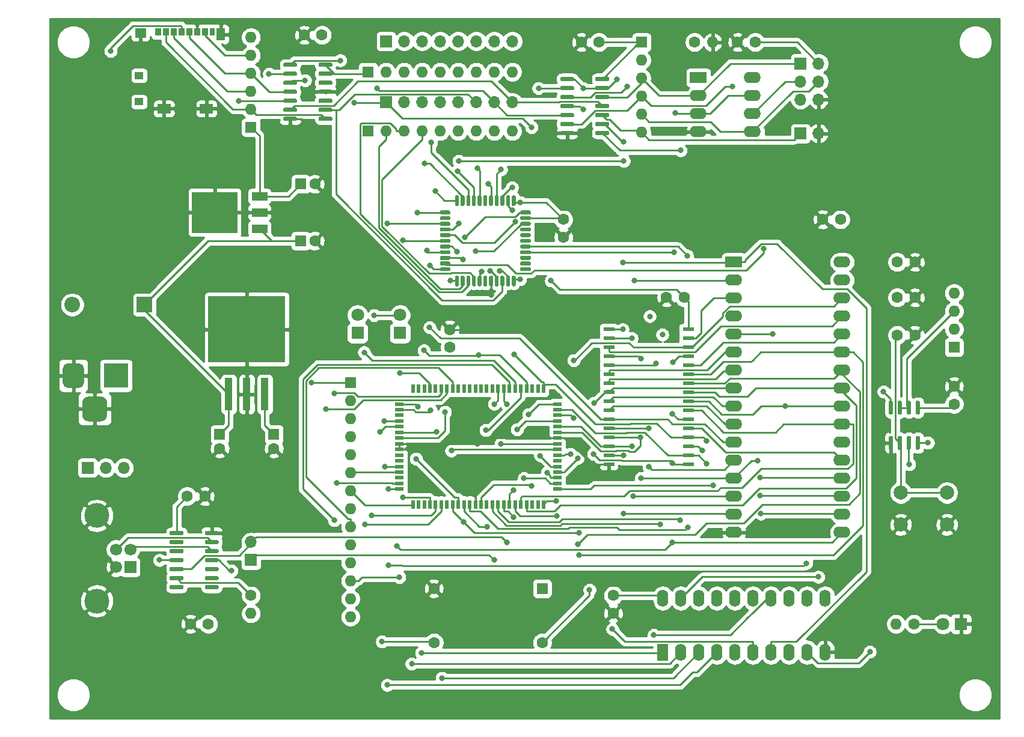
<source format=gtl>
G04 #@! TF.GenerationSoftware,KiCad,Pcbnew,(5.1.10)-1*
G04 #@! TF.CreationDate,2022-05-28T18:59:37-05:00*
G04 #@! TF.ProjectId,z80vga,7a383076-6761-42e6-9b69-6361645f7063,rev?*
G04 #@! TF.SameCoordinates,Original*
G04 #@! TF.FileFunction,Copper,L1,Top*
G04 #@! TF.FilePolarity,Positive*
%FSLAX46Y46*%
G04 Gerber Fmt 4.6, Leading zero omitted, Abs format (unit mm)*
G04 Created by KiCad (PCBNEW (5.1.10)-1) date 2022-05-28 18:59:37*
%MOMM*%
%LPD*%
G01*
G04 APERTURE LIST*
G04 #@! TA.AperFunction,SMDPad,CuDef*
%ADD10R,6.400000X5.800000*%
G04 #@! TD*
G04 #@! TA.AperFunction,SMDPad,CuDef*
%ADD11R,2.200000X1.200000*%
G04 #@! TD*
G04 #@! TA.AperFunction,ComponentPad*
%ADD12C,1.600000*%
G04 #@! TD*
G04 #@! TA.AperFunction,ComponentPad*
%ADD13R,1.600000X1.600000*%
G04 #@! TD*
G04 #@! TA.AperFunction,ComponentPad*
%ADD14O,1.600000X1.600000*%
G04 #@! TD*
G04 #@! TA.AperFunction,ComponentPad*
%ADD15C,1.800000*%
G04 #@! TD*
G04 #@! TA.AperFunction,ComponentPad*
%ADD16R,1.800000X1.800000*%
G04 #@! TD*
G04 #@! TA.AperFunction,ComponentPad*
%ADD17R,1.700000X1.700000*%
G04 #@! TD*
G04 #@! TA.AperFunction,ComponentPad*
%ADD18O,1.700000X1.700000*%
G04 #@! TD*
G04 #@! TA.AperFunction,ComponentPad*
%ADD19O,2.400000X1.600000*%
G04 #@! TD*
G04 #@! TA.AperFunction,ComponentPad*
%ADD20R,2.400000X1.600000*%
G04 #@! TD*
G04 #@! TA.AperFunction,SMDPad,CuDef*
%ADD21R,1.100000X4.600000*%
G04 #@! TD*
G04 #@! TA.AperFunction,SMDPad,CuDef*
%ADD22R,10.800000X9.400000*%
G04 #@! TD*
G04 #@! TA.AperFunction,ComponentPad*
%ADD23R,3.500000X3.500000*%
G04 #@! TD*
G04 #@! TA.AperFunction,ComponentPad*
%ADD24O,2.200000X2.200000*%
G04 #@! TD*
G04 #@! TA.AperFunction,ComponentPad*
%ADD25R,2.200000X2.200000*%
G04 #@! TD*
G04 #@! TA.AperFunction,ComponentPad*
%ADD26O,1.600000X2.400000*%
G04 #@! TD*
G04 #@! TA.AperFunction,ComponentPad*
%ADD27R,1.600000X2.400000*%
G04 #@! TD*
G04 #@! TA.AperFunction,ComponentPad*
%ADD28C,2.000000*%
G04 #@! TD*
G04 #@! TA.AperFunction,SMDPad,CuDef*
%ADD29R,1.900000X1.350000*%
G04 #@! TD*
G04 #@! TA.AperFunction,SMDPad,CuDef*
%ADD30R,1.200000X1.000000*%
G04 #@! TD*
G04 #@! TA.AperFunction,SMDPad,CuDef*
%ADD31R,1.550000X1.350000*%
G04 #@! TD*
G04 #@! TA.AperFunction,SMDPad,CuDef*
%ADD32R,1.170000X1.800000*%
G04 #@! TD*
G04 #@! TA.AperFunction,SMDPad,CuDef*
%ADD33R,0.850000X1.100000*%
G04 #@! TD*
G04 #@! TA.AperFunction,SMDPad,CuDef*
%ADD34R,0.750000X1.100000*%
G04 #@! TD*
G04 #@! TA.AperFunction,ComponentPad*
%ADD35C,3.500000*%
G04 #@! TD*
G04 #@! TA.AperFunction,ComponentPad*
%ADD36C,1.700000*%
G04 #@! TD*
G04 #@! TA.AperFunction,SMDPad,CuDef*
%ADD37R,1.600000X0.600000*%
G04 #@! TD*
G04 #@! TA.AperFunction,SMDPad,CuDef*
%ADD38R,1.300000X0.500000*%
G04 #@! TD*
G04 #@! TA.AperFunction,SMDPad,CuDef*
%ADD39R,0.500000X1.300000*%
G04 #@! TD*
G04 #@! TA.AperFunction,ViaPad*
%ADD40C,0.800000*%
G04 #@! TD*
G04 #@! TA.AperFunction,Conductor*
%ADD41C,0.250000*%
G04 #@! TD*
G04 #@! TA.AperFunction,Conductor*
%ADD42C,0.254000*%
G04 #@! TD*
G04 #@! TA.AperFunction,Conductor*
%ADD43C,0.100000*%
G04 #@! TD*
G04 APERTURE END LIST*
D10*
X53900000Y-58000000D03*
D11*
X60200000Y-55720000D03*
X60200000Y-58000000D03*
X60200000Y-60280000D03*
D12*
X68000000Y-54000000D03*
D13*
X66000000Y-54000000D03*
D12*
X68000000Y-62000000D03*
D13*
X66000000Y-62000000D03*
D12*
X110000000Y-114500000D03*
X110000000Y-112000000D03*
X87000000Y-74500000D03*
X87000000Y-77000000D03*
D14*
X59000000Y-114540000D03*
D12*
X59000000Y-112000000D03*
D14*
X73000000Y-115020000D03*
X73000000Y-112480000D03*
X73000000Y-109940000D03*
X73000000Y-107400000D03*
X73000000Y-104860000D03*
X73000000Y-102320000D03*
X73000000Y-99780000D03*
X73000000Y-97240000D03*
X73000000Y-94700000D03*
X73000000Y-92160000D03*
X73000000Y-89620000D03*
X73000000Y-87080000D03*
X73000000Y-84540000D03*
D13*
X73000000Y-82000000D03*
D14*
X124000000Y-34000000D03*
D12*
X121460000Y-34000000D03*
D14*
X149830000Y-116000000D03*
D12*
X152370000Y-116000000D03*
D15*
X156460000Y-116000000D03*
D16*
X159000000Y-116000000D03*
D17*
X59000000Y-107000000D03*
D18*
X59000000Y-104460000D03*
D12*
X62230000Y-91280000D03*
D13*
X62230000Y-89280000D03*
D12*
X54610000Y-91280000D03*
D13*
X54610000Y-89280000D03*
D14*
X114000000Y-46700000D03*
X114000000Y-44160000D03*
X114000000Y-41620000D03*
X114000000Y-39080000D03*
X114000000Y-36540000D03*
D13*
X114000000Y-34000000D03*
D14*
X59000000Y-33300000D03*
X59000000Y-35840000D03*
X59000000Y-38380000D03*
X59000000Y-40920000D03*
X59000000Y-43460000D03*
D13*
X59000000Y-46000000D03*
D18*
X138910000Y-46880000D03*
D17*
X136370000Y-46880000D03*
D18*
X41080000Y-94000000D03*
X38540000Y-94000000D03*
D17*
X36000000Y-94000000D03*
D12*
X105500000Y-34000000D03*
X108000000Y-34000000D03*
X127500000Y-34000000D03*
X130000000Y-34000000D03*
X66500000Y-33000000D03*
X69000000Y-33000000D03*
X103000000Y-61500000D03*
X103000000Y-59000000D03*
X50500000Y-116000000D03*
X53000000Y-116000000D03*
X52500000Y-98000000D03*
X50000000Y-98000000D03*
D19*
X142240000Y-65000000D03*
X127000000Y-103100000D03*
X142240000Y-67540000D03*
X127000000Y-100560000D03*
X142240000Y-70080000D03*
X127000000Y-98020000D03*
X142240000Y-72620000D03*
X127000000Y-95480000D03*
X142240000Y-75160000D03*
X127000000Y-92940000D03*
X142240000Y-77700000D03*
X127000000Y-90400000D03*
X142240000Y-80240000D03*
X127000000Y-87860000D03*
X142240000Y-82780000D03*
X127000000Y-85320000D03*
X142240000Y-85320000D03*
X127000000Y-82780000D03*
X142240000Y-87860000D03*
X127000000Y-80240000D03*
X142240000Y-90400000D03*
X127000000Y-77700000D03*
X142240000Y-92940000D03*
X127000000Y-75160000D03*
X142240000Y-95480000D03*
X127000000Y-72620000D03*
X142240000Y-98020000D03*
X127000000Y-70080000D03*
X142240000Y-100560000D03*
X127000000Y-67540000D03*
X142240000Y-103100000D03*
D20*
X127000000Y-65000000D03*
D21*
X55880000Y-83625000D03*
X58420000Y-83625000D03*
X60960000Y-83625000D03*
D22*
X58420000Y-74475000D03*
G04 #@! TA.AperFunction,ComponentPad*
G36*
G01*
X35250000Y-86575000D02*
X35250000Y-84825000D01*
G75*
G02*
X36125000Y-83950000I875000J0D01*
G01*
X37875000Y-83950000D01*
G75*
G02*
X38750000Y-84825000I0J-875000D01*
G01*
X38750000Y-86575000D01*
G75*
G02*
X37875000Y-87450000I-875000J0D01*
G01*
X36125000Y-87450000D01*
G75*
G02*
X35250000Y-86575000I0J875000D01*
G01*
G37*
G04 #@! TD.AperFunction*
G04 #@! TA.AperFunction,ComponentPad*
G36*
G01*
X32500000Y-82000000D02*
X32500000Y-80000000D01*
G75*
G02*
X33250000Y-79250000I750000J0D01*
G01*
X34750000Y-79250000D01*
G75*
G02*
X35500000Y-80000000I0J-750000D01*
G01*
X35500000Y-82000000D01*
G75*
G02*
X34750000Y-82750000I-750000J0D01*
G01*
X33250000Y-82750000D01*
G75*
G02*
X32500000Y-82000000I0J750000D01*
G01*
G37*
G04 #@! TD.AperFunction*
D23*
X40000000Y-81000000D03*
D24*
X33840000Y-71000000D03*
D25*
X44000000Y-71000000D03*
D14*
X158000000Y-69380000D03*
X158000000Y-71920000D03*
X158000000Y-74460000D03*
D13*
X158000000Y-77000000D03*
G04 #@! TA.AperFunction,SMDPad,CuDef*
G36*
G01*
X149245000Y-86500000D02*
X148945000Y-86500000D01*
G75*
G02*
X148795000Y-86350000I0J150000D01*
G01*
X148795000Y-84700000D01*
G75*
G02*
X148945000Y-84550000I150000J0D01*
G01*
X149245000Y-84550000D01*
G75*
G02*
X149395000Y-84700000I0J-150000D01*
G01*
X149395000Y-86350000D01*
G75*
G02*
X149245000Y-86500000I-150000J0D01*
G01*
G37*
G04 #@! TD.AperFunction*
G04 #@! TA.AperFunction,SMDPad,CuDef*
G36*
G01*
X150515000Y-86500000D02*
X150215000Y-86500000D01*
G75*
G02*
X150065000Y-86350000I0J150000D01*
G01*
X150065000Y-84700000D01*
G75*
G02*
X150215000Y-84550000I150000J0D01*
G01*
X150515000Y-84550000D01*
G75*
G02*
X150665000Y-84700000I0J-150000D01*
G01*
X150665000Y-86350000D01*
G75*
G02*
X150515000Y-86500000I-150000J0D01*
G01*
G37*
G04 #@! TD.AperFunction*
G04 #@! TA.AperFunction,SMDPad,CuDef*
G36*
G01*
X151785000Y-86500000D02*
X151485000Y-86500000D01*
G75*
G02*
X151335000Y-86350000I0J150000D01*
G01*
X151335000Y-84700000D01*
G75*
G02*
X151485000Y-84550000I150000J0D01*
G01*
X151785000Y-84550000D01*
G75*
G02*
X151935000Y-84700000I0J-150000D01*
G01*
X151935000Y-86350000D01*
G75*
G02*
X151785000Y-86500000I-150000J0D01*
G01*
G37*
G04 #@! TD.AperFunction*
G04 #@! TA.AperFunction,SMDPad,CuDef*
G36*
G01*
X153055000Y-86500000D02*
X152755000Y-86500000D01*
G75*
G02*
X152605000Y-86350000I0J150000D01*
G01*
X152605000Y-84700000D01*
G75*
G02*
X152755000Y-84550000I150000J0D01*
G01*
X153055000Y-84550000D01*
G75*
G02*
X153205000Y-84700000I0J-150000D01*
G01*
X153205000Y-86350000D01*
G75*
G02*
X153055000Y-86500000I-150000J0D01*
G01*
G37*
G04 #@! TD.AperFunction*
G04 #@! TA.AperFunction,SMDPad,CuDef*
G36*
G01*
X153055000Y-91450000D02*
X152755000Y-91450000D01*
G75*
G02*
X152605000Y-91300000I0J150000D01*
G01*
X152605000Y-89650000D01*
G75*
G02*
X152755000Y-89500000I150000J0D01*
G01*
X153055000Y-89500000D01*
G75*
G02*
X153205000Y-89650000I0J-150000D01*
G01*
X153205000Y-91300000D01*
G75*
G02*
X153055000Y-91450000I-150000J0D01*
G01*
G37*
G04 #@! TD.AperFunction*
G04 #@! TA.AperFunction,SMDPad,CuDef*
G36*
G01*
X151785000Y-91450000D02*
X151485000Y-91450000D01*
G75*
G02*
X151335000Y-91300000I0J150000D01*
G01*
X151335000Y-89650000D01*
G75*
G02*
X151485000Y-89500000I150000J0D01*
G01*
X151785000Y-89500000D01*
G75*
G02*
X151935000Y-89650000I0J-150000D01*
G01*
X151935000Y-91300000D01*
G75*
G02*
X151785000Y-91450000I-150000J0D01*
G01*
G37*
G04 #@! TD.AperFunction*
G04 #@! TA.AperFunction,SMDPad,CuDef*
G36*
G01*
X150515000Y-91450000D02*
X150215000Y-91450000D01*
G75*
G02*
X150065000Y-91300000I0J150000D01*
G01*
X150065000Y-89650000D01*
G75*
G02*
X150215000Y-89500000I150000J0D01*
G01*
X150515000Y-89500000D01*
G75*
G02*
X150665000Y-89650000I0J-150000D01*
G01*
X150665000Y-91300000D01*
G75*
G02*
X150515000Y-91450000I-150000J0D01*
G01*
G37*
G04 #@! TD.AperFunction*
G04 #@! TA.AperFunction,SMDPad,CuDef*
G36*
G01*
X149245000Y-91450000D02*
X148945000Y-91450000D01*
G75*
G02*
X148795000Y-91300000I0J150000D01*
G01*
X148795000Y-89650000D01*
G75*
G02*
X148945000Y-89500000I150000J0D01*
G01*
X149245000Y-89500000D01*
G75*
G02*
X149395000Y-89650000I0J-150000D01*
G01*
X149395000Y-91300000D01*
G75*
G02*
X149245000Y-91450000I-150000J0D01*
G01*
G37*
G04 #@! TD.AperFunction*
G04 #@! TA.AperFunction,SMDPad,CuDef*
G36*
G01*
X68500000Y-37340000D02*
X68500000Y-37040000D01*
G75*
G02*
X68650000Y-36890000I150000J0D01*
G01*
X70300000Y-36890000D01*
G75*
G02*
X70450000Y-37040000I0J-150000D01*
G01*
X70450000Y-37340000D01*
G75*
G02*
X70300000Y-37490000I-150000J0D01*
G01*
X68650000Y-37490000D01*
G75*
G02*
X68500000Y-37340000I0J150000D01*
G01*
G37*
G04 #@! TD.AperFunction*
G04 #@! TA.AperFunction,SMDPad,CuDef*
G36*
G01*
X68500000Y-38610000D02*
X68500000Y-38310000D01*
G75*
G02*
X68650000Y-38160000I150000J0D01*
G01*
X70300000Y-38160000D01*
G75*
G02*
X70450000Y-38310000I0J-150000D01*
G01*
X70450000Y-38610000D01*
G75*
G02*
X70300000Y-38760000I-150000J0D01*
G01*
X68650000Y-38760000D01*
G75*
G02*
X68500000Y-38610000I0J150000D01*
G01*
G37*
G04 #@! TD.AperFunction*
G04 #@! TA.AperFunction,SMDPad,CuDef*
G36*
G01*
X68500000Y-39880000D02*
X68500000Y-39580000D01*
G75*
G02*
X68650000Y-39430000I150000J0D01*
G01*
X70300000Y-39430000D01*
G75*
G02*
X70450000Y-39580000I0J-150000D01*
G01*
X70450000Y-39880000D01*
G75*
G02*
X70300000Y-40030000I-150000J0D01*
G01*
X68650000Y-40030000D01*
G75*
G02*
X68500000Y-39880000I0J150000D01*
G01*
G37*
G04 #@! TD.AperFunction*
G04 #@! TA.AperFunction,SMDPad,CuDef*
G36*
G01*
X68500000Y-41150000D02*
X68500000Y-40850000D01*
G75*
G02*
X68650000Y-40700000I150000J0D01*
G01*
X70300000Y-40700000D01*
G75*
G02*
X70450000Y-40850000I0J-150000D01*
G01*
X70450000Y-41150000D01*
G75*
G02*
X70300000Y-41300000I-150000J0D01*
G01*
X68650000Y-41300000D01*
G75*
G02*
X68500000Y-41150000I0J150000D01*
G01*
G37*
G04 #@! TD.AperFunction*
G04 #@! TA.AperFunction,SMDPad,CuDef*
G36*
G01*
X68500000Y-42420000D02*
X68500000Y-42120000D01*
G75*
G02*
X68650000Y-41970000I150000J0D01*
G01*
X70300000Y-41970000D01*
G75*
G02*
X70450000Y-42120000I0J-150000D01*
G01*
X70450000Y-42420000D01*
G75*
G02*
X70300000Y-42570000I-150000J0D01*
G01*
X68650000Y-42570000D01*
G75*
G02*
X68500000Y-42420000I0J150000D01*
G01*
G37*
G04 #@! TD.AperFunction*
G04 #@! TA.AperFunction,SMDPad,CuDef*
G36*
G01*
X68500000Y-43690000D02*
X68500000Y-43390000D01*
G75*
G02*
X68650000Y-43240000I150000J0D01*
G01*
X70300000Y-43240000D01*
G75*
G02*
X70450000Y-43390000I0J-150000D01*
G01*
X70450000Y-43690000D01*
G75*
G02*
X70300000Y-43840000I-150000J0D01*
G01*
X68650000Y-43840000D01*
G75*
G02*
X68500000Y-43690000I0J150000D01*
G01*
G37*
G04 #@! TD.AperFunction*
G04 #@! TA.AperFunction,SMDPad,CuDef*
G36*
G01*
X68500000Y-44960000D02*
X68500000Y-44660000D01*
G75*
G02*
X68650000Y-44510000I150000J0D01*
G01*
X70300000Y-44510000D01*
G75*
G02*
X70450000Y-44660000I0J-150000D01*
G01*
X70450000Y-44960000D01*
G75*
G02*
X70300000Y-45110000I-150000J0D01*
G01*
X68650000Y-45110000D01*
G75*
G02*
X68500000Y-44960000I0J150000D01*
G01*
G37*
G04 #@! TD.AperFunction*
G04 #@! TA.AperFunction,SMDPad,CuDef*
G36*
G01*
X63550000Y-44960000D02*
X63550000Y-44660000D01*
G75*
G02*
X63700000Y-44510000I150000J0D01*
G01*
X65350000Y-44510000D01*
G75*
G02*
X65500000Y-44660000I0J-150000D01*
G01*
X65500000Y-44960000D01*
G75*
G02*
X65350000Y-45110000I-150000J0D01*
G01*
X63700000Y-45110000D01*
G75*
G02*
X63550000Y-44960000I0J150000D01*
G01*
G37*
G04 #@! TD.AperFunction*
G04 #@! TA.AperFunction,SMDPad,CuDef*
G36*
G01*
X63550000Y-43690000D02*
X63550000Y-43390000D01*
G75*
G02*
X63700000Y-43240000I150000J0D01*
G01*
X65350000Y-43240000D01*
G75*
G02*
X65500000Y-43390000I0J-150000D01*
G01*
X65500000Y-43690000D01*
G75*
G02*
X65350000Y-43840000I-150000J0D01*
G01*
X63700000Y-43840000D01*
G75*
G02*
X63550000Y-43690000I0J150000D01*
G01*
G37*
G04 #@! TD.AperFunction*
G04 #@! TA.AperFunction,SMDPad,CuDef*
G36*
G01*
X63550000Y-42420000D02*
X63550000Y-42120000D01*
G75*
G02*
X63700000Y-41970000I150000J0D01*
G01*
X65350000Y-41970000D01*
G75*
G02*
X65500000Y-42120000I0J-150000D01*
G01*
X65500000Y-42420000D01*
G75*
G02*
X65350000Y-42570000I-150000J0D01*
G01*
X63700000Y-42570000D01*
G75*
G02*
X63550000Y-42420000I0J150000D01*
G01*
G37*
G04 #@! TD.AperFunction*
G04 #@! TA.AperFunction,SMDPad,CuDef*
G36*
G01*
X63550000Y-41150000D02*
X63550000Y-40850000D01*
G75*
G02*
X63700000Y-40700000I150000J0D01*
G01*
X65350000Y-40700000D01*
G75*
G02*
X65500000Y-40850000I0J-150000D01*
G01*
X65500000Y-41150000D01*
G75*
G02*
X65350000Y-41300000I-150000J0D01*
G01*
X63700000Y-41300000D01*
G75*
G02*
X63550000Y-41150000I0J150000D01*
G01*
G37*
G04 #@! TD.AperFunction*
G04 #@! TA.AperFunction,SMDPad,CuDef*
G36*
G01*
X63550000Y-39880000D02*
X63550000Y-39580000D01*
G75*
G02*
X63700000Y-39430000I150000J0D01*
G01*
X65350000Y-39430000D01*
G75*
G02*
X65500000Y-39580000I0J-150000D01*
G01*
X65500000Y-39880000D01*
G75*
G02*
X65350000Y-40030000I-150000J0D01*
G01*
X63700000Y-40030000D01*
G75*
G02*
X63550000Y-39880000I0J150000D01*
G01*
G37*
G04 #@! TD.AperFunction*
G04 #@! TA.AperFunction,SMDPad,CuDef*
G36*
G01*
X63550000Y-38610000D02*
X63550000Y-38310000D01*
G75*
G02*
X63700000Y-38160000I150000J0D01*
G01*
X65350000Y-38160000D01*
G75*
G02*
X65500000Y-38310000I0J-150000D01*
G01*
X65500000Y-38610000D01*
G75*
G02*
X65350000Y-38760000I-150000J0D01*
G01*
X63700000Y-38760000D01*
G75*
G02*
X63550000Y-38610000I0J150000D01*
G01*
G37*
G04 #@! TD.AperFunction*
G04 #@! TA.AperFunction,SMDPad,CuDef*
G36*
G01*
X63550000Y-37340000D02*
X63550000Y-37040000D01*
G75*
G02*
X63700000Y-36890000I150000J0D01*
G01*
X65350000Y-36890000D01*
G75*
G02*
X65500000Y-37040000I0J-150000D01*
G01*
X65500000Y-37340000D01*
G75*
G02*
X65350000Y-37490000I-150000J0D01*
G01*
X63700000Y-37490000D01*
G75*
G02*
X63550000Y-37340000I0J150000D01*
G01*
G37*
G04 #@! TD.AperFunction*
G04 #@! TA.AperFunction,SMDPad,CuDef*
G36*
G01*
X107500000Y-39340000D02*
X107500000Y-39040000D01*
G75*
G02*
X107650000Y-38890000I150000J0D01*
G01*
X109300000Y-38890000D01*
G75*
G02*
X109450000Y-39040000I0J-150000D01*
G01*
X109450000Y-39340000D01*
G75*
G02*
X109300000Y-39490000I-150000J0D01*
G01*
X107650000Y-39490000D01*
G75*
G02*
X107500000Y-39340000I0J150000D01*
G01*
G37*
G04 #@! TD.AperFunction*
G04 #@! TA.AperFunction,SMDPad,CuDef*
G36*
G01*
X107500000Y-40610000D02*
X107500000Y-40310000D01*
G75*
G02*
X107650000Y-40160000I150000J0D01*
G01*
X109300000Y-40160000D01*
G75*
G02*
X109450000Y-40310000I0J-150000D01*
G01*
X109450000Y-40610000D01*
G75*
G02*
X109300000Y-40760000I-150000J0D01*
G01*
X107650000Y-40760000D01*
G75*
G02*
X107500000Y-40610000I0J150000D01*
G01*
G37*
G04 #@! TD.AperFunction*
G04 #@! TA.AperFunction,SMDPad,CuDef*
G36*
G01*
X107500000Y-41880000D02*
X107500000Y-41580000D01*
G75*
G02*
X107650000Y-41430000I150000J0D01*
G01*
X109300000Y-41430000D01*
G75*
G02*
X109450000Y-41580000I0J-150000D01*
G01*
X109450000Y-41880000D01*
G75*
G02*
X109300000Y-42030000I-150000J0D01*
G01*
X107650000Y-42030000D01*
G75*
G02*
X107500000Y-41880000I0J150000D01*
G01*
G37*
G04 #@! TD.AperFunction*
G04 #@! TA.AperFunction,SMDPad,CuDef*
G36*
G01*
X107500000Y-43150000D02*
X107500000Y-42850000D01*
G75*
G02*
X107650000Y-42700000I150000J0D01*
G01*
X109300000Y-42700000D01*
G75*
G02*
X109450000Y-42850000I0J-150000D01*
G01*
X109450000Y-43150000D01*
G75*
G02*
X109300000Y-43300000I-150000J0D01*
G01*
X107650000Y-43300000D01*
G75*
G02*
X107500000Y-43150000I0J150000D01*
G01*
G37*
G04 #@! TD.AperFunction*
G04 #@! TA.AperFunction,SMDPad,CuDef*
G36*
G01*
X107500000Y-44420000D02*
X107500000Y-44120000D01*
G75*
G02*
X107650000Y-43970000I150000J0D01*
G01*
X109300000Y-43970000D01*
G75*
G02*
X109450000Y-44120000I0J-150000D01*
G01*
X109450000Y-44420000D01*
G75*
G02*
X109300000Y-44570000I-150000J0D01*
G01*
X107650000Y-44570000D01*
G75*
G02*
X107500000Y-44420000I0J150000D01*
G01*
G37*
G04 #@! TD.AperFunction*
G04 #@! TA.AperFunction,SMDPad,CuDef*
G36*
G01*
X107500000Y-45690000D02*
X107500000Y-45390000D01*
G75*
G02*
X107650000Y-45240000I150000J0D01*
G01*
X109300000Y-45240000D01*
G75*
G02*
X109450000Y-45390000I0J-150000D01*
G01*
X109450000Y-45690000D01*
G75*
G02*
X109300000Y-45840000I-150000J0D01*
G01*
X107650000Y-45840000D01*
G75*
G02*
X107500000Y-45690000I0J150000D01*
G01*
G37*
G04 #@! TD.AperFunction*
G04 #@! TA.AperFunction,SMDPad,CuDef*
G36*
G01*
X107500000Y-46960000D02*
X107500000Y-46660000D01*
G75*
G02*
X107650000Y-46510000I150000J0D01*
G01*
X109300000Y-46510000D01*
G75*
G02*
X109450000Y-46660000I0J-150000D01*
G01*
X109450000Y-46960000D01*
G75*
G02*
X109300000Y-47110000I-150000J0D01*
G01*
X107650000Y-47110000D01*
G75*
G02*
X107500000Y-46960000I0J150000D01*
G01*
G37*
G04 #@! TD.AperFunction*
G04 #@! TA.AperFunction,SMDPad,CuDef*
G36*
G01*
X102550000Y-46960000D02*
X102550000Y-46660000D01*
G75*
G02*
X102700000Y-46510000I150000J0D01*
G01*
X104350000Y-46510000D01*
G75*
G02*
X104500000Y-46660000I0J-150000D01*
G01*
X104500000Y-46960000D01*
G75*
G02*
X104350000Y-47110000I-150000J0D01*
G01*
X102700000Y-47110000D01*
G75*
G02*
X102550000Y-46960000I0J150000D01*
G01*
G37*
G04 #@! TD.AperFunction*
G04 #@! TA.AperFunction,SMDPad,CuDef*
G36*
G01*
X102550000Y-45690000D02*
X102550000Y-45390000D01*
G75*
G02*
X102700000Y-45240000I150000J0D01*
G01*
X104350000Y-45240000D01*
G75*
G02*
X104500000Y-45390000I0J-150000D01*
G01*
X104500000Y-45690000D01*
G75*
G02*
X104350000Y-45840000I-150000J0D01*
G01*
X102700000Y-45840000D01*
G75*
G02*
X102550000Y-45690000I0J150000D01*
G01*
G37*
G04 #@! TD.AperFunction*
G04 #@! TA.AperFunction,SMDPad,CuDef*
G36*
G01*
X102550000Y-44420000D02*
X102550000Y-44120000D01*
G75*
G02*
X102700000Y-43970000I150000J0D01*
G01*
X104350000Y-43970000D01*
G75*
G02*
X104500000Y-44120000I0J-150000D01*
G01*
X104500000Y-44420000D01*
G75*
G02*
X104350000Y-44570000I-150000J0D01*
G01*
X102700000Y-44570000D01*
G75*
G02*
X102550000Y-44420000I0J150000D01*
G01*
G37*
G04 #@! TD.AperFunction*
G04 #@! TA.AperFunction,SMDPad,CuDef*
G36*
G01*
X102550000Y-43150000D02*
X102550000Y-42850000D01*
G75*
G02*
X102700000Y-42700000I150000J0D01*
G01*
X104350000Y-42700000D01*
G75*
G02*
X104500000Y-42850000I0J-150000D01*
G01*
X104500000Y-43150000D01*
G75*
G02*
X104350000Y-43300000I-150000J0D01*
G01*
X102700000Y-43300000D01*
G75*
G02*
X102550000Y-43150000I0J150000D01*
G01*
G37*
G04 #@! TD.AperFunction*
G04 #@! TA.AperFunction,SMDPad,CuDef*
G36*
G01*
X102550000Y-41880000D02*
X102550000Y-41580000D01*
G75*
G02*
X102700000Y-41430000I150000J0D01*
G01*
X104350000Y-41430000D01*
G75*
G02*
X104500000Y-41580000I0J-150000D01*
G01*
X104500000Y-41880000D01*
G75*
G02*
X104350000Y-42030000I-150000J0D01*
G01*
X102700000Y-42030000D01*
G75*
G02*
X102550000Y-41880000I0J150000D01*
G01*
G37*
G04 #@! TD.AperFunction*
G04 #@! TA.AperFunction,SMDPad,CuDef*
G36*
G01*
X102550000Y-40610000D02*
X102550000Y-40310000D01*
G75*
G02*
X102700000Y-40160000I150000J0D01*
G01*
X104350000Y-40160000D01*
G75*
G02*
X104500000Y-40310000I0J-150000D01*
G01*
X104500000Y-40610000D01*
G75*
G02*
X104350000Y-40760000I-150000J0D01*
G01*
X102700000Y-40760000D01*
G75*
G02*
X102550000Y-40610000I0J150000D01*
G01*
G37*
G04 #@! TD.AperFunction*
G04 #@! TA.AperFunction,SMDPad,CuDef*
G36*
G01*
X102550000Y-39340000D02*
X102550000Y-39040000D01*
G75*
G02*
X102700000Y-38890000I150000J0D01*
G01*
X104350000Y-38890000D01*
G75*
G02*
X104500000Y-39040000I0J-150000D01*
G01*
X104500000Y-39340000D01*
G75*
G02*
X104350000Y-39490000I-150000J0D01*
G01*
X102700000Y-39490000D01*
G75*
G02*
X102550000Y-39340000I0J150000D01*
G01*
G37*
G04 #@! TD.AperFunction*
D12*
X84760000Y-111000000D03*
X84760000Y-118620000D03*
X100000000Y-118620000D03*
D13*
X100000000Y-111000000D03*
D19*
X129620000Y-39000000D03*
X122000000Y-46620000D03*
X129620000Y-41540000D03*
X122000000Y-44080000D03*
X129620000Y-44080000D03*
X122000000Y-41540000D03*
X129620000Y-46620000D03*
D20*
X122000000Y-39000000D03*
G04 #@! TA.AperFunction,SMDPad,CuDef*
G36*
G01*
X52500000Y-103340000D02*
X52500000Y-103040000D01*
G75*
G02*
X52650000Y-102890000I150000J0D01*
G01*
X54300000Y-102890000D01*
G75*
G02*
X54450000Y-103040000I0J-150000D01*
G01*
X54450000Y-103340000D01*
G75*
G02*
X54300000Y-103490000I-150000J0D01*
G01*
X52650000Y-103490000D01*
G75*
G02*
X52500000Y-103340000I0J150000D01*
G01*
G37*
G04 #@! TD.AperFunction*
G04 #@! TA.AperFunction,SMDPad,CuDef*
G36*
G01*
X52500000Y-104610000D02*
X52500000Y-104310000D01*
G75*
G02*
X52650000Y-104160000I150000J0D01*
G01*
X54300000Y-104160000D01*
G75*
G02*
X54450000Y-104310000I0J-150000D01*
G01*
X54450000Y-104610000D01*
G75*
G02*
X54300000Y-104760000I-150000J0D01*
G01*
X52650000Y-104760000D01*
G75*
G02*
X52500000Y-104610000I0J150000D01*
G01*
G37*
G04 #@! TD.AperFunction*
G04 #@! TA.AperFunction,SMDPad,CuDef*
G36*
G01*
X52500000Y-105880000D02*
X52500000Y-105580000D01*
G75*
G02*
X52650000Y-105430000I150000J0D01*
G01*
X54300000Y-105430000D01*
G75*
G02*
X54450000Y-105580000I0J-150000D01*
G01*
X54450000Y-105880000D01*
G75*
G02*
X54300000Y-106030000I-150000J0D01*
G01*
X52650000Y-106030000D01*
G75*
G02*
X52500000Y-105880000I0J150000D01*
G01*
G37*
G04 #@! TD.AperFunction*
G04 #@! TA.AperFunction,SMDPad,CuDef*
G36*
G01*
X52500000Y-107150000D02*
X52500000Y-106850000D01*
G75*
G02*
X52650000Y-106700000I150000J0D01*
G01*
X54300000Y-106700000D01*
G75*
G02*
X54450000Y-106850000I0J-150000D01*
G01*
X54450000Y-107150000D01*
G75*
G02*
X54300000Y-107300000I-150000J0D01*
G01*
X52650000Y-107300000D01*
G75*
G02*
X52500000Y-107150000I0J150000D01*
G01*
G37*
G04 #@! TD.AperFunction*
G04 #@! TA.AperFunction,SMDPad,CuDef*
G36*
G01*
X52500000Y-108420000D02*
X52500000Y-108120000D01*
G75*
G02*
X52650000Y-107970000I150000J0D01*
G01*
X54300000Y-107970000D01*
G75*
G02*
X54450000Y-108120000I0J-150000D01*
G01*
X54450000Y-108420000D01*
G75*
G02*
X54300000Y-108570000I-150000J0D01*
G01*
X52650000Y-108570000D01*
G75*
G02*
X52500000Y-108420000I0J150000D01*
G01*
G37*
G04 #@! TD.AperFunction*
G04 #@! TA.AperFunction,SMDPad,CuDef*
G36*
G01*
X52500000Y-109690000D02*
X52500000Y-109390000D01*
G75*
G02*
X52650000Y-109240000I150000J0D01*
G01*
X54300000Y-109240000D01*
G75*
G02*
X54450000Y-109390000I0J-150000D01*
G01*
X54450000Y-109690000D01*
G75*
G02*
X54300000Y-109840000I-150000J0D01*
G01*
X52650000Y-109840000D01*
G75*
G02*
X52500000Y-109690000I0J150000D01*
G01*
G37*
G04 #@! TD.AperFunction*
G04 #@! TA.AperFunction,SMDPad,CuDef*
G36*
G01*
X52500000Y-110960000D02*
X52500000Y-110660000D01*
G75*
G02*
X52650000Y-110510000I150000J0D01*
G01*
X54300000Y-110510000D01*
G75*
G02*
X54450000Y-110660000I0J-150000D01*
G01*
X54450000Y-110960000D01*
G75*
G02*
X54300000Y-111110000I-150000J0D01*
G01*
X52650000Y-111110000D01*
G75*
G02*
X52500000Y-110960000I0J150000D01*
G01*
G37*
G04 #@! TD.AperFunction*
G04 #@! TA.AperFunction,SMDPad,CuDef*
G36*
G01*
X47550000Y-110960000D02*
X47550000Y-110660000D01*
G75*
G02*
X47700000Y-110510000I150000J0D01*
G01*
X49350000Y-110510000D01*
G75*
G02*
X49500000Y-110660000I0J-150000D01*
G01*
X49500000Y-110960000D01*
G75*
G02*
X49350000Y-111110000I-150000J0D01*
G01*
X47700000Y-111110000D01*
G75*
G02*
X47550000Y-110960000I0J150000D01*
G01*
G37*
G04 #@! TD.AperFunction*
G04 #@! TA.AperFunction,SMDPad,CuDef*
G36*
G01*
X47550000Y-109690000D02*
X47550000Y-109390000D01*
G75*
G02*
X47700000Y-109240000I150000J0D01*
G01*
X49350000Y-109240000D01*
G75*
G02*
X49500000Y-109390000I0J-150000D01*
G01*
X49500000Y-109690000D01*
G75*
G02*
X49350000Y-109840000I-150000J0D01*
G01*
X47700000Y-109840000D01*
G75*
G02*
X47550000Y-109690000I0J150000D01*
G01*
G37*
G04 #@! TD.AperFunction*
G04 #@! TA.AperFunction,SMDPad,CuDef*
G36*
G01*
X47550000Y-108420000D02*
X47550000Y-108120000D01*
G75*
G02*
X47700000Y-107970000I150000J0D01*
G01*
X49350000Y-107970000D01*
G75*
G02*
X49500000Y-108120000I0J-150000D01*
G01*
X49500000Y-108420000D01*
G75*
G02*
X49350000Y-108570000I-150000J0D01*
G01*
X47700000Y-108570000D01*
G75*
G02*
X47550000Y-108420000I0J150000D01*
G01*
G37*
G04 #@! TD.AperFunction*
G04 #@! TA.AperFunction,SMDPad,CuDef*
G36*
G01*
X47550000Y-107150000D02*
X47550000Y-106850000D01*
G75*
G02*
X47700000Y-106700000I150000J0D01*
G01*
X49350000Y-106700000D01*
G75*
G02*
X49500000Y-106850000I0J-150000D01*
G01*
X49500000Y-107150000D01*
G75*
G02*
X49350000Y-107300000I-150000J0D01*
G01*
X47700000Y-107300000D01*
G75*
G02*
X47550000Y-107150000I0J150000D01*
G01*
G37*
G04 #@! TD.AperFunction*
G04 #@! TA.AperFunction,SMDPad,CuDef*
G36*
G01*
X47550000Y-105880000D02*
X47550000Y-105580000D01*
G75*
G02*
X47700000Y-105430000I150000J0D01*
G01*
X49350000Y-105430000D01*
G75*
G02*
X49500000Y-105580000I0J-150000D01*
G01*
X49500000Y-105880000D01*
G75*
G02*
X49350000Y-106030000I-150000J0D01*
G01*
X47700000Y-106030000D01*
G75*
G02*
X47550000Y-105880000I0J150000D01*
G01*
G37*
G04 #@! TD.AperFunction*
G04 #@! TA.AperFunction,SMDPad,CuDef*
G36*
G01*
X47550000Y-104610000D02*
X47550000Y-104310000D01*
G75*
G02*
X47700000Y-104160000I150000J0D01*
G01*
X49350000Y-104160000D01*
G75*
G02*
X49500000Y-104310000I0J-150000D01*
G01*
X49500000Y-104610000D01*
G75*
G02*
X49350000Y-104760000I-150000J0D01*
G01*
X47700000Y-104760000D01*
G75*
G02*
X47550000Y-104610000I0J150000D01*
G01*
G37*
G04 #@! TD.AperFunction*
G04 #@! TA.AperFunction,SMDPad,CuDef*
G36*
G01*
X47550000Y-103340000D02*
X47550000Y-103040000D01*
G75*
G02*
X47700000Y-102890000I150000J0D01*
G01*
X49350000Y-102890000D01*
G75*
G02*
X49500000Y-103040000I0J-150000D01*
G01*
X49500000Y-103340000D01*
G75*
G02*
X49350000Y-103490000I-150000J0D01*
G01*
X47700000Y-103490000D01*
G75*
G02*
X47550000Y-103340000I0J150000D01*
G01*
G37*
G04 #@! TD.AperFunction*
D26*
X117000000Y-112380000D03*
X139860000Y-120000000D03*
X119540000Y-112380000D03*
X137320000Y-120000000D03*
X122080000Y-112380000D03*
X134780000Y-120000000D03*
X124620000Y-112380000D03*
X132240000Y-120000000D03*
X127160000Y-112380000D03*
X129700000Y-120000000D03*
X129700000Y-112380000D03*
X127160000Y-120000000D03*
X132240000Y-112380000D03*
X124620000Y-120000000D03*
X134780000Y-112380000D03*
X122080000Y-120000000D03*
X137320000Y-112380000D03*
X119540000Y-120000000D03*
X139860000Y-112380000D03*
D27*
X117000000Y-120000000D03*
D28*
X150500000Y-102000000D03*
X150500000Y-97500000D03*
X157000000Y-102000000D03*
X157000000Y-97500000D03*
D18*
X138910000Y-42080000D03*
X136370000Y-42080000D03*
X138910000Y-39540000D03*
X136370000Y-39540000D03*
X138910000Y-37000000D03*
D17*
X136370000Y-37000000D03*
D29*
X52730000Y-43375000D03*
X46760000Y-43375000D03*
D30*
X43260000Y-38700000D03*
X43260000Y-42400000D03*
D31*
X43435000Y-32675000D03*
D32*
X54755000Y-32900000D03*
D33*
X52495000Y-32550000D03*
X51395000Y-32550000D03*
X50295000Y-32550000D03*
X49195000Y-32550000D03*
X48095000Y-32550000D03*
X46995000Y-32550000D03*
D34*
X53545000Y-32550000D03*
D33*
X45895000Y-32550000D03*
D18*
X95810000Y-33864000D03*
X93270000Y-33864000D03*
X90730000Y-33864000D03*
X88190000Y-33864000D03*
X85650000Y-33864000D03*
X83110000Y-33864000D03*
X80570000Y-33864000D03*
D17*
X78030000Y-33864000D03*
D35*
X37290000Y-100730000D03*
X37290000Y-112770000D03*
D36*
X40000000Y-108000000D03*
X40000000Y-105500000D03*
X42000000Y-105500000D03*
D17*
X42000000Y-108000000D03*
D12*
X152500000Y-75280000D03*
X150000000Y-75280000D03*
X158000000Y-82500000D03*
X158000000Y-85000000D03*
X152500000Y-70000000D03*
X150000000Y-70000000D03*
X152500000Y-65000000D03*
X150000000Y-65000000D03*
D37*
X120600000Y-74475000D03*
X120600000Y-75745000D03*
X120600000Y-77015000D03*
X120600000Y-78285000D03*
X120600000Y-79555000D03*
X120600000Y-80825000D03*
X120600000Y-82095000D03*
X120600000Y-83375000D03*
X120600000Y-84625000D03*
X120600000Y-85905000D03*
X120600000Y-87175000D03*
X120600000Y-88445000D03*
X120600000Y-89715000D03*
X120600000Y-90985000D03*
X120600000Y-92255000D03*
X120600000Y-93525000D03*
X109400000Y-93525000D03*
X109400000Y-92255000D03*
X109400000Y-90985000D03*
X109400000Y-89715000D03*
X109400000Y-88445000D03*
X109400000Y-87175000D03*
X109400000Y-85905000D03*
X109400000Y-84625000D03*
X109400000Y-83375000D03*
X109400000Y-82095000D03*
X109400000Y-80825000D03*
X109400000Y-79555000D03*
X109400000Y-78285000D03*
X109400000Y-77015000D03*
X109400000Y-75745000D03*
X109400000Y-74475000D03*
D14*
X95810000Y-38182000D03*
X93270000Y-38182000D03*
X90730000Y-38182000D03*
X88190000Y-38182000D03*
X85650000Y-38182000D03*
X83110000Y-38182000D03*
X80570000Y-38182000D03*
X78030000Y-38182000D03*
D13*
X75490000Y-38182000D03*
D14*
X95810000Y-46546000D03*
X93270000Y-46546000D03*
X90730000Y-46546000D03*
X88190000Y-46546000D03*
X85650000Y-46546000D03*
X83110000Y-46546000D03*
X80570000Y-46546000D03*
X78030000Y-46546000D03*
D13*
X75490000Y-46546000D03*
D18*
X95810000Y-42482000D03*
X93270000Y-42482000D03*
X90730000Y-42482000D03*
X88190000Y-42482000D03*
X85650000Y-42482000D03*
X83110000Y-42482000D03*
X80570000Y-42482000D03*
D17*
X78030000Y-42482000D03*
D15*
X80000000Y-72460000D03*
D16*
X80000000Y-75000000D03*
D15*
X74000000Y-72460000D03*
D16*
X74000000Y-75000000D03*
G04 #@! TA.AperFunction,SMDPad,CuDef*
G36*
G01*
X87725000Y-56937500D02*
X87725000Y-55737500D01*
G75*
G02*
X87862500Y-55600000I137500J0D01*
G01*
X88137500Y-55600000D01*
G75*
G02*
X88275000Y-55737500I0J-137500D01*
G01*
X88275000Y-56937500D01*
G75*
G02*
X88137500Y-57075000I-137500J0D01*
G01*
X87862500Y-57075000D01*
G75*
G02*
X87725000Y-56937500I0J137500D01*
G01*
G37*
G04 #@! TD.AperFunction*
G04 #@! TA.AperFunction,SMDPad,CuDef*
G36*
G01*
X88525000Y-56937500D02*
X88525000Y-55737500D01*
G75*
G02*
X88662500Y-55600000I137500J0D01*
G01*
X88937500Y-55600000D01*
G75*
G02*
X89075000Y-55737500I0J-137500D01*
G01*
X89075000Y-56937500D01*
G75*
G02*
X88937500Y-57075000I-137500J0D01*
G01*
X88662500Y-57075000D01*
G75*
G02*
X88525000Y-56937500I0J137500D01*
G01*
G37*
G04 #@! TD.AperFunction*
G04 #@! TA.AperFunction,SMDPad,CuDef*
G36*
G01*
X89325000Y-56937500D02*
X89325000Y-55737500D01*
G75*
G02*
X89462500Y-55600000I137500J0D01*
G01*
X89737500Y-55600000D01*
G75*
G02*
X89875000Y-55737500I0J-137500D01*
G01*
X89875000Y-56937500D01*
G75*
G02*
X89737500Y-57075000I-137500J0D01*
G01*
X89462500Y-57075000D01*
G75*
G02*
X89325000Y-56937500I0J137500D01*
G01*
G37*
G04 #@! TD.AperFunction*
G04 #@! TA.AperFunction,SMDPad,CuDef*
G36*
G01*
X90125000Y-56937500D02*
X90125000Y-55737500D01*
G75*
G02*
X90262500Y-55600000I137500J0D01*
G01*
X90537500Y-55600000D01*
G75*
G02*
X90675000Y-55737500I0J-137500D01*
G01*
X90675000Y-56937500D01*
G75*
G02*
X90537500Y-57075000I-137500J0D01*
G01*
X90262500Y-57075000D01*
G75*
G02*
X90125000Y-56937500I0J137500D01*
G01*
G37*
G04 #@! TD.AperFunction*
G04 #@! TA.AperFunction,SMDPad,CuDef*
G36*
G01*
X90925000Y-56937500D02*
X90925000Y-55737500D01*
G75*
G02*
X91062500Y-55600000I137500J0D01*
G01*
X91337500Y-55600000D01*
G75*
G02*
X91475000Y-55737500I0J-137500D01*
G01*
X91475000Y-56937500D01*
G75*
G02*
X91337500Y-57075000I-137500J0D01*
G01*
X91062500Y-57075000D01*
G75*
G02*
X90925000Y-56937500I0J137500D01*
G01*
G37*
G04 #@! TD.AperFunction*
G04 #@! TA.AperFunction,SMDPad,CuDef*
G36*
G01*
X91725000Y-56937500D02*
X91725000Y-55737500D01*
G75*
G02*
X91862500Y-55600000I137500J0D01*
G01*
X92137500Y-55600000D01*
G75*
G02*
X92275000Y-55737500I0J-137500D01*
G01*
X92275000Y-56937500D01*
G75*
G02*
X92137500Y-57075000I-137500J0D01*
G01*
X91862500Y-57075000D01*
G75*
G02*
X91725000Y-56937500I0J137500D01*
G01*
G37*
G04 #@! TD.AperFunction*
G04 #@! TA.AperFunction,SMDPad,CuDef*
G36*
G01*
X92525000Y-56937500D02*
X92525000Y-55737500D01*
G75*
G02*
X92662500Y-55600000I137500J0D01*
G01*
X92937500Y-55600000D01*
G75*
G02*
X93075000Y-55737500I0J-137500D01*
G01*
X93075000Y-56937500D01*
G75*
G02*
X92937500Y-57075000I-137500J0D01*
G01*
X92662500Y-57075000D01*
G75*
G02*
X92525000Y-56937500I0J137500D01*
G01*
G37*
G04 #@! TD.AperFunction*
G04 #@! TA.AperFunction,SMDPad,CuDef*
G36*
G01*
X93325000Y-56937500D02*
X93325000Y-55737500D01*
G75*
G02*
X93462500Y-55600000I137500J0D01*
G01*
X93737500Y-55600000D01*
G75*
G02*
X93875000Y-55737500I0J-137500D01*
G01*
X93875000Y-56937500D01*
G75*
G02*
X93737500Y-57075000I-137500J0D01*
G01*
X93462500Y-57075000D01*
G75*
G02*
X93325000Y-56937500I0J137500D01*
G01*
G37*
G04 #@! TD.AperFunction*
G04 #@! TA.AperFunction,SMDPad,CuDef*
G36*
G01*
X94125000Y-56937500D02*
X94125000Y-55737500D01*
G75*
G02*
X94262500Y-55600000I137500J0D01*
G01*
X94537500Y-55600000D01*
G75*
G02*
X94675000Y-55737500I0J-137500D01*
G01*
X94675000Y-56937500D01*
G75*
G02*
X94537500Y-57075000I-137500J0D01*
G01*
X94262500Y-57075000D01*
G75*
G02*
X94125000Y-56937500I0J137500D01*
G01*
G37*
G04 #@! TD.AperFunction*
G04 #@! TA.AperFunction,SMDPad,CuDef*
G36*
G01*
X94925000Y-56937500D02*
X94925000Y-55737500D01*
G75*
G02*
X95062500Y-55600000I137500J0D01*
G01*
X95337500Y-55600000D01*
G75*
G02*
X95475000Y-55737500I0J-137500D01*
G01*
X95475000Y-56937500D01*
G75*
G02*
X95337500Y-57075000I-137500J0D01*
G01*
X95062500Y-57075000D01*
G75*
G02*
X94925000Y-56937500I0J137500D01*
G01*
G37*
G04 #@! TD.AperFunction*
G04 #@! TA.AperFunction,SMDPad,CuDef*
G36*
G01*
X95725000Y-56937500D02*
X95725000Y-55737500D01*
G75*
G02*
X95862500Y-55600000I137500J0D01*
G01*
X96137500Y-55600000D01*
G75*
G02*
X96275000Y-55737500I0J-137500D01*
G01*
X96275000Y-56937500D01*
G75*
G02*
X96137500Y-57075000I-137500J0D01*
G01*
X95862500Y-57075000D01*
G75*
G02*
X95725000Y-56937500I0J137500D01*
G01*
G37*
G04 #@! TD.AperFunction*
G04 #@! TA.AperFunction,SMDPad,CuDef*
G36*
G01*
X96925000Y-58137500D02*
X96925000Y-57862500D01*
G75*
G02*
X97062500Y-57725000I137500J0D01*
G01*
X98262500Y-57725000D01*
G75*
G02*
X98400000Y-57862500I0J-137500D01*
G01*
X98400000Y-58137500D01*
G75*
G02*
X98262500Y-58275000I-137500J0D01*
G01*
X97062500Y-58275000D01*
G75*
G02*
X96925000Y-58137500I0J137500D01*
G01*
G37*
G04 #@! TD.AperFunction*
G04 #@! TA.AperFunction,SMDPad,CuDef*
G36*
G01*
X96925000Y-58937500D02*
X96925000Y-58662500D01*
G75*
G02*
X97062500Y-58525000I137500J0D01*
G01*
X98262500Y-58525000D01*
G75*
G02*
X98400000Y-58662500I0J-137500D01*
G01*
X98400000Y-58937500D01*
G75*
G02*
X98262500Y-59075000I-137500J0D01*
G01*
X97062500Y-59075000D01*
G75*
G02*
X96925000Y-58937500I0J137500D01*
G01*
G37*
G04 #@! TD.AperFunction*
G04 #@! TA.AperFunction,SMDPad,CuDef*
G36*
G01*
X96925000Y-59737500D02*
X96925000Y-59462500D01*
G75*
G02*
X97062500Y-59325000I137500J0D01*
G01*
X98262500Y-59325000D01*
G75*
G02*
X98400000Y-59462500I0J-137500D01*
G01*
X98400000Y-59737500D01*
G75*
G02*
X98262500Y-59875000I-137500J0D01*
G01*
X97062500Y-59875000D01*
G75*
G02*
X96925000Y-59737500I0J137500D01*
G01*
G37*
G04 #@! TD.AperFunction*
G04 #@! TA.AperFunction,SMDPad,CuDef*
G36*
G01*
X96925000Y-60537500D02*
X96925000Y-60262500D01*
G75*
G02*
X97062500Y-60125000I137500J0D01*
G01*
X98262500Y-60125000D01*
G75*
G02*
X98400000Y-60262500I0J-137500D01*
G01*
X98400000Y-60537500D01*
G75*
G02*
X98262500Y-60675000I-137500J0D01*
G01*
X97062500Y-60675000D01*
G75*
G02*
X96925000Y-60537500I0J137500D01*
G01*
G37*
G04 #@! TD.AperFunction*
G04 #@! TA.AperFunction,SMDPad,CuDef*
G36*
G01*
X96925000Y-61337500D02*
X96925000Y-61062500D01*
G75*
G02*
X97062500Y-60925000I137500J0D01*
G01*
X98262500Y-60925000D01*
G75*
G02*
X98400000Y-61062500I0J-137500D01*
G01*
X98400000Y-61337500D01*
G75*
G02*
X98262500Y-61475000I-137500J0D01*
G01*
X97062500Y-61475000D01*
G75*
G02*
X96925000Y-61337500I0J137500D01*
G01*
G37*
G04 #@! TD.AperFunction*
G04 #@! TA.AperFunction,SMDPad,CuDef*
G36*
G01*
X96925000Y-62137500D02*
X96925000Y-61862500D01*
G75*
G02*
X97062500Y-61725000I137500J0D01*
G01*
X98262500Y-61725000D01*
G75*
G02*
X98400000Y-61862500I0J-137500D01*
G01*
X98400000Y-62137500D01*
G75*
G02*
X98262500Y-62275000I-137500J0D01*
G01*
X97062500Y-62275000D01*
G75*
G02*
X96925000Y-62137500I0J137500D01*
G01*
G37*
G04 #@! TD.AperFunction*
G04 #@! TA.AperFunction,SMDPad,CuDef*
G36*
G01*
X96925000Y-62937500D02*
X96925000Y-62662500D01*
G75*
G02*
X97062500Y-62525000I137500J0D01*
G01*
X98262500Y-62525000D01*
G75*
G02*
X98400000Y-62662500I0J-137500D01*
G01*
X98400000Y-62937500D01*
G75*
G02*
X98262500Y-63075000I-137500J0D01*
G01*
X97062500Y-63075000D01*
G75*
G02*
X96925000Y-62937500I0J137500D01*
G01*
G37*
G04 #@! TD.AperFunction*
G04 #@! TA.AperFunction,SMDPad,CuDef*
G36*
G01*
X96925000Y-63737500D02*
X96925000Y-63462500D01*
G75*
G02*
X97062500Y-63325000I137500J0D01*
G01*
X98262500Y-63325000D01*
G75*
G02*
X98400000Y-63462500I0J-137500D01*
G01*
X98400000Y-63737500D01*
G75*
G02*
X98262500Y-63875000I-137500J0D01*
G01*
X97062500Y-63875000D01*
G75*
G02*
X96925000Y-63737500I0J137500D01*
G01*
G37*
G04 #@! TD.AperFunction*
G04 #@! TA.AperFunction,SMDPad,CuDef*
G36*
G01*
X96925000Y-64537500D02*
X96925000Y-64262500D01*
G75*
G02*
X97062500Y-64125000I137500J0D01*
G01*
X98262500Y-64125000D01*
G75*
G02*
X98400000Y-64262500I0J-137500D01*
G01*
X98400000Y-64537500D01*
G75*
G02*
X98262500Y-64675000I-137500J0D01*
G01*
X97062500Y-64675000D01*
G75*
G02*
X96925000Y-64537500I0J137500D01*
G01*
G37*
G04 #@! TD.AperFunction*
G04 #@! TA.AperFunction,SMDPad,CuDef*
G36*
G01*
X96925000Y-65337500D02*
X96925000Y-65062500D01*
G75*
G02*
X97062500Y-64925000I137500J0D01*
G01*
X98262500Y-64925000D01*
G75*
G02*
X98400000Y-65062500I0J-137500D01*
G01*
X98400000Y-65337500D01*
G75*
G02*
X98262500Y-65475000I-137500J0D01*
G01*
X97062500Y-65475000D01*
G75*
G02*
X96925000Y-65337500I0J137500D01*
G01*
G37*
G04 #@! TD.AperFunction*
G04 #@! TA.AperFunction,SMDPad,CuDef*
G36*
G01*
X96925000Y-66137500D02*
X96925000Y-65862500D01*
G75*
G02*
X97062500Y-65725000I137500J0D01*
G01*
X98262500Y-65725000D01*
G75*
G02*
X98400000Y-65862500I0J-137500D01*
G01*
X98400000Y-66137500D01*
G75*
G02*
X98262500Y-66275000I-137500J0D01*
G01*
X97062500Y-66275000D01*
G75*
G02*
X96925000Y-66137500I0J137500D01*
G01*
G37*
G04 #@! TD.AperFunction*
G04 #@! TA.AperFunction,SMDPad,CuDef*
G36*
G01*
X95725000Y-68262500D02*
X95725000Y-67062500D01*
G75*
G02*
X95862500Y-66925000I137500J0D01*
G01*
X96137500Y-66925000D01*
G75*
G02*
X96275000Y-67062500I0J-137500D01*
G01*
X96275000Y-68262500D01*
G75*
G02*
X96137500Y-68400000I-137500J0D01*
G01*
X95862500Y-68400000D01*
G75*
G02*
X95725000Y-68262500I0J137500D01*
G01*
G37*
G04 #@! TD.AperFunction*
G04 #@! TA.AperFunction,SMDPad,CuDef*
G36*
G01*
X94925000Y-68262500D02*
X94925000Y-67062500D01*
G75*
G02*
X95062500Y-66925000I137500J0D01*
G01*
X95337500Y-66925000D01*
G75*
G02*
X95475000Y-67062500I0J-137500D01*
G01*
X95475000Y-68262500D01*
G75*
G02*
X95337500Y-68400000I-137500J0D01*
G01*
X95062500Y-68400000D01*
G75*
G02*
X94925000Y-68262500I0J137500D01*
G01*
G37*
G04 #@! TD.AperFunction*
G04 #@! TA.AperFunction,SMDPad,CuDef*
G36*
G01*
X94125000Y-68262500D02*
X94125000Y-67062500D01*
G75*
G02*
X94262500Y-66925000I137500J0D01*
G01*
X94537500Y-66925000D01*
G75*
G02*
X94675000Y-67062500I0J-137500D01*
G01*
X94675000Y-68262500D01*
G75*
G02*
X94537500Y-68400000I-137500J0D01*
G01*
X94262500Y-68400000D01*
G75*
G02*
X94125000Y-68262500I0J137500D01*
G01*
G37*
G04 #@! TD.AperFunction*
G04 #@! TA.AperFunction,SMDPad,CuDef*
G36*
G01*
X93325000Y-68262500D02*
X93325000Y-67062500D01*
G75*
G02*
X93462500Y-66925000I137500J0D01*
G01*
X93737500Y-66925000D01*
G75*
G02*
X93875000Y-67062500I0J-137500D01*
G01*
X93875000Y-68262500D01*
G75*
G02*
X93737500Y-68400000I-137500J0D01*
G01*
X93462500Y-68400000D01*
G75*
G02*
X93325000Y-68262500I0J137500D01*
G01*
G37*
G04 #@! TD.AperFunction*
G04 #@! TA.AperFunction,SMDPad,CuDef*
G36*
G01*
X92525000Y-68262500D02*
X92525000Y-67062500D01*
G75*
G02*
X92662500Y-66925000I137500J0D01*
G01*
X92937500Y-66925000D01*
G75*
G02*
X93075000Y-67062500I0J-137500D01*
G01*
X93075000Y-68262500D01*
G75*
G02*
X92937500Y-68400000I-137500J0D01*
G01*
X92662500Y-68400000D01*
G75*
G02*
X92525000Y-68262500I0J137500D01*
G01*
G37*
G04 #@! TD.AperFunction*
G04 #@! TA.AperFunction,SMDPad,CuDef*
G36*
G01*
X91725000Y-68262500D02*
X91725000Y-67062500D01*
G75*
G02*
X91862500Y-66925000I137500J0D01*
G01*
X92137500Y-66925000D01*
G75*
G02*
X92275000Y-67062500I0J-137500D01*
G01*
X92275000Y-68262500D01*
G75*
G02*
X92137500Y-68400000I-137500J0D01*
G01*
X91862500Y-68400000D01*
G75*
G02*
X91725000Y-68262500I0J137500D01*
G01*
G37*
G04 #@! TD.AperFunction*
G04 #@! TA.AperFunction,SMDPad,CuDef*
G36*
G01*
X90925000Y-68262500D02*
X90925000Y-67062500D01*
G75*
G02*
X91062500Y-66925000I137500J0D01*
G01*
X91337500Y-66925000D01*
G75*
G02*
X91475000Y-67062500I0J-137500D01*
G01*
X91475000Y-68262500D01*
G75*
G02*
X91337500Y-68400000I-137500J0D01*
G01*
X91062500Y-68400000D01*
G75*
G02*
X90925000Y-68262500I0J137500D01*
G01*
G37*
G04 #@! TD.AperFunction*
G04 #@! TA.AperFunction,SMDPad,CuDef*
G36*
G01*
X90125000Y-68262500D02*
X90125000Y-67062500D01*
G75*
G02*
X90262500Y-66925000I137500J0D01*
G01*
X90537500Y-66925000D01*
G75*
G02*
X90675000Y-67062500I0J-137500D01*
G01*
X90675000Y-68262500D01*
G75*
G02*
X90537500Y-68400000I-137500J0D01*
G01*
X90262500Y-68400000D01*
G75*
G02*
X90125000Y-68262500I0J137500D01*
G01*
G37*
G04 #@! TD.AperFunction*
G04 #@! TA.AperFunction,SMDPad,CuDef*
G36*
G01*
X89325000Y-68262500D02*
X89325000Y-67062500D01*
G75*
G02*
X89462500Y-66925000I137500J0D01*
G01*
X89737500Y-66925000D01*
G75*
G02*
X89875000Y-67062500I0J-137500D01*
G01*
X89875000Y-68262500D01*
G75*
G02*
X89737500Y-68400000I-137500J0D01*
G01*
X89462500Y-68400000D01*
G75*
G02*
X89325000Y-68262500I0J137500D01*
G01*
G37*
G04 #@! TD.AperFunction*
G04 #@! TA.AperFunction,SMDPad,CuDef*
G36*
G01*
X88525000Y-68262500D02*
X88525000Y-67062500D01*
G75*
G02*
X88662500Y-66925000I137500J0D01*
G01*
X88937500Y-66925000D01*
G75*
G02*
X89075000Y-67062500I0J-137500D01*
G01*
X89075000Y-68262500D01*
G75*
G02*
X88937500Y-68400000I-137500J0D01*
G01*
X88662500Y-68400000D01*
G75*
G02*
X88525000Y-68262500I0J137500D01*
G01*
G37*
G04 #@! TD.AperFunction*
G04 #@! TA.AperFunction,SMDPad,CuDef*
G36*
G01*
X87725000Y-68262500D02*
X87725000Y-67062500D01*
G75*
G02*
X87862500Y-66925000I137500J0D01*
G01*
X88137500Y-66925000D01*
G75*
G02*
X88275000Y-67062500I0J-137500D01*
G01*
X88275000Y-68262500D01*
G75*
G02*
X88137500Y-68400000I-137500J0D01*
G01*
X87862500Y-68400000D01*
G75*
G02*
X87725000Y-68262500I0J137500D01*
G01*
G37*
G04 #@! TD.AperFunction*
G04 #@! TA.AperFunction,SMDPad,CuDef*
G36*
G01*
X85600000Y-66137500D02*
X85600000Y-65862500D01*
G75*
G02*
X85737500Y-65725000I137500J0D01*
G01*
X86937500Y-65725000D01*
G75*
G02*
X87075000Y-65862500I0J-137500D01*
G01*
X87075000Y-66137500D01*
G75*
G02*
X86937500Y-66275000I-137500J0D01*
G01*
X85737500Y-66275000D01*
G75*
G02*
X85600000Y-66137500I0J137500D01*
G01*
G37*
G04 #@! TD.AperFunction*
G04 #@! TA.AperFunction,SMDPad,CuDef*
G36*
G01*
X85600000Y-65337500D02*
X85600000Y-65062500D01*
G75*
G02*
X85737500Y-64925000I137500J0D01*
G01*
X86937500Y-64925000D01*
G75*
G02*
X87075000Y-65062500I0J-137500D01*
G01*
X87075000Y-65337500D01*
G75*
G02*
X86937500Y-65475000I-137500J0D01*
G01*
X85737500Y-65475000D01*
G75*
G02*
X85600000Y-65337500I0J137500D01*
G01*
G37*
G04 #@! TD.AperFunction*
G04 #@! TA.AperFunction,SMDPad,CuDef*
G36*
G01*
X85600000Y-64537500D02*
X85600000Y-64262500D01*
G75*
G02*
X85737500Y-64125000I137500J0D01*
G01*
X86937500Y-64125000D01*
G75*
G02*
X87075000Y-64262500I0J-137500D01*
G01*
X87075000Y-64537500D01*
G75*
G02*
X86937500Y-64675000I-137500J0D01*
G01*
X85737500Y-64675000D01*
G75*
G02*
X85600000Y-64537500I0J137500D01*
G01*
G37*
G04 #@! TD.AperFunction*
G04 #@! TA.AperFunction,SMDPad,CuDef*
G36*
G01*
X85600000Y-63737500D02*
X85600000Y-63462500D01*
G75*
G02*
X85737500Y-63325000I137500J0D01*
G01*
X86937500Y-63325000D01*
G75*
G02*
X87075000Y-63462500I0J-137500D01*
G01*
X87075000Y-63737500D01*
G75*
G02*
X86937500Y-63875000I-137500J0D01*
G01*
X85737500Y-63875000D01*
G75*
G02*
X85600000Y-63737500I0J137500D01*
G01*
G37*
G04 #@! TD.AperFunction*
G04 #@! TA.AperFunction,SMDPad,CuDef*
G36*
G01*
X85600000Y-62937500D02*
X85600000Y-62662500D01*
G75*
G02*
X85737500Y-62525000I137500J0D01*
G01*
X86937500Y-62525000D01*
G75*
G02*
X87075000Y-62662500I0J-137500D01*
G01*
X87075000Y-62937500D01*
G75*
G02*
X86937500Y-63075000I-137500J0D01*
G01*
X85737500Y-63075000D01*
G75*
G02*
X85600000Y-62937500I0J137500D01*
G01*
G37*
G04 #@! TD.AperFunction*
G04 #@! TA.AperFunction,SMDPad,CuDef*
G36*
G01*
X85600000Y-62137500D02*
X85600000Y-61862500D01*
G75*
G02*
X85737500Y-61725000I137500J0D01*
G01*
X86937500Y-61725000D01*
G75*
G02*
X87075000Y-61862500I0J-137500D01*
G01*
X87075000Y-62137500D01*
G75*
G02*
X86937500Y-62275000I-137500J0D01*
G01*
X85737500Y-62275000D01*
G75*
G02*
X85600000Y-62137500I0J137500D01*
G01*
G37*
G04 #@! TD.AperFunction*
G04 #@! TA.AperFunction,SMDPad,CuDef*
G36*
G01*
X85600000Y-61337500D02*
X85600000Y-61062500D01*
G75*
G02*
X85737500Y-60925000I137500J0D01*
G01*
X86937500Y-60925000D01*
G75*
G02*
X87075000Y-61062500I0J-137500D01*
G01*
X87075000Y-61337500D01*
G75*
G02*
X86937500Y-61475000I-137500J0D01*
G01*
X85737500Y-61475000D01*
G75*
G02*
X85600000Y-61337500I0J137500D01*
G01*
G37*
G04 #@! TD.AperFunction*
G04 #@! TA.AperFunction,SMDPad,CuDef*
G36*
G01*
X85600000Y-60537500D02*
X85600000Y-60262500D01*
G75*
G02*
X85737500Y-60125000I137500J0D01*
G01*
X86937500Y-60125000D01*
G75*
G02*
X87075000Y-60262500I0J-137500D01*
G01*
X87075000Y-60537500D01*
G75*
G02*
X86937500Y-60675000I-137500J0D01*
G01*
X85737500Y-60675000D01*
G75*
G02*
X85600000Y-60537500I0J137500D01*
G01*
G37*
G04 #@! TD.AperFunction*
G04 #@! TA.AperFunction,SMDPad,CuDef*
G36*
G01*
X85600000Y-59737500D02*
X85600000Y-59462500D01*
G75*
G02*
X85737500Y-59325000I137500J0D01*
G01*
X86937500Y-59325000D01*
G75*
G02*
X87075000Y-59462500I0J-137500D01*
G01*
X87075000Y-59737500D01*
G75*
G02*
X86937500Y-59875000I-137500J0D01*
G01*
X85737500Y-59875000D01*
G75*
G02*
X85600000Y-59737500I0J137500D01*
G01*
G37*
G04 #@! TD.AperFunction*
G04 #@! TA.AperFunction,SMDPad,CuDef*
G36*
G01*
X85600000Y-58937500D02*
X85600000Y-58662500D01*
G75*
G02*
X85737500Y-58525000I137500J0D01*
G01*
X86937500Y-58525000D01*
G75*
G02*
X87075000Y-58662500I0J-137500D01*
G01*
X87075000Y-58937500D01*
G75*
G02*
X86937500Y-59075000I-137500J0D01*
G01*
X85737500Y-59075000D01*
G75*
G02*
X85600000Y-58937500I0J137500D01*
G01*
G37*
G04 #@! TD.AperFunction*
G04 #@! TA.AperFunction,SMDPad,CuDef*
G36*
G01*
X85600000Y-58137500D02*
X85600000Y-57862500D01*
G75*
G02*
X85737500Y-57725000I137500J0D01*
G01*
X86937500Y-57725000D01*
G75*
G02*
X87075000Y-57862500I0J-137500D01*
G01*
X87075000Y-58137500D01*
G75*
G02*
X86937500Y-58275000I-137500J0D01*
G01*
X85737500Y-58275000D01*
G75*
G02*
X85600000Y-58137500I0J137500D01*
G01*
G37*
G04 #@! TD.AperFunction*
D12*
X117500000Y-70000000D03*
X120000000Y-70000000D03*
X139500000Y-59000000D03*
X142000000Y-59000000D03*
D38*
X79850000Y-97000000D03*
X79850000Y-96200000D03*
X79850000Y-95400000D03*
X79850000Y-94600000D03*
X79850000Y-93800000D03*
X79850000Y-93000000D03*
X79850000Y-92200000D03*
X79850000Y-91400000D03*
X79850000Y-90600000D03*
X79850000Y-89800000D03*
X79850000Y-89000000D03*
X79850000Y-88200000D03*
X79850000Y-87400000D03*
X79850000Y-86600000D03*
X79850000Y-85800000D03*
X79850000Y-85000000D03*
D39*
X81800000Y-82850000D03*
X82600000Y-82850000D03*
X83400000Y-82850000D03*
X84200000Y-82850000D03*
X85000000Y-82850000D03*
X85800000Y-82850000D03*
X86600000Y-82850000D03*
X87400000Y-82850000D03*
X88200000Y-82850000D03*
X89000000Y-82850000D03*
X89800000Y-82850000D03*
X90600000Y-82850000D03*
X91400000Y-82850000D03*
X92200000Y-82850000D03*
X93000000Y-82850000D03*
X93800000Y-82850000D03*
X94600000Y-82850000D03*
X95400000Y-82850000D03*
X96200000Y-82850000D03*
X97000000Y-82850000D03*
X97800000Y-82850000D03*
X98600000Y-82850000D03*
X99400000Y-82850000D03*
X100200000Y-82850000D03*
D38*
X102150000Y-85000000D03*
X102150000Y-85800000D03*
X102150000Y-86600000D03*
X102150000Y-87400000D03*
X102150000Y-88200000D03*
X102150000Y-89000000D03*
X102150000Y-89800000D03*
X102150000Y-90600000D03*
X102150000Y-91400000D03*
X102150000Y-92200000D03*
X102150000Y-93000000D03*
X102150000Y-93800000D03*
X102150000Y-94600000D03*
X102150000Y-95400000D03*
X102150000Y-96200000D03*
X102150000Y-97000000D03*
D39*
X100200000Y-99150000D03*
X99400000Y-99150000D03*
X98600000Y-99150000D03*
X97800000Y-99150000D03*
X97000000Y-99150000D03*
X96200000Y-99150000D03*
X95400000Y-99150000D03*
X94600000Y-99150000D03*
X93800000Y-99150000D03*
X93000000Y-99150000D03*
X92200000Y-99150000D03*
X91400000Y-99150000D03*
X90600000Y-99150000D03*
X89800000Y-99150000D03*
X89000000Y-99150000D03*
X88200000Y-99150000D03*
X87400000Y-99150000D03*
X86600000Y-99150000D03*
X85800000Y-99150000D03*
X85000000Y-99150000D03*
X84200000Y-99150000D03*
X83400000Y-99150000D03*
X82600000Y-99150000D03*
X81800000Y-99150000D03*
D40*
X96888000Y-56580800D03*
X154330000Y-90475000D03*
X148082000Y-83261200D03*
X67555200Y-82000000D03*
X87223600Y-91592400D03*
X46111200Y-107000000D03*
X118750000Y-44000000D03*
X106680000Y-111201200D03*
X101244400Y-67614800D03*
X90982800Y-84683600D03*
X90857600Y-90600000D03*
X90600000Y-96899200D03*
X92800000Y-74512000D03*
X92800000Y-69607600D03*
X67000000Y-41500000D03*
X67000000Y-45750000D03*
X102209600Y-83820000D03*
X106019600Y-80975200D03*
X133096000Y-102616000D03*
X126949200Y-115163600D03*
X100838000Y-46482000D03*
X90662300Y-63485900D03*
X79891700Y-109398700D03*
X80399800Y-98201000D03*
X91457400Y-66319200D03*
X92680800Y-66224700D03*
X88250000Y-50750000D03*
X111500000Y-50750000D03*
X111500000Y-48000000D03*
X96888000Y-67431200D03*
X94003900Y-66208700D03*
X66616800Y-39383200D03*
X76750000Y-40500000D03*
X71565000Y-36565000D03*
X73500000Y-42500000D03*
X99500000Y-40500000D03*
X98500000Y-46000000D03*
X39250000Y-35250000D03*
X89084900Y-61533400D03*
X86334800Y-86128500D03*
X138887000Y-109372000D03*
X118364000Y-86410800D03*
X134264000Y-85293200D03*
X94206100Y-90600000D03*
X146152000Y-119939000D03*
X151689000Y-93522800D03*
X78181200Y-59588400D03*
X77798800Y-87400000D03*
X95840200Y-57720000D03*
X95774200Y-54472200D03*
X94219800Y-51948500D03*
X92393300Y-53980600D03*
X90910600Y-51786100D03*
X88086800Y-52166000D03*
X84380000Y-48139900D03*
X83470100Y-51119500D03*
X57270000Y-42270000D03*
X61540000Y-38460000D03*
X112000000Y-40250000D03*
X126750000Y-40250000D03*
X110500000Y-39250000D03*
X105750000Y-40500000D03*
X105750000Y-43500000D03*
X77453200Y-118500000D03*
X77853200Y-93800000D03*
X85885000Y-123629000D03*
X84937600Y-55016400D03*
X85140800Y-88900000D03*
X78181200Y-124612000D03*
X77165200Y-88950800D03*
X83007200Y-120091000D03*
X84328000Y-85902800D03*
X81635600Y-121615000D03*
X82448400Y-58064400D03*
X82550000Y-85394800D03*
X96000900Y-100922100D03*
X109880700Y-116734100D03*
X132474500Y-75152700D03*
X116942000Y-75234800D03*
X116078000Y-79248000D03*
X119424400Y-101379400D03*
X116622000Y-102003800D03*
X98536800Y-96583600D03*
X107308200Y-84859500D03*
X120504100Y-102363200D03*
X92276100Y-102305800D03*
X84153200Y-74218400D03*
X84163300Y-65493300D03*
X82238400Y-92727400D03*
X105234900Y-103194400D03*
X87093500Y-67629700D03*
X88902500Y-101659000D03*
X115011000Y-93878400D03*
X115011000Y-88442800D03*
X83743800Y-63354300D03*
X83351600Y-77445500D03*
X91074600Y-78085500D03*
X88839400Y-64664100D03*
X96087000Y-78021200D03*
X130658000Y-95351600D03*
X123190000Y-90220800D03*
X88250900Y-59563300D03*
X130658000Y-97942400D03*
X122580000Y-91592400D03*
X98094800Y-86461600D03*
X96236900Y-59325600D03*
X130810000Y-100482000D03*
X123190000Y-93421200D03*
X104406500Y-87018100D03*
X107250900Y-92062000D03*
X80423500Y-61900800D03*
X79570300Y-105005000D03*
X118364000Y-104496000D03*
X118364000Y-93319600D03*
X88006300Y-63511700D03*
X111506000Y-100482000D03*
X111506000Y-92252800D03*
X96462600Y-88588600D03*
X120414500Y-64087300D03*
X112827000Y-97993200D03*
X112672000Y-90985000D03*
X130332500Y-92988700D03*
X113944000Y-95453200D03*
X113843000Y-89712800D03*
X118594200Y-63574600D03*
X131166000Y-63144400D03*
X115736000Y-117565000D03*
X118415000Y-79146400D03*
X119500000Y-49250000D03*
X124047600Y-96491700D03*
X95932800Y-97126800D03*
X105227000Y-106314700D03*
X102089000Y-100795400D03*
X105052300Y-104759400D03*
X101987800Y-98700000D03*
X115164000Y-72644000D03*
X113894000Y-78638400D03*
X97443500Y-95469900D03*
X100695500Y-94669900D03*
X99734700Y-92279200D03*
X104444800Y-78841600D03*
X105051000Y-92623300D03*
X113030000Y-67614800D03*
X112624000Y-75742800D03*
X103988200Y-92047400D03*
X111351000Y-65077000D03*
X111351000Y-74475000D03*
X92074200Y-88691000D03*
X56250000Y-108500000D03*
X76352400Y-72491600D03*
X80010000Y-80619600D03*
X93250000Y-107000000D03*
X93250000Y-85000000D03*
X70713600Y-83515200D03*
X74934500Y-77716400D03*
X71067800Y-96115000D03*
X75065300Y-101936800D03*
X75996800Y-100716400D03*
X95000000Y-104500000D03*
X95000000Y-85000000D03*
X78384400Y-107696000D03*
X78361600Y-97000000D03*
X137211000Y-107442000D03*
X69596000Y-85699600D03*
X70734500Y-101393700D03*
D41*
X96888000Y-56580800D02*
X96243300Y-56580800D01*
X96243300Y-56580800D02*
X96000000Y-56337500D01*
X70745000Y-38460000D02*
X69475000Y-37190000D01*
X70745000Y-38460000D02*
X75212000Y-38460000D01*
X75212000Y-38460000D02*
X75490000Y-38182000D01*
X69475000Y-38460000D02*
X70745000Y-38460000D01*
X113665000Y-34000000D02*
X108000000Y-34000000D01*
X114000000Y-34000000D02*
X113665000Y-34000000D01*
X152905000Y-90475000D02*
X154330000Y-90475000D01*
X149095000Y-85525000D02*
X149095000Y-84274200D01*
X149095000Y-84274200D02*
X148082000Y-83261200D01*
X73000000Y-82000000D02*
X67555200Y-82000000D01*
X102150000Y-91400000D02*
X87416000Y-91400000D01*
X87416000Y-91400000D02*
X87223600Y-91592400D01*
X97662500Y-58800000D02*
X102800000Y-58800000D01*
X102800000Y-58800000D02*
X103000000Y-59000000D01*
X120600000Y-74475000D02*
X120600000Y-70600000D01*
X120600000Y-70600000D02*
X120000000Y-70000000D01*
X48525000Y-103190000D02*
X48525000Y-99475000D01*
X48525000Y-99475000D02*
X50000000Y-98000000D01*
X48525000Y-107000000D02*
X46111200Y-107000000D01*
X108475000Y-39190000D02*
X113665000Y-34000000D01*
X113665000Y-34000000D02*
X114000000Y-34000000D01*
X130000000Y-34000000D02*
X135910000Y-34000000D01*
X135910000Y-34000000D02*
X138910000Y-37000000D01*
X122000000Y-44080000D02*
X118830000Y-44080000D01*
X118830000Y-44080000D02*
X118750000Y-44000000D01*
X122000000Y-44080000D02*
X123670000Y-44080000D01*
X123670000Y-44080000D02*
X126210000Y-41540000D01*
X126210000Y-41540000D02*
X129620000Y-41540000D01*
X60960000Y-83625000D02*
X60960000Y-88010000D01*
X60960000Y-88010000D02*
X62230000Y-89280000D01*
X116620000Y-112000000D02*
X117000000Y-112380000D01*
X110000000Y-112000000D02*
X116620000Y-112000000D01*
X106680000Y-111940000D02*
X100000000Y-118620000D01*
X106680000Y-111201200D02*
X106680000Y-111940000D01*
X118874999Y-68874999D02*
X102504599Y-68874999D01*
X120000000Y-70000000D02*
X118874999Y-68874999D01*
X102504599Y-68874999D02*
X101244400Y-67614800D01*
X100580800Y-56580800D02*
X103000000Y-59000000D01*
X96888000Y-56580800D02*
X100580800Y-56580800D01*
X81408800Y-90600000D02*
X90857600Y-90600000D01*
X90857600Y-90600000D02*
X91975200Y-90600000D01*
X91975200Y-90600000D02*
X92775200Y-89800000D01*
X92775200Y-89800000D02*
X102150000Y-89800000D01*
X90600000Y-99150000D02*
X90600000Y-96899200D01*
X79850000Y-90600000D02*
X81408800Y-90600000D01*
X79850000Y-91400000D02*
X80608800Y-91400000D01*
X80608800Y-91400000D02*
X81408800Y-90600000D01*
X79850000Y-91400000D02*
X79850000Y-90600000D01*
X92800000Y-74512000D02*
X87012000Y-74512000D01*
X87012000Y-74512000D02*
X87000000Y-74500000D01*
X92800000Y-67662500D02*
X92800000Y-69607600D01*
X64525000Y-44810000D02*
X66060000Y-44810000D01*
X66060000Y-44810000D02*
X67000000Y-45750000D01*
X107025702Y-93525000D02*
X109400000Y-93525000D01*
X103300702Y-89800000D02*
X107025702Y-93525000D01*
X102150000Y-89800000D02*
X103300702Y-89800000D01*
X90662300Y-63485900D02*
X93143500Y-63485900D01*
X93143500Y-63485900D02*
X97029400Y-59600000D01*
X97029400Y-59600000D02*
X97662500Y-59600000D01*
X73000000Y-109940000D02*
X74125300Y-109940000D01*
X79891700Y-109398700D02*
X74666600Y-109398700D01*
X74666600Y-109398700D02*
X74125300Y-109940000D01*
X80399800Y-98201000D02*
X80426100Y-98174700D01*
X80426100Y-98174700D02*
X84200000Y-98174700D01*
X84200000Y-99150000D02*
X84200000Y-98174700D01*
X80570000Y-46546000D02*
X79444700Y-46546000D01*
X79444700Y-46546000D02*
X79444700Y-46264700D01*
X79444700Y-46264700D02*
X78599500Y-45419500D01*
X78599500Y-45419500D02*
X74526000Y-45419500D01*
X74526000Y-45419500D02*
X74364600Y-45580900D01*
X74364600Y-45580900D02*
X74364600Y-58155600D01*
X74364600Y-58155600D02*
X85431900Y-69222900D01*
X85431900Y-69222900D02*
X88648600Y-69222900D01*
X88648600Y-69222900D02*
X89600000Y-68271500D01*
X89600000Y-68271500D02*
X89600000Y-67662500D01*
X83110000Y-46546000D02*
X83110000Y-47671300D01*
X83110000Y-47671300D02*
X77444600Y-53336700D01*
X77444600Y-53336700D02*
X77444600Y-59947600D01*
X77444600Y-59947600D02*
X84100600Y-66603600D01*
X84100600Y-66603600D02*
X87190600Y-66603600D01*
X87190600Y-66603600D02*
X87259900Y-66534300D01*
X87259900Y-66534300D02*
X89876800Y-66534300D01*
X89876800Y-66534300D02*
X90400000Y-67057500D01*
X90400000Y-67057500D02*
X90400000Y-67662500D01*
X91457400Y-66319200D02*
X91200000Y-66576600D01*
X91200000Y-66576600D02*
X91200000Y-67662500D01*
X92680800Y-66224700D02*
X92775400Y-66224700D01*
X92775400Y-66224700D02*
X93600000Y-67049300D01*
X93600000Y-67049300D02*
X93600000Y-67662500D01*
X88250000Y-46606000D02*
X88190000Y-46546000D01*
X111500000Y-50750000D02*
X88250000Y-50750000D01*
X108475000Y-45540000D02*
X108852000Y-45540000D01*
X108852000Y-45540000D02*
X111312000Y-48000000D01*
X111312000Y-48000000D02*
X111500000Y-48000000D01*
X70968900Y-43540000D02*
X70968900Y-55408500D01*
X70968900Y-55408500D02*
X85937100Y-70376700D01*
X85937100Y-70376700D02*
X93112300Y-70376700D01*
X93112300Y-70376700D02*
X94400000Y-69089000D01*
X94400000Y-69089000D02*
X94400000Y-67662500D01*
X70968900Y-43540000D02*
X71387000Y-43540000D01*
X71387000Y-43540000D02*
X73620000Y-41307000D01*
X73620000Y-41307000D02*
X89555000Y-41307000D01*
X89555000Y-41307000D02*
X90730000Y-42482000D01*
X69475000Y-43540000D02*
X70968900Y-43540000D01*
X96888000Y-67431200D02*
X96231300Y-67431200D01*
X96231300Y-67431200D02*
X96000000Y-67662500D01*
X64525000Y-43540000D02*
X65150000Y-42915000D01*
X65150000Y-42915000D02*
X70665000Y-42915000D01*
X70665000Y-42915000D02*
X74080000Y-39500000D01*
X74080000Y-39500000D02*
X92828000Y-39500000D01*
X92828000Y-39500000D02*
X95810000Y-42482000D01*
X95810000Y-42482000D02*
X102396000Y-42482000D01*
X102396000Y-42482000D02*
X102503000Y-42375000D01*
X102503000Y-42375000D02*
X107850000Y-42375000D01*
X107850000Y-42375000D02*
X108475000Y-43000000D01*
X94003900Y-66208700D02*
X94367700Y-66208700D01*
X94367700Y-66208700D02*
X95200000Y-67041000D01*
X95200000Y-67041000D02*
X95200000Y-67662500D01*
X66616800Y-39383200D02*
X64871800Y-39383200D01*
X64871800Y-39383200D02*
X64525000Y-39730000D01*
X93270000Y-42482000D02*
X91645000Y-40857000D01*
X91645000Y-40857000D02*
X77107000Y-40857000D01*
X77107000Y-40857000D02*
X76750000Y-40500000D01*
X103525000Y-44270000D02*
X95058000Y-44270000D01*
X95058000Y-44270000D02*
X93270000Y-42482000D01*
X78030000Y-46546000D02*
X78030000Y-47671300D01*
X78030000Y-47671300D02*
X76991600Y-48709700D01*
X76991600Y-48709700D02*
X76991600Y-60136000D01*
X76991600Y-60136000D02*
X85618100Y-68762500D01*
X85618100Y-68762500D02*
X88375800Y-68762500D01*
X88375800Y-68762500D02*
X88800000Y-68338300D01*
X88800000Y-68338300D02*
X88800000Y-67662500D01*
X64525000Y-37190000D02*
X65150000Y-36565000D01*
X65150000Y-36565000D02*
X71565000Y-36565000D01*
X78030000Y-42482000D02*
X78018000Y-42482000D01*
X78018000Y-42482000D02*
X78000000Y-42500000D01*
X78000000Y-42500000D02*
X73500000Y-42500000D01*
X103525000Y-40460000D02*
X99540000Y-40460000D01*
X99540000Y-40460000D02*
X99500000Y-40500000D01*
X78030000Y-42482000D02*
X80268000Y-44720000D01*
X80268000Y-44720000D02*
X97220000Y-44720000D01*
X97220000Y-44720000D02*
X98500000Y-46000000D01*
X78030000Y-42482000D02*
X78030000Y-42720000D01*
X78030000Y-42482000D02*
X78232000Y-42482000D01*
X49195000Y-32550000D02*
X49195000Y-31750000D01*
X49195000Y-31750000D02*
X49120000Y-31675000D01*
X49120000Y-31675000D02*
X42400000Y-31675000D01*
X42400000Y-31675000D02*
X39250000Y-34825000D01*
X39250000Y-34825000D02*
X39250000Y-35250000D01*
X60200000Y-55720000D02*
X60200000Y-47200000D01*
X60200000Y-47200000D02*
X59000000Y-46000000D01*
X60200000Y-55720000D02*
X64280000Y-55720000D01*
X64280000Y-55720000D02*
X66000000Y-54000000D01*
X97662500Y-58000000D02*
X96826200Y-58000000D01*
X96826200Y-58000000D02*
X96225900Y-58600300D01*
X96225900Y-58600300D02*
X92018000Y-58600300D01*
X92018000Y-58600300D02*
X89084900Y-61533400D01*
X79850000Y-89800000D02*
X85291900Y-89800000D01*
X85291900Y-89800000D02*
X86334800Y-88757100D01*
X86334800Y-88757100D02*
X86334800Y-86128500D01*
X119540000Y-112380000D02*
X122548000Y-109372000D01*
X122548000Y-109372000D02*
X138887000Y-109372000D01*
X120600000Y-87175000D02*
X119128000Y-87175000D01*
X119128000Y-87175000D02*
X118364000Y-86410800D01*
X126134000Y-86445000D02*
X126153000Y-86445000D01*
X121100000Y-84625000D02*
X123469000Y-84625000D01*
X123469000Y-84625000D02*
X125289000Y-86445000D01*
X125289000Y-86445000D02*
X126134000Y-86445000D01*
X120600000Y-84625000D02*
X121100000Y-84625000D01*
X134238000Y-85320000D02*
X142240000Y-85320000D01*
X126153000Y-86445000D02*
X129709000Y-86445000D01*
X129709000Y-86445000D02*
X130834000Y-85320000D01*
X130834000Y-85320000D02*
X134238000Y-85320000D01*
X134238000Y-85320000D02*
X134264000Y-85293200D01*
X126134000Y-86445000D02*
X126153000Y-86445000D01*
X120600000Y-84625000D02*
X121100000Y-84625000D01*
X102150000Y-90600000D02*
X94206100Y-90600000D01*
X146152000Y-119939000D02*
X144565000Y-121525000D01*
X144565000Y-121525000D02*
X138845000Y-121525000D01*
X138845000Y-121525000D02*
X137320000Y-120000000D01*
X151635000Y-90475000D02*
X151635000Y-93469000D01*
X151635000Y-93469000D02*
X151689000Y-93522800D01*
X152905000Y-85525000D02*
X157475000Y-85525000D01*
X157475000Y-85525000D02*
X158000000Y-85000000D01*
X150365000Y-90475000D02*
X149740000Y-89850000D01*
X149740000Y-89850000D02*
X149740000Y-75540000D01*
X149740000Y-75540000D02*
X150000000Y-75280000D01*
X150500000Y-97500000D02*
X150500000Y-90610000D01*
X150500000Y-90610000D02*
X150365000Y-90475000D01*
X157000000Y-97500000D02*
X150500000Y-97500000D01*
X78181200Y-59588400D02*
X86325900Y-59588400D01*
X86325900Y-59588400D02*
X86337500Y-59600000D01*
X79850000Y-87400000D02*
X77798800Y-87400000D01*
X40000000Y-105500000D02*
X41665000Y-103835000D01*
X41665000Y-103835000D02*
X52850000Y-103835000D01*
X52850000Y-103835000D02*
X53475000Y-104460000D01*
X42000000Y-105500000D02*
X42395000Y-105105000D01*
X42395000Y-105105000D02*
X52850000Y-105105000D01*
X52850000Y-105105000D02*
X53475000Y-105730000D01*
X95840200Y-57720000D02*
X95200000Y-57079800D01*
X95200000Y-57079800D02*
X95200000Y-56337500D01*
X95774200Y-54472200D02*
X95630500Y-54472200D01*
X95630500Y-54472200D02*
X94400000Y-55702700D01*
X94400000Y-55702700D02*
X94400000Y-56337500D01*
X94219800Y-51948500D02*
X93600000Y-52568300D01*
X93600000Y-52568300D02*
X93600000Y-56337500D01*
X92393300Y-53980600D02*
X92800000Y-54387300D01*
X92800000Y-54387300D02*
X92800000Y-56337500D01*
X90910600Y-51786100D02*
X91200000Y-52075500D01*
X91200000Y-52075500D02*
X91200000Y-56337500D01*
X88086800Y-52166000D02*
X90400000Y-54479200D01*
X90400000Y-54479200D02*
X90400000Y-56337500D01*
X84380000Y-48139900D02*
X84380000Y-49585400D01*
X84380000Y-49585400D02*
X89600000Y-54805400D01*
X89600000Y-54805400D02*
X89600000Y-56337500D01*
X83470100Y-51119500D02*
X84209700Y-51119500D01*
X84209700Y-51119500D02*
X88800000Y-55709800D01*
X88800000Y-55709800D02*
X88800000Y-56337500D01*
X64525000Y-42270000D02*
X57270000Y-42270000D01*
X59000000Y-35840000D02*
X55325000Y-35840000D01*
X55325000Y-35840000D02*
X52495000Y-33010000D01*
X52495000Y-33010000D02*
X52495000Y-32550000D01*
X64525000Y-41000000D02*
X61620000Y-41000000D01*
X61620000Y-41000000D02*
X59000000Y-38380000D01*
X59000000Y-38380000D02*
X55325000Y-38380000D01*
X55325000Y-38380000D02*
X50295000Y-33350000D01*
X50295000Y-33350000D02*
X50295000Y-32550000D01*
X64525000Y-38460000D02*
X61540000Y-38460000D01*
X59000000Y-40920000D02*
X55665000Y-40920000D01*
X55665000Y-40920000D02*
X48095000Y-33350000D01*
X48095000Y-33350000D02*
X48095000Y-32550000D01*
X69475000Y-44810000D02*
X68850000Y-44185000D01*
X68850000Y-44185000D02*
X59725000Y-44185000D01*
X59725000Y-44185000D02*
X59000000Y-43460000D01*
X59000000Y-43460000D02*
X56460000Y-43460000D01*
X56460000Y-43460000D02*
X46995000Y-33995000D01*
X46995000Y-33995000D02*
X46995000Y-32550000D01*
X103525000Y-41730000D02*
X106828000Y-41730000D01*
X106828000Y-41730000D02*
X107453000Y-41105000D01*
X107453000Y-41105000D02*
X111145000Y-41105000D01*
X111145000Y-41105000D02*
X112000000Y-40250000D01*
X114000000Y-44160000D02*
X115045000Y-45205000D01*
X115045000Y-45205000D02*
X123705000Y-45205000D01*
X123705000Y-45205000D02*
X125120000Y-46620000D01*
X125120000Y-46620000D02*
X129620000Y-46620000D01*
X138910000Y-39540000D02*
X137545000Y-40905000D01*
X137545000Y-40905000D02*
X135335000Y-40905000D01*
X135335000Y-40905000D02*
X129620000Y-46620000D01*
X103525000Y-45540000D02*
X105558000Y-45540000D01*
X105558000Y-45540000D02*
X107473000Y-43625000D01*
X107473000Y-43625000D02*
X111995000Y-43625000D01*
X111995000Y-43625000D02*
X114000000Y-41620000D01*
X114000000Y-41620000D02*
X115335000Y-42955000D01*
X115335000Y-42955000D02*
X123045000Y-42955000D01*
X123045000Y-42955000D02*
X125750000Y-40250000D01*
X125750000Y-40250000D02*
X126750000Y-40250000D01*
X129620000Y-44080000D02*
X129670000Y-44080000D01*
X129670000Y-44080000D02*
X134210000Y-39540000D01*
X134210000Y-39540000D02*
X136370000Y-39540000D01*
X108475000Y-41730000D02*
X110343000Y-41730000D01*
X110343000Y-41730000D02*
X110363000Y-41750000D01*
X110363000Y-41750000D02*
X112000000Y-41750000D01*
X112000000Y-41750000D02*
X114000000Y-39750000D01*
X114000000Y-39750000D02*
X114000000Y-39080000D01*
X114000000Y-39080000D02*
X116420000Y-41500000D01*
X116420000Y-41500000D02*
X121960000Y-41500000D01*
X121960000Y-41500000D02*
X122000000Y-41540000D01*
X122000000Y-41540000D02*
X126540000Y-37000000D01*
X126540000Y-37000000D02*
X136370000Y-37000000D01*
X103525000Y-39190000D02*
X104500000Y-39190000D01*
X104500000Y-39190000D02*
X105750000Y-40440000D01*
X105750000Y-40440000D02*
X105750000Y-40500000D01*
X105750000Y-40440000D02*
X105770000Y-40460000D01*
X105770000Y-40460000D02*
X108475000Y-40460000D01*
X108475000Y-40460000D02*
X109290000Y-40460000D01*
X109290000Y-40460000D02*
X110500000Y-39250000D01*
X103525000Y-43000000D02*
X105250000Y-43000000D01*
X105250000Y-43000000D02*
X105750000Y-43500000D01*
X108515000Y-40500000D02*
X108475000Y-40460000D01*
X108475000Y-44270000D02*
X108480000Y-44270000D01*
X108480000Y-44270000D02*
X109125000Y-44915000D01*
X109125000Y-44915000D02*
X109497000Y-44915000D01*
X109497000Y-44915000D02*
X111000000Y-46418200D01*
X111000000Y-46418200D02*
X113718000Y-46418200D01*
X113718000Y-46418200D02*
X114000000Y-46700000D01*
X136370000Y-46880000D02*
X135505000Y-47745000D01*
X135505000Y-47745000D02*
X115045000Y-47745000D01*
X115045000Y-47745000D02*
X114000000Y-46700000D01*
X77453200Y-118500000D02*
X84639600Y-118500000D01*
X84639600Y-118500000D02*
X84760000Y-118620000D01*
X79850000Y-93800000D02*
X77853200Y-93800000D01*
X85885000Y-123629000D02*
X118451000Y-123629000D01*
X118451000Y-123629000D02*
X122080000Y-120000000D01*
X84937600Y-55016400D02*
X86258400Y-56337200D01*
X86258400Y-56337200D02*
X87999700Y-56337200D01*
X87999700Y-56337200D02*
X88000000Y-56337500D01*
X79850000Y-89000000D02*
X85040800Y-89000000D01*
X85040800Y-89000000D02*
X85140800Y-88900000D01*
X78181200Y-124612000D02*
X119431000Y-124612000D01*
X119431000Y-124612000D02*
X121209000Y-122834000D01*
X121209000Y-122834000D02*
X121786000Y-122834000D01*
X121786000Y-122834000D02*
X124620000Y-120000000D01*
X79850000Y-88200000D02*
X77916000Y-88200000D01*
X77916000Y-88200000D02*
X77165200Y-88950800D01*
X83007200Y-120091000D02*
X116909000Y-120091000D01*
X116909000Y-120091000D02*
X117000000Y-120000000D01*
X79850000Y-85800000D02*
X81882200Y-85800000D01*
X81882200Y-85800000D02*
X82202000Y-86119800D01*
X82202000Y-86119800D02*
X84111000Y-86119800D01*
X84111000Y-86119800D02*
X84328000Y-85902800D01*
X81635600Y-121615000D02*
X117970000Y-121615000D01*
X117970000Y-121615000D02*
X119540000Y-120045000D01*
X119540000Y-120045000D02*
X119540000Y-120000000D01*
X82448400Y-58064400D02*
X86273100Y-58064400D01*
X86273100Y-58064400D02*
X86337500Y-58000000D01*
X79850000Y-85000000D02*
X82155200Y-85000000D01*
X82155200Y-85000000D02*
X82550000Y-85394800D01*
X129700000Y-120000000D02*
X129700000Y-118474700D01*
X94600000Y-99150000D02*
X94600000Y-100125300D01*
X94600000Y-100125300D02*
X95204100Y-100125300D01*
X95204100Y-100125300D02*
X96000900Y-100922100D01*
X129700000Y-118474700D02*
X111621300Y-118474700D01*
X111621300Y-118474700D02*
X109880700Y-116734100D01*
X127000000Y-75160000D02*
X132467200Y-75160000D01*
X132467200Y-75160000D02*
X132474500Y-75152700D01*
X109400000Y-79555000D02*
X115771000Y-79555000D01*
X115771000Y-79555000D02*
X116078000Y-79248000D01*
X93800000Y-100125300D02*
X95322100Y-101647400D01*
X95322100Y-101647400D02*
X102398900Y-101647400D01*
X102398900Y-101647400D02*
X102838800Y-101207500D01*
X102838800Y-101207500D02*
X119252500Y-101207500D01*
X119252500Y-101207500D02*
X119424400Y-101379400D01*
X93800000Y-99150000D02*
X93800000Y-100125300D01*
X109400000Y-80825000D02*
X109400000Y-80275000D01*
X109400000Y-80275000D02*
X109495000Y-80180000D01*
X109495000Y-80180000D02*
X123274000Y-80180000D01*
X123274000Y-80180000D02*
X125754000Y-77700000D01*
X125754000Y-77700000D02*
X127000000Y-77700000D01*
X93000000Y-100125300D02*
X94972400Y-102097700D01*
X94972400Y-102097700D02*
X102585500Y-102097700D01*
X102585500Y-102097700D02*
X102760300Y-101922900D01*
X102760300Y-101922900D02*
X116541100Y-101922900D01*
X116541100Y-101922900D02*
X116622000Y-102003800D01*
X93000000Y-99150000D02*
X93000000Y-100125300D01*
X109400000Y-82095000D02*
X109400000Y-81545000D01*
X109400000Y-81545000D02*
X109495000Y-81450000D01*
X109495000Y-81450000D02*
X124435000Y-81450000D01*
X124435000Y-81450000D02*
X125520000Y-80365600D01*
X125520000Y-80365600D02*
X126874000Y-80365600D01*
X126874000Y-80365600D02*
X127000000Y-80240000D01*
X91400000Y-99150000D02*
X91400000Y-98174700D01*
X98536800Y-96583600D02*
X98332900Y-96379700D01*
X98332900Y-96379700D02*
X93195000Y-96379700D01*
X93195000Y-96379700D02*
X91400000Y-98174700D01*
X109712500Y-83062500D02*
X109105200Y-83062500D01*
X109105200Y-83062500D02*
X107308200Y-84859500D01*
X109712500Y-83062500D02*
X110025000Y-82750000D01*
X110025000Y-82750000D02*
X126970000Y-82750000D01*
X126970000Y-82750000D02*
X127000000Y-82780000D01*
X109400000Y-83375000D02*
X109712500Y-83062500D01*
X89800000Y-99150000D02*
X89800000Y-100125300D01*
X89800000Y-100125300D02*
X91319700Y-100125300D01*
X91319700Y-100125300D02*
X93742500Y-102548100D01*
X93742500Y-102548100D02*
X103676700Y-102548100D01*
X103676700Y-102548100D02*
X103804500Y-102420300D01*
X103804500Y-102420300D02*
X110535100Y-102420300D01*
X110535100Y-102420300D02*
X110857800Y-102743000D01*
X110857800Y-102743000D02*
X120124300Y-102743000D01*
X120124300Y-102743000D02*
X120504100Y-102363200D01*
X127000000Y-85320000D02*
X125398000Y-85320000D01*
X125398000Y-85320000D02*
X124078000Y-84000000D01*
X124078000Y-84000000D02*
X110025000Y-84000000D01*
X110025000Y-84000000D02*
X109400000Y-84625000D01*
X89000000Y-99150000D02*
X89000000Y-100125300D01*
X92276100Y-102305800D02*
X91180500Y-102305800D01*
X91180500Y-102305800D02*
X89000000Y-100125300D01*
X127000000Y-87860000D02*
X125757000Y-87860000D01*
X125757000Y-87860000D02*
X123177000Y-85280000D01*
X123177000Y-85280000D02*
X110025000Y-85280000D01*
X110025000Y-85280000D02*
X109400000Y-85905000D01*
X109400000Y-87175000D02*
X108274700Y-87175000D01*
X84153200Y-74218400D02*
X85684800Y-75750000D01*
X85684800Y-75750000D02*
X96849700Y-75750000D01*
X96849700Y-75750000D02*
X108274700Y-87175000D01*
X109400000Y-87175000D02*
X117706000Y-87175000D01*
X122929000Y-87820000D02*
X125509000Y-90400000D01*
X125509000Y-90400000D02*
X127000000Y-90400000D01*
X84163300Y-65493300D02*
X84670000Y-66000000D01*
X84670000Y-66000000D02*
X86337500Y-66000000D01*
X88200000Y-99150000D02*
X88200000Y-98174700D01*
X88200000Y-98174700D02*
X87685700Y-98174700D01*
X87685700Y-98174700D02*
X82238400Y-92727400D01*
X122928589Y-87819999D02*
X122928795Y-87820205D01*
X118350999Y-87819999D02*
X122928589Y-87819999D01*
X117706000Y-87175000D02*
X118350999Y-87819999D01*
X88902500Y-101659000D02*
X90437900Y-103194400D01*
X90437900Y-103194400D02*
X105234900Y-103194400D01*
X87093500Y-67629700D02*
X87967200Y-67629700D01*
X87967200Y-67629700D02*
X88000000Y-67662500D01*
X87400000Y-99150000D02*
X87400000Y-100125300D01*
X88902500Y-101659000D02*
X88902500Y-101627800D01*
X88902500Y-101627800D02*
X87400000Y-100125300D01*
X115011000Y-93878400D02*
X115411000Y-94278400D01*
X115411000Y-94278400D02*
X125662000Y-94278400D01*
X125662000Y-94278400D02*
X127000000Y-92940000D01*
X109400000Y-88445000D02*
X115009000Y-88445000D01*
X115009000Y-88445000D02*
X115011000Y-88442800D01*
X83743800Y-63354300D02*
X83989500Y-63600000D01*
X83989500Y-63600000D02*
X86337500Y-63600000D01*
X91074600Y-78125200D02*
X91019900Y-78179900D01*
X91019900Y-78179900D02*
X84086000Y-78179900D01*
X84086000Y-78179900D02*
X83351600Y-77445500D01*
X91074600Y-78125200D02*
X94050500Y-78125200D01*
X94050500Y-78125200D02*
X97800000Y-81874700D01*
X91074600Y-78085500D02*
X91074600Y-78125200D01*
X97800000Y-82850000D02*
X97800000Y-81874700D01*
X141115000Y-91815000D02*
X142240000Y-92940000D01*
X125857202Y-91815000D02*
X141115000Y-91815000D01*
X122487202Y-88445000D02*
X125857202Y-91815000D01*
X120600000Y-88445000D02*
X122487202Y-88445000D01*
X100200000Y-82249800D02*
X101924700Y-82249800D01*
X101924700Y-82249800D02*
X107479700Y-87804800D01*
X107479700Y-87804800D02*
X112418600Y-87804800D01*
X112418600Y-87804800D02*
X112508300Y-87715100D01*
X112508300Y-87715100D02*
X116152700Y-87715100D01*
X116152700Y-87715100D02*
X118152600Y-89715000D01*
X118152600Y-89715000D02*
X120600000Y-89715000D01*
X100200000Y-82249800D02*
X100200000Y-81874700D01*
X100200000Y-82850000D02*
X100200000Y-82249800D01*
X120600000Y-89715000D02*
X122684000Y-89715000D01*
X122684000Y-89715000D02*
X123190000Y-90220800D01*
X100200000Y-81874700D02*
X99940500Y-81874700D01*
X99940500Y-81874700D02*
X96087000Y-78021200D01*
X88839400Y-64664100D02*
X88575300Y-64400000D01*
X88575300Y-64400000D02*
X86337500Y-64400000D01*
X130658000Y-95351600D02*
X142112000Y-95351600D01*
X142112000Y-95351600D02*
X142240000Y-95480000D01*
X88250900Y-59563300D02*
X87414200Y-60400000D01*
X87414200Y-60400000D02*
X86337500Y-60400000D01*
X120600000Y-90985000D02*
X121973000Y-90985000D01*
X121973000Y-90985000D02*
X122580000Y-91592400D01*
X130658000Y-97942400D02*
X142162000Y-97942400D01*
X142162000Y-97942400D02*
X142240000Y-98020000D01*
X102150000Y-85000000D02*
X99556400Y-85000000D01*
X99556400Y-85000000D02*
X98094800Y-86461600D01*
X120600000Y-92255000D02*
X117729900Y-92255000D01*
X117729900Y-92255000D02*
X114460000Y-88985100D01*
X114460000Y-88985100D02*
X111924300Y-88985100D01*
X111924300Y-88985100D02*
X111834600Y-89074800D01*
X111834600Y-89074800D02*
X107489000Y-89074800D01*
X107489000Y-89074800D02*
X104214200Y-85800000D01*
X104214200Y-85800000D02*
X102150000Y-85800000D01*
X120600000Y-92255000D02*
X122024000Y-92255000D01*
X122024000Y-92255000D02*
X123190000Y-93421200D01*
X96236900Y-59325600D02*
X93299400Y-62263100D01*
X93299400Y-62263100D02*
X88738400Y-62263100D01*
X88738400Y-62263100D02*
X87675300Y-61200000D01*
X87675300Y-61200000D02*
X86337500Y-61200000D01*
X130810000Y-100482000D02*
X142162000Y-100482000D01*
X142162000Y-100482000D02*
X142240000Y-100560000D01*
X104406500Y-87018100D02*
X103988400Y-86600000D01*
X103988400Y-86600000D02*
X102150000Y-86600000D01*
X118364000Y-93319600D02*
X118076300Y-93031900D01*
X118076300Y-93031900D02*
X111259300Y-93031900D01*
X111259300Y-93031900D02*
X111127000Y-92899600D01*
X111127000Y-92899600D02*
X108088500Y-92899600D01*
X108088500Y-92899600D02*
X107250900Y-92062000D01*
X86337500Y-62000000D02*
X80522700Y-62000000D01*
X80522700Y-62000000D02*
X80423500Y-61900800D01*
X79570300Y-105005000D02*
X80093200Y-105527900D01*
X80093200Y-105527900D02*
X117332100Y-105527900D01*
X117332100Y-105527900D02*
X118364000Y-104496000D01*
X118364000Y-104496000D02*
X140844000Y-104496000D01*
X140844000Y-104496000D02*
X142240000Y-103100000D01*
X120600000Y-93525000D02*
X118569000Y-93525000D01*
X118569000Y-93525000D02*
X118364000Y-93319600D01*
X88006300Y-63511700D02*
X87294600Y-62800000D01*
X87294600Y-62800000D02*
X86337500Y-62800000D01*
X111506000Y-100482000D02*
X126922000Y-100482000D01*
X126922000Y-100482000D02*
X127000000Y-100560000D01*
X109400000Y-92255000D02*
X111504000Y-92255000D01*
X111504000Y-92255000D02*
X111506000Y-92252800D01*
X97664400Y-87400000D02*
X96475800Y-88588600D01*
X102150000Y-87400000D02*
X97664400Y-87400000D01*
X96475800Y-88588600D02*
X96462600Y-88588600D01*
X120414500Y-64087300D02*
X119127200Y-62800000D01*
X119127200Y-62800000D02*
X97662500Y-62800000D01*
X108274700Y-90985000D02*
X105489700Y-88200000D01*
X105489700Y-88200000D02*
X102150000Y-88200000D01*
X109400000Y-90985000D02*
X108274700Y-90985000D01*
X109400000Y-90985000D02*
X112672000Y-90985000D01*
X112827000Y-97993200D02*
X126973000Y-97993200D01*
X126973000Y-97993200D02*
X127000000Y-98020000D01*
X112690100Y-63574600D02*
X97687900Y-63574600D01*
X97687900Y-63574600D02*
X97662500Y-63600000D01*
X126986500Y-95466600D02*
X129464400Y-92988700D01*
X129464400Y-92988700D02*
X130332500Y-92988700D01*
X126986500Y-95466600D02*
X127000000Y-95480000D01*
X113944000Y-95453200D02*
X126973000Y-95453200D01*
X126973000Y-95453200D02*
X126986500Y-95466600D01*
X109400000Y-89715000D02*
X113841000Y-89715000D01*
X113841000Y-89715000D02*
X113843000Y-89712800D01*
X112690100Y-63574600D02*
X118594200Y-63574600D01*
X113843000Y-90887002D02*
X113843000Y-89712800D01*
X113020001Y-91710001D02*
X113843000Y-90887002D01*
X112323999Y-91710001D02*
X113020001Y-91710001D01*
X112141797Y-91527799D02*
X112323999Y-91710001D01*
X110477399Y-91527799D02*
X112141797Y-91527799D01*
X110375199Y-91629999D02*
X110477399Y-91527799D01*
X108283289Y-91629999D02*
X110375199Y-91629999D01*
X105653290Y-89000000D02*
X108283289Y-91629999D01*
X102150000Y-89000000D02*
X105653290Y-89000000D01*
X131166000Y-63144400D02*
X131166000Y-63710100D01*
X131166000Y-63710100D02*
X128751000Y-66125000D01*
X128751000Y-66125000D02*
X98929100Y-66125000D01*
X98929100Y-66125000D02*
X98454100Y-66600000D01*
X98454100Y-66600000D02*
X96329100Y-66600000D01*
X96329100Y-66600000D02*
X95129100Y-65400000D01*
X95129100Y-65400000D02*
X86537500Y-65400000D01*
X86537500Y-65400000D02*
X86337500Y-65200000D01*
X128944000Y-115127000D02*
X129681000Y-114390000D01*
X128944000Y-115127000D02*
X129681000Y-114390000D01*
X129681000Y-114390000D02*
X131691000Y-112380000D01*
X131691000Y-112380000D02*
X132240000Y-112380000D01*
X115736000Y-117565000D02*
X126506000Y-117565000D01*
X126506000Y-117565000D02*
X128944000Y-115127000D01*
X120600000Y-78285000D02*
X119276000Y-78285000D01*
X119276000Y-78285000D02*
X118415000Y-79146400D01*
X108475000Y-46810000D02*
X110915000Y-49250000D01*
X110915000Y-49250000D02*
X119500000Y-49250000D01*
X102150000Y-97000000D02*
X106797800Y-97000000D01*
X106797800Y-97000000D02*
X107306100Y-96491700D01*
X107306100Y-96491700D02*
X124047600Y-96491700D01*
X122303200Y-79525200D02*
X122303200Y-79555000D01*
X142240000Y-75160000D02*
X141115000Y-76285000D01*
X125543400Y-76285000D02*
X122303200Y-79525200D01*
X141115000Y-76285000D02*
X125543400Y-76285000D01*
X120600000Y-79555000D02*
X122303200Y-79555000D01*
X142240000Y-77700000D02*
X143765300Y-77700000D01*
X95932800Y-97126800D02*
X95400000Y-97659600D01*
X95400000Y-97659600D02*
X95400000Y-99150000D01*
X143765300Y-77700000D02*
X145199800Y-79134500D01*
X145199800Y-79134500D02*
X145199800Y-102134600D01*
X145199800Y-102134600D02*
X141019700Y-106314700D01*
X141019700Y-106314700D02*
X105227000Y-106314700D01*
X129658000Y-78825000D02*
X130783000Y-77700000D01*
X130783000Y-77700000D02*
X142240000Y-77700000D01*
X129658000Y-78825000D02*
X129658000Y-78825200D01*
X129658000Y-78825200D02*
X129438400Y-79044800D01*
X125556600Y-79044800D02*
X123776400Y-80825000D01*
X129438400Y-79044800D02*
X125556600Y-79044800D01*
X120600000Y-80825000D02*
X123776400Y-80825000D01*
X105052300Y-104759400D02*
X106397100Y-103414600D01*
X106397100Y-103414600D02*
X121531600Y-103414600D01*
X121531600Y-103414600D02*
X123116200Y-101830000D01*
X123116200Y-101830000D02*
X128364700Y-101830000D01*
X128364700Y-101830000D02*
X131049300Y-99145400D01*
X131049300Y-99145400D02*
X143181600Y-99145400D01*
X143181600Y-99145400D02*
X144728000Y-97599000D01*
X144728000Y-97599000D02*
X144728000Y-83276400D01*
X144728000Y-83276400D02*
X141965800Y-80514200D01*
X102089000Y-100795400D02*
X96900000Y-100795400D01*
X96900000Y-100795400D02*
X96229900Y-100125300D01*
X96229900Y-100125300D02*
X96200000Y-100125300D01*
X96200000Y-99150000D02*
X96200000Y-100125300D01*
X141965800Y-80514200D02*
X142240000Y-80240000D01*
X120600000Y-82095000D02*
X125694000Y-82095000D01*
X125694000Y-82095000D02*
X126424000Y-81365000D01*
X126424000Y-81365000D02*
X141115000Y-81365000D01*
X141115000Y-81365000D02*
X141965800Y-80514200D01*
X141806500Y-82780000D02*
X144236600Y-85210100D01*
X144236600Y-85210100D02*
X144236600Y-95475600D01*
X144236600Y-95475600D02*
X142824300Y-96887900D01*
X142824300Y-96887900D02*
X130633200Y-96887900D01*
X130633200Y-96887900D02*
X128231100Y-99290000D01*
X128231100Y-99290000D02*
X102568700Y-99290000D01*
X102568700Y-99290000D02*
X101733400Y-100125300D01*
X101733400Y-100125300D02*
X97800000Y-100125300D01*
X97800000Y-99150000D02*
X97800000Y-100125300D01*
X141806500Y-82780000D02*
X142240000Y-82780000D01*
X120600000Y-83375000D02*
X124371000Y-83375000D01*
X124371000Y-83375000D02*
X124901000Y-83905000D01*
X124901000Y-83905000D02*
X128947000Y-83905000D01*
X128947000Y-83905000D02*
X130072000Y-82780000D01*
X130072000Y-82780000D02*
X141806500Y-82780000D01*
X143765300Y-87860000D02*
X143765300Y-93435700D01*
X143765300Y-93435700D02*
X143086600Y-94114400D01*
X143086600Y-94114400D02*
X130829500Y-94114400D01*
X130829500Y-94114400D02*
X128177400Y-96766500D01*
X128177400Y-96766500D02*
X125205500Y-96766500D01*
X125205500Y-96766500D02*
X124704300Y-97267700D01*
X124704300Y-97267700D02*
X112284300Y-97267700D01*
X112284300Y-97267700D02*
X111577300Y-97974700D01*
X111577300Y-97974700D02*
X97200000Y-97974700D01*
X97200000Y-97974700D02*
X97000000Y-98174700D01*
X97000000Y-99150000D02*
X97000000Y-98174700D01*
X142240000Y-87860000D02*
X143765300Y-87860000D01*
X132859000Y-88985000D02*
X133984000Y-87860000D01*
X133984000Y-87860000D02*
X142240000Y-87860000D01*
X122430200Y-85905000D02*
X125510200Y-88985000D01*
X120600000Y-85905000D02*
X122430200Y-85905000D01*
X125510200Y-88985000D02*
X132859000Y-88985000D01*
X101987800Y-98700000D02*
X100650000Y-98700000D01*
X100650000Y-98700000D02*
X100200000Y-99150000D01*
X109400000Y-78285000D02*
X113540000Y-78285000D01*
X113540000Y-78285000D02*
X113894000Y-78638400D01*
X102150000Y-96200000D02*
X101174700Y-96200000D01*
X101174700Y-96200000D02*
X100444600Y-95469900D01*
X100444600Y-95469900D02*
X97443500Y-95469900D01*
X109400000Y-77015000D02*
X109400000Y-77565000D01*
X109400000Y-77565000D02*
X109475000Y-77640000D01*
X109475000Y-77640000D02*
X121547000Y-77640000D01*
X121547000Y-77640000D02*
X125152000Y-74035000D01*
X125152000Y-74035000D02*
X140825000Y-74035000D01*
X140825000Y-74035000D02*
X142240000Y-72620000D01*
X102150000Y-95400000D02*
X101174700Y-95400000D01*
X101174700Y-95400000D02*
X101174700Y-95149100D01*
X101174700Y-95149100D02*
X100695500Y-94669900D01*
X120600000Y-75745000D02*
X121650000Y-75745000D01*
X121650000Y-75745000D02*
X122428000Y-74967000D01*
X122428000Y-74967000D02*
X122428000Y-71831200D01*
X122428000Y-71831200D02*
X124179000Y-70080000D01*
X124179000Y-70080000D02*
X127000000Y-70080000D01*
X102150000Y-93800000D02*
X101174700Y-93800000D01*
X99734700Y-92279200D02*
X101174700Y-93719200D01*
X101174700Y-93719200D02*
X101174700Y-93800000D01*
X120600000Y-77015000D02*
X112870400Y-77015000D01*
X112870400Y-77015000D02*
X112245000Y-76389600D01*
X112245000Y-76389600D02*
X107009000Y-76389600D01*
X120600000Y-77015000D02*
X121100000Y-77015000D01*
X121100000Y-77015000D02*
X125475000Y-72640000D01*
X125475000Y-72640000D02*
X125475000Y-72154000D01*
X125475000Y-72154000D02*
X126424000Y-71205000D01*
X126424000Y-71205000D02*
X141115000Y-71205000D01*
X141115000Y-71205000D02*
X142240000Y-70080000D01*
X104500900Y-78897700D02*
X104444800Y-78841600D01*
X107009000Y-76389600D02*
X104500900Y-78897700D01*
X102150000Y-94600000D02*
X103125300Y-94600000D01*
X105051000Y-92623300D02*
X103125300Y-94549000D01*
X103125300Y-94549000D02*
X103125300Y-94600000D01*
X113030000Y-67614800D02*
X126925000Y-67614800D01*
X126925000Y-67614800D02*
X127000000Y-67540000D01*
X109400000Y-75745000D02*
X112621000Y-75745000D01*
X112621000Y-75745000D02*
X112624000Y-75742800D01*
X132240000Y-120000000D02*
X132240000Y-118474700D01*
X127000000Y-65000000D02*
X128525300Y-65000000D01*
X128525300Y-65000000D02*
X128525300Y-64718700D01*
X128525300Y-64718700D02*
X130836500Y-62407500D01*
X130836500Y-62407500D02*
X133092000Y-62407500D01*
X133092000Y-62407500D02*
X139494500Y-68810000D01*
X139494500Y-68810000D02*
X142964600Y-68810000D01*
X142964600Y-68810000D02*
X145650200Y-71495600D01*
X145650200Y-71495600D02*
X145650200Y-108618500D01*
X145650200Y-108618500D02*
X135794000Y-118474700D01*
X135794000Y-118474700D02*
X132240000Y-118474700D01*
X111351000Y-65077000D02*
X126923000Y-65077000D01*
X126923000Y-65077000D02*
X127000000Y-65000000D01*
X102150000Y-92200000D02*
X103125300Y-92200000D01*
X103988200Y-92047400D02*
X103277900Y-92047400D01*
X103277900Y-92047400D02*
X103125300Y-92200000D01*
X109400000Y-74475000D02*
X111351000Y-74475000D01*
X97000000Y-82850000D02*
X97000000Y-84067400D01*
X97000000Y-84067400D02*
X92376400Y-88691000D01*
X92376400Y-88691000D02*
X92074200Y-88691000D01*
X53475000Y-107000000D02*
X54450000Y-107000000D01*
X54450000Y-107000000D02*
X55950000Y-108500000D01*
X55950000Y-108500000D02*
X56250000Y-108500000D01*
X76352400Y-72491600D02*
X79968400Y-72491600D01*
X79968400Y-72491600D02*
X80000000Y-72460000D01*
X84200000Y-82850000D02*
X84200000Y-82165000D01*
X84200000Y-82165000D02*
X82654600Y-80619600D01*
X82654600Y-80619600D02*
X80010000Y-80619600D01*
X48525000Y-109540000D02*
X49170000Y-110185000D01*
X49170000Y-110185000D02*
X57185000Y-110185000D01*
X57185000Y-110185000D02*
X59000000Y-112000000D01*
X93250000Y-107000000D02*
X92525000Y-106275000D01*
X92525000Y-106275000D02*
X59725000Y-106275000D01*
X59725000Y-106275000D02*
X59000000Y-107000000D01*
X93800000Y-82850000D02*
X93800000Y-84450000D01*
X93800000Y-84450000D02*
X93250000Y-85000000D01*
X85800000Y-82850000D02*
X85800000Y-83535000D01*
X85800000Y-83535000D02*
X85413400Y-83921600D01*
X85413400Y-83921600D02*
X74046600Y-83921600D01*
X74046600Y-83921600D02*
X73540000Y-83415000D01*
X73540000Y-83415000D02*
X70813800Y-83415000D01*
X70813800Y-83415000D02*
X70713600Y-83515200D01*
X96200000Y-82850000D02*
X96200000Y-81874700D01*
X74934500Y-77716400D02*
X76088800Y-78870700D01*
X76088800Y-78870700D02*
X93196000Y-78870700D01*
X93196000Y-78870700D02*
X96200000Y-81874700D01*
X79850000Y-96200000D02*
X78950000Y-96200000D01*
X78950000Y-96200000D02*
X78865000Y-96115000D01*
X78865000Y-96115000D02*
X71067800Y-96115000D01*
X79850000Y-94600000D02*
X73100000Y-94600000D01*
X73100000Y-94600000D02*
X73000000Y-94700000D01*
X81800000Y-99150000D02*
X81673000Y-99277000D01*
X81673000Y-99277000D02*
X75037000Y-99277000D01*
X75037000Y-99277000D02*
X73000000Y-97240000D01*
X85800000Y-99150000D02*
X85800000Y-100125300D01*
X85800000Y-100125300D02*
X83988500Y-101936800D01*
X83988500Y-101936800D02*
X75065300Y-101936800D01*
X85000000Y-99150000D02*
X85000000Y-100125300D01*
X85000000Y-100125300D02*
X84408900Y-100716400D01*
X84408900Y-100716400D02*
X75996800Y-100716400D01*
X61920000Y-62000000D02*
X66000000Y-62000000D01*
X44000000Y-71000000D02*
X44000000Y-71745000D01*
X44000000Y-71745000D02*
X55880000Y-83625000D01*
X66000000Y-62000000D02*
X61920000Y-62000000D01*
X61920000Y-62000000D02*
X60200000Y-60280000D01*
X44000000Y-71000000D02*
X53000000Y-62000000D01*
X53000000Y-62000000D02*
X61920000Y-62000000D01*
X55880000Y-83625000D02*
X55880000Y-88010000D01*
X55880000Y-88010000D02*
X54610000Y-89280000D01*
X95000000Y-104500000D02*
X94235000Y-103735000D01*
X94235000Y-103735000D02*
X59725000Y-103735000D01*
X59725000Y-103735000D02*
X59000000Y-104460000D01*
X94600000Y-82850000D02*
X94600000Y-84600000D01*
X94600000Y-84600000D02*
X95000000Y-85000000D01*
X48525000Y-108270000D02*
X50558200Y-108270000D01*
X50558200Y-108270000D02*
X52453200Y-106375000D01*
X52453200Y-106375000D02*
X57340000Y-106375000D01*
X57340000Y-106375000D02*
X59000000Y-104715000D01*
X59000000Y-104715000D02*
X59000000Y-104460000D01*
X151635000Y-85525000D02*
X151335000Y-85225000D01*
X151335000Y-85225000D02*
X151335000Y-78585000D01*
X151335000Y-78585000D02*
X158000000Y-71920000D01*
X150365000Y-85525000D02*
X151635000Y-85525000D01*
X152370000Y-116000000D02*
X156460000Y-116000000D01*
X152370000Y-116000000D02*
X151865000Y-116000000D01*
X79959200Y-107696000D02*
X80226000Y-107696000D01*
X80226000Y-107696000D02*
X80372000Y-107842000D01*
X80372000Y-107842000D02*
X136811000Y-107842000D01*
X136811000Y-107842000D02*
X137211000Y-107442000D01*
X78384400Y-107696000D02*
X79959200Y-107696000D01*
X79850000Y-97000000D02*
X78361600Y-97000000D01*
X79857600Y-97007600D02*
X79850000Y-97000000D01*
X78384400Y-107696000D02*
X79959200Y-107696000D01*
X86600000Y-82850000D02*
X86600000Y-83535000D01*
X86600000Y-83535000D02*
X85710000Y-84425000D01*
X85710000Y-84425000D02*
X74780000Y-84425000D01*
X74780000Y-84425000D02*
X73505400Y-85699600D01*
X73505400Y-85699600D02*
X69596000Y-85699600D01*
X95400000Y-82850000D02*
X95400000Y-81874700D01*
X95400000Y-81874700D02*
X92937300Y-79412000D01*
X92937300Y-79412000D02*
X68399800Y-79412000D01*
X68399800Y-79412000D02*
X66325100Y-81486700D01*
X66325100Y-81486700D02*
X66325100Y-96984300D01*
X66325100Y-96984300D02*
X70734500Y-101393700D01*
X73000000Y-102320000D02*
X73000000Y-101194700D01*
X87400000Y-82850000D02*
X87400000Y-81874700D01*
X87400000Y-81874700D02*
X85419500Y-79894200D01*
X85419500Y-79894200D02*
X68580200Y-79894200D01*
X68580200Y-79894200D02*
X66780200Y-81694200D01*
X66780200Y-81694200D02*
X66780200Y-95256200D01*
X66780200Y-95256200D02*
X72718700Y-101194700D01*
X72718700Y-101194700D02*
X73000000Y-101194700D01*
D42*
X164340001Y-129340000D02*
X30660000Y-129340000D01*
X30660000Y-125765098D01*
X31615000Y-125765098D01*
X31615000Y-126234902D01*
X31706654Y-126695679D01*
X31886440Y-127129721D01*
X32147450Y-127520349D01*
X32479651Y-127852550D01*
X32870279Y-128113560D01*
X33304321Y-128293346D01*
X33765098Y-128385000D01*
X34234902Y-128385000D01*
X34695679Y-128293346D01*
X35129721Y-128113560D01*
X35520349Y-127852550D01*
X35852550Y-127520349D01*
X36113560Y-127129721D01*
X36293346Y-126695679D01*
X36385000Y-126234902D01*
X36385000Y-125765098D01*
X158615000Y-125765098D01*
X158615000Y-126234902D01*
X158706654Y-126695679D01*
X158886440Y-127129721D01*
X159147450Y-127520349D01*
X159479651Y-127852550D01*
X159870279Y-128113560D01*
X160304321Y-128293346D01*
X160765098Y-128385000D01*
X161234902Y-128385000D01*
X161695679Y-128293346D01*
X162129721Y-128113560D01*
X162520349Y-127852550D01*
X162852550Y-127520349D01*
X163113560Y-127129721D01*
X163293346Y-126695679D01*
X163385000Y-126234902D01*
X163385000Y-125765098D01*
X163293346Y-125304321D01*
X163113560Y-124870279D01*
X162852550Y-124479651D01*
X162520349Y-124147450D01*
X162129721Y-123886440D01*
X161695679Y-123706654D01*
X161234902Y-123615000D01*
X160765098Y-123615000D01*
X160304321Y-123706654D01*
X159870279Y-123886440D01*
X159479651Y-124147450D01*
X159147450Y-124479651D01*
X158886440Y-124870279D01*
X158706654Y-125304321D01*
X158615000Y-125765098D01*
X36385000Y-125765098D01*
X36293346Y-125304321D01*
X36113560Y-124870279D01*
X35852550Y-124479651D01*
X35520349Y-124147450D01*
X35129721Y-123886440D01*
X34695679Y-123706654D01*
X34234902Y-123615000D01*
X33765098Y-123615000D01*
X33304321Y-123706654D01*
X32870279Y-123886440D01*
X32479651Y-124147450D01*
X32147450Y-124479651D01*
X31886440Y-124870279D01*
X31706654Y-125304321D01*
X31615000Y-125765098D01*
X30660000Y-125765098D01*
X30660000Y-116992702D01*
X49686903Y-116992702D01*
X49758486Y-117236671D01*
X50013996Y-117357571D01*
X50288184Y-117426300D01*
X50570512Y-117440217D01*
X50850130Y-117398787D01*
X51116292Y-117303603D01*
X51241514Y-117236671D01*
X51313097Y-116992702D01*
X50500000Y-116179605D01*
X49686903Y-116992702D01*
X30660000Y-116992702D01*
X30660000Y-116070512D01*
X49059783Y-116070512D01*
X49101213Y-116350130D01*
X49196397Y-116616292D01*
X49263329Y-116741514D01*
X49507298Y-116813097D01*
X50320395Y-116000000D01*
X50679605Y-116000000D01*
X51492702Y-116813097D01*
X51736671Y-116741514D01*
X51750324Y-116712659D01*
X51885363Y-116914759D01*
X52085241Y-117114637D01*
X52320273Y-117271680D01*
X52581426Y-117379853D01*
X52858665Y-117435000D01*
X53141335Y-117435000D01*
X53418574Y-117379853D01*
X53679727Y-117271680D01*
X53914759Y-117114637D01*
X54114637Y-116914759D01*
X54271680Y-116679727D01*
X54379853Y-116418574D01*
X54435000Y-116141335D01*
X54435000Y-115858665D01*
X54379853Y-115581426D01*
X54271680Y-115320273D01*
X54114637Y-115085241D01*
X53914759Y-114885363D01*
X53679727Y-114728320D01*
X53418574Y-114620147D01*
X53141335Y-114565000D01*
X52858665Y-114565000D01*
X52581426Y-114620147D01*
X52320273Y-114728320D01*
X52085241Y-114885363D01*
X51885363Y-115085241D01*
X51751308Y-115285869D01*
X51736671Y-115258486D01*
X51492702Y-115186903D01*
X50679605Y-116000000D01*
X50320395Y-116000000D01*
X49507298Y-115186903D01*
X49263329Y-115258486D01*
X49142429Y-115513996D01*
X49073700Y-115788184D01*
X49059783Y-116070512D01*
X30660000Y-116070512D01*
X30660000Y-114439609D01*
X35799997Y-114439609D01*
X35986073Y-114780766D01*
X36403409Y-114996513D01*
X36854815Y-115126696D01*
X37322946Y-115166313D01*
X37789811Y-115113842D01*
X38124408Y-115007298D01*
X49686903Y-115007298D01*
X50500000Y-115820395D01*
X51313097Y-115007298D01*
X51241514Y-114763329D01*
X50986004Y-114642429D01*
X50711816Y-114573700D01*
X50429488Y-114559783D01*
X50149870Y-114601213D01*
X49883708Y-114696397D01*
X49758486Y-114763329D01*
X49686903Y-115007298D01*
X38124408Y-115007298D01*
X38237468Y-114971297D01*
X38593927Y-114780766D01*
X38780003Y-114439609D01*
X37290000Y-112949605D01*
X35799997Y-114439609D01*
X30660000Y-114439609D01*
X30660000Y-112802946D01*
X34893687Y-112802946D01*
X34946158Y-113269811D01*
X35088703Y-113717468D01*
X35279234Y-114073927D01*
X35620391Y-114260003D01*
X37110395Y-112770000D01*
X37469605Y-112770000D01*
X38959609Y-114260003D01*
X39300766Y-114073927D01*
X39516513Y-113656591D01*
X39646696Y-113205185D01*
X39686313Y-112737054D01*
X39633842Y-112270189D01*
X39491297Y-111822532D01*
X39300766Y-111466073D01*
X38959609Y-111279997D01*
X37469605Y-112770000D01*
X37110395Y-112770000D01*
X35620391Y-111279997D01*
X35279234Y-111466073D01*
X35063487Y-111883409D01*
X34933304Y-112334815D01*
X34893687Y-112802946D01*
X30660000Y-112802946D01*
X30660000Y-111100391D01*
X35799997Y-111100391D01*
X37290000Y-112590395D01*
X38780003Y-111100391D01*
X38593927Y-110759234D01*
X38176591Y-110543487D01*
X37725185Y-110413304D01*
X37257054Y-110373687D01*
X36790189Y-110426158D01*
X36342532Y-110568703D01*
X35986073Y-110759234D01*
X35799997Y-111100391D01*
X30660000Y-111100391D01*
X30660000Y-108068531D01*
X38509389Y-108068531D01*
X38551401Y-108358019D01*
X38649081Y-108633747D01*
X38722528Y-108771157D01*
X38971603Y-108848792D01*
X39820395Y-108000000D01*
X38971603Y-107151208D01*
X38722528Y-107228843D01*
X38596629Y-107492883D01*
X38524661Y-107776411D01*
X38509389Y-108068531D01*
X30660000Y-108068531D01*
X30660000Y-102399609D01*
X35799997Y-102399609D01*
X35986073Y-102740766D01*
X36403409Y-102956513D01*
X36854815Y-103086696D01*
X37322946Y-103126313D01*
X37789811Y-103073842D01*
X38237468Y-102931297D01*
X38593927Y-102740766D01*
X38780003Y-102399609D01*
X37290000Y-100909605D01*
X35799997Y-102399609D01*
X30660000Y-102399609D01*
X30660000Y-100762946D01*
X34893687Y-100762946D01*
X34946158Y-101229811D01*
X35088703Y-101677468D01*
X35279234Y-102033927D01*
X35620391Y-102220003D01*
X37110395Y-100730000D01*
X37469605Y-100730000D01*
X38959609Y-102220003D01*
X39300766Y-102033927D01*
X39516513Y-101616591D01*
X39646696Y-101165185D01*
X39686313Y-100697054D01*
X39633842Y-100230189D01*
X39491297Y-99782532D01*
X39300766Y-99426073D01*
X38959609Y-99239997D01*
X37469605Y-100730000D01*
X37110395Y-100730000D01*
X35620391Y-99239997D01*
X35279234Y-99426073D01*
X35063487Y-99843409D01*
X34933304Y-100294815D01*
X34893687Y-100762946D01*
X30660000Y-100762946D01*
X30660000Y-99060391D01*
X35799997Y-99060391D01*
X37290000Y-100550395D01*
X38780003Y-99060391D01*
X38593927Y-98719234D01*
X38176591Y-98503487D01*
X37725185Y-98373304D01*
X37257054Y-98333687D01*
X36790189Y-98386158D01*
X36342532Y-98528703D01*
X35986073Y-98719234D01*
X35799997Y-99060391D01*
X30660000Y-99060391D01*
X30660000Y-93150000D01*
X34511928Y-93150000D01*
X34511928Y-94850000D01*
X34524188Y-94974482D01*
X34560498Y-95094180D01*
X34619463Y-95204494D01*
X34698815Y-95301185D01*
X34795506Y-95380537D01*
X34905820Y-95439502D01*
X35025518Y-95475812D01*
X35150000Y-95488072D01*
X36850000Y-95488072D01*
X36974482Y-95475812D01*
X37094180Y-95439502D01*
X37204494Y-95380537D01*
X37301185Y-95301185D01*
X37380537Y-95204494D01*
X37439502Y-95094180D01*
X37461513Y-95021620D01*
X37593368Y-95153475D01*
X37836589Y-95315990D01*
X38106842Y-95427932D01*
X38393740Y-95485000D01*
X38686260Y-95485000D01*
X38973158Y-95427932D01*
X39243411Y-95315990D01*
X39486632Y-95153475D01*
X39693475Y-94946632D01*
X39810000Y-94772240D01*
X39926525Y-94946632D01*
X40133368Y-95153475D01*
X40376589Y-95315990D01*
X40646842Y-95427932D01*
X40933740Y-95485000D01*
X41226260Y-95485000D01*
X41513158Y-95427932D01*
X41783411Y-95315990D01*
X42026632Y-95153475D01*
X42233475Y-94946632D01*
X42395990Y-94703411D01*
X42507932Y-94433158D01*
X42565000Y-94146260D01*
X42565000Y-93853740D01*
X42507932Y-93566842D01*
X42395990Y-93296589D01*
X42233475Y-93053368D01*
X42026632Y-92846525D01*
X41783411Y-92684010D01*
X41513158Y-92572068D01*
X41226260Y-92515000D01*
X40933740Y-92515000D01*
X40646842Y-92572068D01*
X40376589Y-92684010D01*
X40133368Y-92846525D01*
X39926525Y-93053368D01*
X39810000Y-93227760D01*
X39693475Y-93053368D01*
X39486632Y-92846525D01*
X39243411Y-92684010D01*
X38973158Y-92572068D01*
X38686260Y-92515000D01*
X38393740Y-92515000D01*
X38106842Y-92572068D01*
X37836589Y-92684010D01*
X37593368Y-92846525D01*
X37461513Y-92978380D01*
X37439502Y-92905820D01*
X37380537Y-92795506D01*
X37301185Y-92698815D01*
X37204494Y-92619463D01*
X37094180Y-92560498D01*
X36974482Y-92524188D01*
X36850000Y-92511928D01*
X35150000Y-92511928D01*
X35025518Y-92524188D01*
X34905820Y-92560498D01*
X34795506Y-92619463D01*
X34698815Y-92698815D01*
X34619463Y-92795506D01*
X34560498Y-92905820D01*
X34524188Y-93025518D01*
X34511928Y-93150000D01*
X30660000Y-93150000D01*
X30660000Y-92272702D01*
X53796903Y-92272702D01*
X53868486Y-92516671D01*
X54123996Y-92637571D01*
X54398184Y-92706300D01*
X54680512Y-92720217D01*
X54960130Y-92678787D01*
X55226292Y-92583603D01*
X55351514Y-92516671D01*
X55423097Y-92272702D01*
X61416903Y-92272702D01*
X61488486Y-92516671D01*
X61743996Y-92637571D01*
X62018184Y-92706300D01*
X62300512Y-92720217D01*
X62580130Y-92678787D01*
X62846292Y-92583603D01*
X62971514Y-92516671D01*
X63043097Y-92272702D01*
X62230000Y-91459605D01*
X61416903Y-92272702D01*
X55423097Y-92272702D01*
X54610000Y-91459605D01*
X53796903Y-92272702D01*
X30660000Y-92272702D01*
X30660000Y-87450000D01*
X34611928Y-87450000D01*
X34624188Y-87574482D01*
X34660498Y-87694180D01*
X34719463Y-87804494D01*
X34798815Y-87901185D01*
X34895506Y-87980537D01*
X35005820Y-88039502D01*
X35125518Y-88075812D01*
X35250000Y-88088072D01*
X36714250Y-88085000D01*
X36873000Y-87926250D01*
X36873000Y-85827000D01*
X37127000Y-85827000D01*
X37127000Y-87926250D01*
X37285750Y-88085000D01*
X38750000Y-88088072D01*
X38874482Y-88075812D01*
X38994180Y-88039502D01*
X39104494Y-87980537D01*
X39201185Y-87901185D01*
X39280537Y-87804494D01*
X39339502Y-87694180D01*
X39375812Y-87574482D01*
X39388072Y-87450000D01*
X39385000Y-85985750D01*
X39226250Y-85827000D01*
X37127000Y-85827000D01*
X36873000Y-85827000D01*
X34773750Y-85827000D01*
X34615000Y-85985750D01*
X34611928Y-87450000D01*
X30660000Y-87450000D01*
X30660000Y-82750000D01*
X31861928Y-82750000D01*
X31874188Y-82874482D01*
X31910498Y-82994180D01*
X31969463Y-83104494D01*
X32048815Y-83201185D01*
X32145506Y-83280537D01*
X32255820Y-83339502D01*
X32375518Y-83375812D01*
X32500000Y-83388072D01*
X33714250Y-83385000D01*
X33873000Y-83226250D01*
X33873000Y-81127000D01*
X34127000Y-81127000D01*
X34127000Y-83226250D01*
X34285750Y-83385000D01*
X34956805Y-83386698D01*
X34895506Y-83419463D01*
X34798815Y-83498815D01*
X34719463Y-83595506D01*
X34660498Y-83705820D01*
X34624188Y-83825518D01*
X34611928Y-83950000D01*
X34615000Y-85414250D01*
X34773750Y-85573000D01*
X36873000Y-85573000D01*
X36873000Y-83473750D01*
X37127000Y-83473750D01*
X37127000Y-85573000D01*
X39226250Y-85573000D01*
X39385000Y-85414250D01*
X39388072Y-83950000D01*
X39375812Y-83825518D01*
X39339502Y-83705820D01*
X39280537Y-83595506D01*
X39201185Y-83498815D01*
X39104494Y-83419463D01*
X39045767Y-83388072D01*
X41750000Y-83388072D01*
X41874482Y-83375812D01*
X41994180Y-83339502D01*
X42104494Y-83280537D01*
X42201185Y-83201185D01*
X42280537Y-83104494D01*
X42339502Y-82994180D01*
X42375812Y-82874482D01*
X42388072Y-82750000D01*
X42388072Y-79250000D01*
X42375812Y-79125518D01*
X42339502Y-79005820D01*
X42280537Y-78895506D01*
X42201185Y-78798815D01*
X42104494Y-78719463D01*
X41994180Y-78660498D01*
X41874482Y-78624188D01*
X41750000Y-78611928D01*
X38250000Y-78611928D01*
X38125518Y-78624188D01*
X38005820Y-78660498D01*
X37895506Y-78719463D01*
X37798815Y-78798815D01*
X37719463Y-78895506D01*
X37660498Y-79005820D01*
X37624188Y-79125518D01*
X37611928Y-79250000D01*
X37611928Y-82750000D01*
X37624188Y-82874482D01*
X37660498Y-82994180D01*
X37719463Y-83104494D01*
X37798815Y-83201185D01*
X37895506Y-83280537D01*
X37957345Y-83313591D01*
X37285750Y-83315000D01*
X37127000Y-83473750D01*
X36873000Y-83473750D01*
X36714250Y-83315000D01*
X35793633Y-83313069D01*
X35854494Y-83280537D01*
X35951185Y-83201185D01*
X36030537Y-83104494D01*
X36089502Y-82994180D01*
X36125812Y-82874482D01*
X36138072Y-82750000D01*
X36135000Y-81285750D01*
X35976250Y-81127000D01*
X34127000Y-81127000D01*
X33873000Y-81127000D01*
X32023750Y-81127000D01*
X31865000Y-81285750D01*
X31861928Y-82750000D01*
X30660000Y-82750000D01*
X30660000Y-79250000D01*
X31861928Y-79250000D01*
X31865000Y-80714250D01*
X32023750Y-80873000D01*
X33873000Y-80873000D01*
X33873000Y-78773750D01*
X34127000Y-78773750D01*
X34127000Y-80873000D01*
X35976250Y-80873000D01*
X36135000Y-80714250D01*
X36138072Y-79250000D01*
X36125812Y-79125518D01*
X36089502Y-79005820D01*
X36030537Y-78895506D01*
X35951185Y-78798815D01*
X35854494Y-78719463D01*
X35744180Y-78660498D01*
X35624482Y-78624188D01*
X35500000Y-78611928D01*
X34285750Y-78615000D01*
X34127000Y-78773750D01*
X33873000Y-78773750D01*
X33714250Y-78615000D01*
X32500000Y-78611928D01*
X32375518Y-78624188D01*
X32255820Y-78660498D01*
X32145506Y-78719463D01*
X32048815Y-78798815D01*
X31969463Y-78895506D01*
X31910498Y-79005820D01*
X31874188Y-79125518D01*
X31861928Y-79250000D01*
X30660000Y-79250000D01*
X30660000Y-70829117D01*
X32105000Y-70829117D01*
X32105000Y-71170883D01*
X32171675Y-71506081D01*
X32302463Y-71821831D01*
X32492337Y-72105998D01*
X32734002Y-72347663D01*
X33018169Y-72537537D01*
X33333919Y-72668325D01*
X33669117Y-72735000D01*
X34010883Y-72735000D01*
X34346081Y-72668325D01*
X34661831Y-72537537D01*
X34945998Y-72347663D01*
X35187663Y-72105998D01*
X35377537Y-71821831D01*
X35508325Y-71506081D01*
X35575000Y-71170883D01*
X35575000Y-70829117D01*
X35508325Y-70493919D01*
X35377537Y-70178169D01*
X35191671Y-69900000D01*
X42261928Y-69900000D01*
X42261928Y-72100000D01*
X42274188Y-72224482D01*
X42310498Y-72344180D01*
X42369463Y-72454494D01*
X42448815Y-72551185D01*
X42545506Y-72630537D01*
X42655820Y-72689502D01*
X42775518Y-72725812D01*
X42900000Y-72738072D01*
X43918271Y-72738072D01*
X54691928Y-83511730D01*
X54691928Y-85925000D01*
X54704188Y-86049482D01*
X54740498Y-86169180D01*
X54799463Y-86279494D01*
X54878815Y-86376185D01*
X54975506Y-86455537D01*
X55085820Y-86514502D01*
X55120001Y-86524871D01*
X55120001Y-87695197D01*
X54973270Y-87841928D01*
X53810000Y-87841928D01*
X53685518Y-87854188D01*
X53565820Y-87890498D01*
X53455506Y-87949463D01*
X53358815Y-88028815D01*
X53279463Y-88125506D01*
X53220498Y-88235820D01*
X53184188Y-88355518D01*
X53171928Y-88480000D01*
X53171928Y-90080000D01*
X53184188Y-90204482D01*
X53220498Y-90324180D01*
X53279463Y-90434494D01*
X53358815Y-90531185D01*
X53371758Y-90541807D01*
X53252429Y-90793996D01*
X53183700Y-91068184D01*
X53169783Y-91350512D01*
X53211213Y-91630130D01*
X53306397Y-91896292D01*
X53373329Y-92021514D01*
X53617298Y-92093097D01*
X54430395Y-91280000D01*
X54416253Y-91265858D01*
X54595858Y-91086253D01*
X54610000Y-91100395D01*
X54624143Y-91086253D01*
X54803748Y-91265858D01*
X54789605Y-91280000D01*
X55602702Y-92093097D01*
X55846671Y-92021514D01*
X55967571Y-91766004D01*
X56036300Y-91491816D01*
X56050217Y-91209488D01*
X56008787Y-90929870D01*
X55913603Y-90663708D01*
X55848384Y-90541691D01*
X55861185Y-90531185D01*
X55940537Y-90434494D01*
X55999502Y-90324180D01*
X56035812Y-90204482D01*
X56048072Y-90080000D01*
X56048072Y-88916730D01*
X56391003Y-88573799D01*
X56420001Y-88550001D01*
X56514974Y-88434276D01*
X56585546Y-88302247D01*
X56629003Y-88158986D01*
X56640000Y-88047333D01*
X56640000Y-88047324D01*
X56643676Y-88010001D01*
X56640000Y-87972678D01*
X56640000Y-86524870D01*
X56674180Y-86514502D01*
X56784494Y-86455537D01*
X56881185Y-86376185D01*
X56960537Y-86279494D01*
X57019502Y-86169180D01*
X57055812Y-86049482D01*
X57068072Y-85925000D01*
X57231928Y-85925000D01*
X57244188Y-86049482D01*
X57280498Y-86169180D01*
X57339463Y-86279494D01*
X57418815Y-86376185D01*
X57515506Y-86455537D01*
X57625820Y-86514502D01*
X57745518Y-86550812D01*
X57870000Y-86563072D01*
X58134250Y-86560000D01*
X58293000Y-86401250D01*
X58293000Y-83752000D01*
X58547000Y-83752000D01*
X58547000Y-86401250D01*
X58705750Y-86560000D01*
X58970000Y-86563072D01*
X59094482Y-86550812D01*
X59214180Y-86514502D01*
X59324494Y-86455537D01*
X59421185Y-86376185D01*
X59500537Y-86279494D01*
X59559502Y-86169180D01*
X59595812Y-86049482D01*
X59608072Y-85925000D01*
X59605000Y-83910750D01*
X59446250Y-83752000D01*
X58547000Y-83752000D01*
X58293000Y-83752000D01*
X57393750Y-83752000D01*
X57235000Y-83910750D01*
X57231928Y-85925000D01*
X57068072Y-85925000D01*
X57068072Y-81325000D01*
X57231928Y-81325000D01*
X57235000Y-83339250D01*
X57393750Y-83498000D01*
X58293000Y-83498000D01*
X58293000Y-80848750D01*
X58547000Y-80848750D01*
X58547000Y-83498000D01*
X59446250Y-83498000D01*
X59605000Y-83339250D01*
X59608072Y-81325000D01*
X59771928Y-81325000D01*
X59771928Y-85925000D01*
X59784188Y-86049482D01*
X59820498Y-86169180D01*
X59879463Y-86279494D01*
X59958815Y-86376185D01*
X60055506Y-86455537D01*
X60165820Y-86514502D01*
X60200001Y-86524871D01*
X60200001Y-87972668D01*
X60196324Y-88010000D01*
X60200001Y-88047333D01*
X60210998Y-88158986D01*
X60217372Y-88179998D01*
X60254454Y-88302246D01*
X60325026Y-88434276D01*
X60387455Y-88510345D01*
X60420000Y-88550001D01*
X60448998Y-88573799D01*
X60791928Y-88916729D01*
X60791928Y-90080000D01*
X60804188Y-90204482D01*
X60840498Y-90324180D01*
X60899463Y-90434494D01*
X60978815Y-90531185D01*
X60991758Y-90541807D01*
X60872429Y-90793996D01*
X60803700Y-91068184D01*
X60789783Y-91350512D01*
X60831213Y-91630130D01*
X60926397Y-91896292D01*
X60993329Y-92021514D01*
X61237298Y-92093097D01*
X62050395Y-91280000D01*
X62036253Y-91265858D01*
X62215858Y-91086253D01*
X62230000Y-91100395D01*
X62244143Y-91086253D01*
X62423748Y-91265858D01*
X62409605Y-91280000D01*
X63222702Y-92093097D01*
X63466671Y-92021514D01*
X63587571Y-91766004D01*
X63656300Y-91491816D01*
X63670217Y-91209488D01*
X63628787Y-90929870D01*
X63533603Y-90663708D01*
X63468384Y-90541691D01*
X63481185Y-90531185D01*
X63560537Y-90434494D01*
X63619502Y-90324180D01*
X63655812Y-90204482D01*
X63668072Y-90080000D01*
X63668072Y-88480000D01*
X63655812Y-88355518D01*
X63619502Y-88235820D01*
X63560537Y-88125506D01*
X63481185Y-88028815D01*
X63384494Y-87949463D01*
X63274180Y-87890498D01*
X63154482Y-87854188D01*
X63030000Y-87841928D01*
X61866729Y-87841928D01*
X61720000Y-87695199D01*
X61720000Y-86524870D01*
X61754180Y-86514502D01*
X61864494Y-86455537D01*
X61961185Y-86376185D01*
X62040537Y-86279494D01*
X62099502Y-86169180D01*
X62135812Y-86049482D01*
X62148072Y-85925000D01*
X62148072Y-81325000D01*
X62135812Y-81200518D01*
X62099502Y-81080820D01*
X62040537Y-80970506D01*
X61961185Y-80873815D01*
X61864494Y-80794463D01*
X61754180Y-80735498D01*
X61634482Y-80699188D01*
X61510000Y-80686928D01*
X60410000Y-80686928D01*
X60285518Y-80699188D01*
X60165820Y-80735498D01*
X60055506Y-80794463D01*
X59958815Y-80873815D01*
X59879463Y-80970506D01*
X59820498Y-81080820D01*
X59784188Y-81200518D01*
X59771928Y-81325000D01*
X59608072Y-81325000D01*
X59595812Y-81200518D01*
X59559502Y-81080820D01*
X59500537Y-80970506D01*
X59421185Y-80873815D01*
X59324494Y-80794463D01*
X59214180Y-80735498D01*
X59094482Y-80699188D01*
X58970000Y-80686928D01*
X58705750Y-80690000D01*
X58547000Y-80848750D01*
X58293000Y-80848750D01*
X58134250Y-80690000D01*
X57870000Y-80686928D01*
X57745518Y-80699188D01*
X57625820Y-80735498D01*
X57515506Y-80794463D01*
X57418815Y-80873815D01*
X57339463Y-80970506D01*
X57280498Y-81080820D01*
X57244188Y-81200518D01*
X57231928Y-81325000D01*
X57068072Y-81325000D01*
X57055812Y-81200518D01*
X57019502Y-81080820D01*
X56960537Y-80970506D01*
X56881185Y-80873815D01*
X56784494Y-80794463D01*
X56674180Y-80735498D01*
X56554482Y-80699188D01*
X56430000Y-80686928D01*
X55330000Y-80686928D01*
X55205518Y-80699188D01*
X55085820Y-80735498D01*
X54975506Y-80794463D01*
X54878815Y-80873815D01*
X54799463Y-80970506D01*
X54740498Y-81080820D01*
X54704188Y-81200518D01*
X54691928Y-81325000D01*
X54691928Y-81362126D01*
X53142800Y-79812998D01*
X58134250Y-79810000D01*
X58293000Y-79651250D01*
X58293000Y-74602000D01*
X58547000Y-74602000D01*
X58547000Y-79651250D01*
X58705750Y-79810000D01*
X63820000Y-79813072D01*
X63944482Y-79800812D01*
X64064180Y-79764502D01*
X64174494Y-79705537D01*
X64271185Y-79626185D01*
X64350537Y-79529494D01*
X64409502Y-79419180D01*
X64445812Y-79299482D01*
X64458072Y-79175000D01*
X64455000Y-74760750D01*
X64296250Y-74602000D01*
X58547000Y-74602000D01*
X58293000Y-74602000D01*
X52543750Y-74602000D01*
X52385000Y-74760750D01*
X52382013Y-79052212D01*
X45684096Y-72354295D01*
X45689502Y-72344180D01*
X45725812Y-72224482D01*
X45738072Y-72100000D01*
X45738072Y-70336729D01*
X46299801Y-69775000D01*
X52381928Y-69775000D01*
X52385000Y-74189250D01*
X52543750Y-74348000D01*
X58293000Y-74348000D01*
X58293000Y-69298750D01*
X58547000Y-69298750D01*
X58547000Y-74348000D01*
X64296250Y-74348000D01*
X64455000Y-74189250D01*
X64455062Y-74100000D01*
X72461928Y-74100000D01*
X72461928Y-75900000D01*
X72474188Y-76024482D01*
X72510498Y-76144180D01*
X72569463Y-76254494D01*
X72648815Y-76351185D01*
X72745506Y-76430537D01*
X72855820Y-76489502D01*
X72975518Y-76525812D01*
X73100000Y-76538072D01*
X74900000Y-76538072D01*
X75024482Y-76525812D01*
X75144180Y-76489502D01*
X75254494Y-76430537D01*
X75351185Y-76351185D01*
X75430537Y-76254494D01*
X75489502Y-76144180D01*
X75525812Y-76024482D01*
X75538072Y-75900000D01*
X75538072Y-74100000D01*
X75525812Y-73975518D01*
X75489502Y-73855820D01*
X75430537Y-73745506D01*
X75351185Y-73648815D01*
X75254494Y-73569463D01*
X75144180Y-73510498D01*
X75125873Y-73504944D01*
X75192312Y-73438505D01*
X75360299Y-73187095D01*
X75441441Y-72991203D01*
X75548463Y-73151374D01*
X75692626Y-73295537D01*
X75862144Y-73408805D01*
X76050502Y-73486826D01*
X76250461Y-73526600D01*
X76454339Y-73526600D01*
X76654298Y-73486826D01*
X76842656Y-73408805D01*
X77012174Y-73295537D01*
X77056111Y-73251600D01*
X78682802Y-73251600D01*
X78807688Y-73438505D01*
X78874127Y-73504944D01*
X78855820Y-73510498D01*
X78745506Y-73569463D01*
X78648815Y-73648815D01*
X78569463Y-73745506D01*
X78510498Y-73855820D01*
X78474188Y-73975518D01*
X78461928Y-74100000D01*
X78461928Y-75900000D01*
X78474188Y-76024482D01*
X78510498Y-76144180D01*
X78569463Y-76254494D01*
X78648815Y-76351185D01*
X78745506Y-76430537D01*
X78855820Y-76489502D01*
X78975518Y-76525812D01*
X79100000Y-76538072D01*
X80900000Y-76538072D01*
X81024482Y-76525812D01*
X81144180Y-76489502D01*
X81254494Y-76430537D01*
X81351185Y-76351185D01*
X81430537Y-76254494D01*
X81489502Y-76144180D01*
X81525812Y-76024482D01*
X81538072Y-75900000D01*
X81538072Y-74100000D01*
X81525812Y-73975518D01*
X81489502Y-73855820D01*
X81430537Y-73745506D01*
X81351185Y-73648815D01*
X81254494Y-73569463D01*
X81144180Y-73510498D01*
X81125873Y-73504944D01*
X81192312Y-73438505D01*
X81360299Y-73187095D01*
X81476011Y-72907743D01*
X81535000Y-72611184D01*
X81535000Y-72542061D01*
X114129000Y-72542061D01*
X114129000Y-72745939D01*
X114168774Y-72945898D01*
X114246795Y-73134256D01*
X114360063Y-73303774D01*
X114504226Y-73447937D01*
X114673744Y-73561205D01*
X114862102Y-73639226D01*
X115062061Y-73679000D01*
X115265939Y-73679000D01*
X115465898Y-73639226D01*
X115654256Y-73561205D01*
X115823774Y-73447937D01*
X115967937Y-73303774D01*
X116081205Y-73134256D01*
X116159226Y-72945898D01*
X116199000Y-72745939D01*
X116199000Y-72542061D01*
X116159226Y-72342102D01*
X116081205Y-72153744D01*
X115967937Y-71984226D01*
X115823774Y-71840063D01*
X115654256Y-71726795D01*
X115465898Y-71648774D01*
X115265939Y-71609000D01*
X115062061Y-71609000D01*
X114862102Y-71648774D01*
X114673744Y-71726795D01*
X114504226Y-71840063D01*
X114360063Y-71984226D01*
X114246795Y-72153744D01*
X114168774Y-72342102D01*
X114129000Y-72542061D01*
X81535000Y-72542061D01*
X81535000Y-72308816D01*
X81476011Y-72012257D01*
X81360299Y-71732905D01*
X81192312Y-71481495D01*
X80978505Y-71267688D01*
X80727095Y-71099701D01*
X80447743Y-70983989D01*
X80151184Y-70925000D01*
X79848816Y-70925000D01*
X79552257Y-70983989D01*
X79272905Y-71099701D01*
X79021495Y-71267688D01*
X78807688Y-71481495D01*
X78640573Y-71731600D01*
X77056111Y-71731600D01*
X77012174Y-71687663D01*
X76842656Y-71574395D01*
X76654298Y-71496374D01*
X76454339Y-71456600D01*
X76250461Y-71456600D01*
X76050502Y-71496374D01*
X75862144Y-71574395D01*
X75692626Y-71687663D01*
X75548463Y-71831826D01*
X75457601Y-71967811D01*
X75360299Y-71732905D01*
X75192312Y-71481495D01*
X74978505Y-71267688D01*
X74727095Y-71099701D01*
X74447743Y-70983989D01*
X74151184Y-70925000D01*
X73848816Y-70925000D01*
X73552257Y-70983989D01*
X73272905Y-71099701D01*
X73021495Y-71267688D01*
X72807688Y-71481495D01*
X72639701Y-71732905D01*
X72523989Y-72012257D01*
X72465000Y-72308816D01*
X72465000Y-72611184D01*
X72523989Y-72907743D01*
X72639701Y-73187095D01*
X72807688Y-73438505D01*
X72874127Y-73504944D01*
X72855820Y-73510498D01*
X72745506Y-73569463D01*
X72648815Y-73648815D01*
X72569463Y-73745506D01*
X72510498Y-73855820D01*
X72474188Y-73975518D01*
X72461928Y-74100000D01*
X64455062Y-74100000D01*
X64458072Y-69775000D01*
X64445812Y-69650518D01*
X64409502Y-69530820D01*
X64350537Y-69420506D01*
X64271185Y-69323815D01*
X64174494Y-69244463D01*
X64064180Y-69185498D01*
X63944482Y-69149188D01*
X63820000Y-69136928D01*
X58705750Y-69140000D01*
X58547000Y-69298750D01*
X58293000Y-69298750D01*
X58134250Y-69140000D01*
X53020000Y-69136928D01*
X52895518Y-69149188D01*
X52775820Y-69185498D01*
X52665506Y-69244463D01*
X52568815Y-69323815D01*
X52489463Y-69420506D01*
X52430498Y-69530820D01*
X52394188Y-69650518D01*
X52381928Y-69775000D01*
X46299801Y-69775000D01*
X53314802Y-62760000D01*
X61882676Y-62760000D01*
X61919999Y-62763676D01*
X61957322Y-62760000D01*
X64561928Y-62760000D01*
X64561928Y-62800000D01*
X64574188Y-62924482D01*
X64610498Y-63044180D01*
X64669463Y-63154494D01*
X64748815Y-63251185D01*
X64845506Y-63330537D01*
X64955820Y-63389502D01*
X65075518Y-63425812D01*
X65200000Y-63438072D01*
X66800000Y-63438072D01*
X66924482Y-63425812D01*
X67044180Y-63389502D01*
X67154494Y-63330537D01*
X67251185Y-63251185D01*
X67261807Y-63238242D01*
X67513996Y-63357571D01*
X67788184Y-63426300D01*
X68070512Y-63440217D01*
X68350130Y-63398787D01*
X68616292Y-63303603D01*
X68741514Y-63236671D01*
X68813097Y-62992702D01*
X68000000Y-62179605D01*
X67985858Y-62193748D01*
X67806253Y-62014143D01*
X67820395Y-62000000D01*
X68179605Y-62000000D01*
X68992702Y-62813097D01*
X69236671Y-62741514D01*
X69357571Y-62486004D01*
X69426300Y-62211816D01*
X69440217Y-61929488D01*
X69398787Y-61649870D01*
X69303603Y-61383708D01*
X69236671Y-61258486D01*
X68992702Y-61186903D01*
X68179605Y-62000000D01*
X67820395Y-62000000D01*
X67806253Y-61985858D01*
X67985858Y-61806253D01*
X68000000Y-61820395D01*
X68813097Y-61007298D01*
X68741514Y-60763329D01*
X68486004Y-60642429D01*
X68211816Y-60573700D01*
X67929488Y-60559783D01*
X67649870Y-60601213D01*
X67383708Y-60696397D01*
X67261691Y-60761616D01*
X67251185Y-60748815D01*
X67154494Y-60669463D01*
X67044180Y-60610498D01*
X66924482Y-60574188D01*
X66800000Y-60561928D01*
X65200000Y-60561928D01*
X65075518Y-60574188D01*
X64955820Y-60610498D01*
X64845506Y-60669463D01*
X64748815Y-60748815D01*
X64669463Y-60845506D01*
X64610498Y-60955820D01*
X64574188Y-61075518D01*
X64561928Y-61200000D01*
X64561928Y-61240000D01*
X62234802Y-61240000D01*
X61932399Y-60937598D01*
X61938072Y-60880000D01*
X61938072Y-59680000D01*
X61925812Y-59555518D01*
X61889502Y-59435820D01*
X61830537Y-59325506D01*
X61751185Y-59228815D01*
X61654494Y-59149463D01*
X61636790Y-59140000D01*
X61654494Y-59130537D01*
X61751185Y-59051185D01*
X61830537Y-58954494D01*
X61889502Y-58844180D01*
X61925812Y-58724482D01*
X61938072Y-58600000D01*
X61935000Y-58285750D01*
X61776250Y-58127000D01*
X60327000Y-58127000D01*
X60327000Y-58147000D01*
X60073000Y-58147000D01*
X60073000Y-58127000D01*
X58623750Y-58127000D01*
X58465000Y-58285750D01*
X58461928Y-58600000D01*
X58474188Y-58724482D01*
X58510498Y-58844180D01*
X58569463Y-58954494D01*
X58648815Y-59051185D01*
X58745506Y-59130537D01*
X58763210Y-59140000D01*
X58745506Y-59149463D01*
X58648815Y-59228815D01*
X58569463Y-59325506D01*
X58510498Y-59435820D01*
X58474188Y-59555518D01*
X58461928Y-59680000D01*
X58461928Y-60880000D01*
X58474188Y-61004482D01*
X58510498Y-61124180D01*
X58569463Y-61234494D01*
X58573982Y-61240000D01*
X57638284Y-61240000D01*
X57689502Y-61144180D01*
X57725812Y-61024482D01*
X57738072Y-60900000D01*
X57735000Y-58285750D01*
X57576250Y-58127000D01*
X54027000Y-58127000D01*
X54027000Y-58147000D01*
X53773000Y-58147000D01*
X53773000Y-58127000D01*
X50223750Y-58127000D01*
X50065000Y-58285750D01*
X50061928Y-60900000D01*
X50074188Y-61024482D01*
X50110498Y-61144180D01*
X50169463Y-61254494D01*
X50248815Y-61351185D01*
X50345506Y-61430537D01*
X50455820Y-61489502D01*
X50575518Y-61525812D01*
X50700000Y-61538072D01*
X52388906Y-61536292D01*
X44663271Y-69261928D01*
X42900000Y-69261928D01*
X42775518Y-69274188D01*
X42655820Y-69310498D01*
X42545506Y-69369463D01*
X42448815Y-69448815D01*
X42369463Y-69545506D01*
X42310498Y-69655820D01*
X42274188Y-69775518D01*
X42261928Y-69900000D01*
X35191671Y-69900000D01*
X35187663Y-69894002D01*
X34945998Y-69652337D01*
X34661831Y-69462463D01*
X34346081Y-69331675D01*
X34010883Y-69265000D01*
X33669117Y-69265000D01*
X33333919Y-69331675D01*
X33018169Y-69462463D01*
X32734002Y-69652337D01*
X32492337Y-69894002D01*
X32302463Y-70178169D01*
X32171675Y-70493919D01*
X32105000Y-70829117D01*
X30660000Y-70829117D01*
X30660000Y-55100000D01*
X50061928Y-55100000D01*
X50065000Y-57714250D01*
X50223750Y-57873000D01*
X53773000Y-57873000D01*
X53773000Y-54623750D01*
X54027000Y-54623750D01*
X54027000Y-57873000D01*
X57576250Y-57873000D01*
X57735000Y-57714250D01*
X57738072Y-55100000D01*
X57725812Y-54975518D01*
X57689502Y-54855820D01*
X57630537Y-54745506D01*
X57551185Y-54648815D01*
X57454494Y-54569463D01*
X57344180Y-54510498D01*
X57224482Y-54474188D01*
X57100000Y-54461928D01*
X54185750Y-54465000D01*
X54027000Y-54623750D01*
X53773000Y-54623750D01*
X53614250Y-54465000D01*
X50700000Y-54461928D01*
X50575518Y-54474188D01*
X50455820Y-54510498D01*
X50345506Y-54569463D01*
X50248815Y-54648815D01*
X50169463Y-54745506D01*
X50110498Y-54855820D01*
X50074188Y-54975518D01*
X50061928Y-55100000D01*
X30660000Y-55100000D01*
X30660000Y-44050000D01*
X45171928Y-44050000D01*
X45184188Y-44174482D01*
X45220498Y-44294180D01*
X45279463Y-44404494D01*
X45358815Y-44501185D01*
X45455506Y-44580537D01*
X45565820Y-44639502D01*
X45685518Y-44675812D01*
X45810000Y-44688072D01*
X46474250Y-44685000D01*
X46633000Y-44526250D01*
X46633000Y-43502000D01*
X46887000Y-43502000D01*
X46887000Y-44526250D01*
X47045750Y-44685000D01*
X47710000Y-44688072D01*
X47834482Y-44675812D01*
X47954180Y-44639502D01*
X48064494Y-44580537D01*
X48161185Y-44501185D01*
X48240537Y-44404494D01*
X48299502Y-44294180D01*
X48335812Y-44174482D01*
X48348072Y-44050000D01*
X51141928Y-44050000D01*
X51154188Y-44174482D01*
X51190498Y-44294180D01*
X51249463Y-44404494D01*
X51328815Y-44501185D01*
X51425506Y-44580537D01*
X51535820Y-44639502D01*
X51655518Y-44675812D01*
X51780000Y-44688072D01*
X52444250Y-44685000D01*
X52603000Y-44526250D01*
X52603000Y-43502000D01*
X52857000Y-43502000D01*
X52857000Y-44526250D01*
X53015750Y-44685000D01*
X53680000Y-44688072D01*
X53804482Y-44675812D01*
X53924180Y-44639502D01*
X54034494Y-44580537D01*
X54131185Y-44501185D01*
X54210537Y-44404494D01*
X54269502Y-44294180D01*
X54305812Y-44174482D01*
X54318072Y-44050000D01*
X54315000Y-43660750D01*
X54156250Y-43502000D01*
X52857000Y-43502000D01*
X52603000Y-43502000D01*
X51303750Y-43502000D01*
X51145000Y-43660750D01*
X51141928Y-44050000D01*
X48348072Y-44050000D01*
X48345000Y-43660750D01*
X48186250Y-43502000D01*
X46887000Y-43502000D01*
X46633000Y-43502000D01*
X45333750Y-43502000D01*
X45175000Y-43660750D01*
X45171928Y-44050000D01*
X30660000Y-44050000D01*
X30660000Y-41900000D01*
X42021928Y-41900000D01*
X42021928Y-42900000D01*
X42034188Y-43024482D01*
X42070498Y-43144180D01*
X42129463Y-43254494D01*
X42208815Y-43351185D01*
X42305506Y-43430537D01*
X42415820Y-43489502D01*
X42535518Y-43525812D01*
X42660000Y-43538072D01*
X43860000Y-43538072D01*
X43984482Y-43525812D01*
X44104180Y-43489502D01*
X44214494Y-43430537D01*
X44311185Y-43351185D01*
X44390537Y-43254494D01*
X44449502Y-43144180D01*
X44485812Y-43024482D01*
X44498072Y-42900000D01*
X44498072Y-42700000D01*
X45171928Y-42700000D01*
X45175000Y-43089250D01*
X45333750Y-43248000D01*
X46633000Y-43248000D01*
X46633000Y-42223750D01*
X46887000Y-42223750D01*
X46887000Y-43248000D01*
X48186250Y-43248000D01*
X48345000Y-43089250D01*
X48348072Y-42700000D01*
X51141928Y-42700000D01*
X51145000Y-43089250D01*
X51303750Y-43248000D01*
X52603000Y-43248000D01*
X52603000Y-42223750D01*
X52857000Y-42223750D01*
X52857000Y-43248000D01*
X54156250Y-43248000D01*
X54315000Y-43089250D01*
X54318072Y-42700000D01*
X54305812Y-42575518D01*
X54269502Y-42455820D01*
X54210537Y-42345506D01*
X54131185Y-42248815D01*
X54034494Y-42169463D01*
X53924180Y-42110498D01*
X53804482Y-42074188D01*
X53680000Y-42061928D01*
X53015750Y-42065000D01*
X52857000Y-42223750D01*
X52603000Y-42223750D01*
X52444250Y-42065000D01*
X51780000Y-42061928D01*
X51655518Y-42074188D01*
X51535820Y-42110498D01*
X51425506Y-42169463D01*
X51328815Y-42248815D01*
X51249463Y-42345506D01*
X51190498Y-42455820D01*
X51154188Y-42575518D01*
X51141928Y-42700000D01*
X48348072Y-42700000D01*
X48335812Y-42575518D01*
X48299502Y-42455820D01*
X48240537Y-42345506D01*
X48161185Y-42248815D01*
X48064494Y-42169463D01*
X47954180Y-42110498D01*
X47834482Y-42074188D01*
X47710000Y-42061928D01*
X47045750Y-42065000D01*
X46887000Y-42223750D01*
X46633000Y-42223750D01*
X46474250Y-42065000D01*
X45810000Y-42061928D01*
X45685518Y-42074188D01*
X45565820Y-42110498D01*
X45455506Y-42169463D01*
X45358815Y-42248815D01*
X45279463Y-42345506D01*
X45220498Y-42455820D01*
X45184188Y-42575518D01*
X45171928Y-42700000D01*
X44498072Y-42700000D01*
X44498072Y-41900000D01*
X44485812Y-41775518D01*
X44449502Y-41655820D01*
X44390537Y-41545506D01*
X44311185Y-41448815D01*
X44214494Y-41369463D01*
X44104180Y-41310498D01*
X43984482Y-41274188D01*
X43860000Y-41261928D01*
X42660000Y-41261928D01*
X42535518Y-41274188D01*
X42415820Y-41310498D01*
X42305506Y-41369463D01*
X42208815Y-41448815D01*
X42129463Y-41545506D01*
X42070498Y-41655820D01*
X42034188Y-41775518D01*
X42021928Y-41900000D01*
X30660000Y-41900000D01*
X30660000Y-38200000D01*
X42021928Y-38200000D01*
X42021928Y-39200000D01*
X42034188Y-39324482D01*
X42070498Y-39444180D01*
X42129463Y-39554494D01*
X42208815Y-39651185D01*
X42305506Y-39730537D01*
X42415820Y-39789502D01*
X42535518Y-39825812D01*
X42660000Y-39838072D01*
X43860000Y-39838072D01*
X43984482Y-39825812D01*
X44104180Y-39789502D01*
X44214494Y-39730537D01*
X44311185Y-39651185D01*
X44390537Y-39554494D01*
X44449502Y-39444180D01*
X44485812Y-39324482D01*
X44498072Y-39200000D01*
X44498072Y-38200000D01*
X44485812Y-38075518D01*
X44449502Y-37955820D01*
X44390537Y-37845506D01*
X44311185Y-37748815D01*
X44214494Y-37669463D01*
X44104180Y-37610498D01*
X43984482Y-37574188D01*
X43860000Y-37561928D01*
X42660000Y-37561928D01*
X42535518Y-37574188D01*
X42415820Y-37610498D01*
X42305506Y-37669463D01*
X42208815Y-37748815D01*
X42129463Y-37845506D01*
X42070498Y-37955820D01*
X42034188Y-38075518D01*
X42021928Y-38200000D01*
X30660000Y-38200000D01*
X30660000Y-33765098D01*
X31615000Y-33765098D01*
X31615000Y-34234902D01*
X31706654Y-34695679D01*
X31886440Y-35129721D01*
X32147450Y-35520349D01*
X32479651Y-35852550D01*
X32870279Y-36113560D01*
X33304321Y-36293346D01*
X33765098Y-36385000D01*
X34234902Y-36385000D01*
X34695679Y-36293346D01*
X35129721Y-36113560D01*
X35520349Y-35852550D01*
X35852550Y-35520349D01*
X36101305Y-35148061D01*
X38215000Y-35148061D01*
X38215000Y-35351939D01*
X38254774Y-35551898D01*
X38332795Y-35740256D01*
X38446063Y-35909774D01*
X38590226Y-36053937D01*
X38759744Y-36167205D01*
X38948102Y-36245226D01*
X39148061Y-36285000D01*
X39351939Y-36285000D01*
X39551898Y-36245226D01*
X39740256Y-36167205D01*
X39909774Y-36053937D01*
X40053937Y-35909774D01*
X40167205Y-35740256D01*
X40245226Y-35551898D01*
X40285000Y-35351939D01*
X40285000Y-35148061D01*
X40245226Y-34948102D01*
X40232477Y-34917324D01*
X42023695Y-33126107D01*
X42021928Y-33350000D01*
X42034188Y-33474482D01*
X42070498Y-33594180D01*
X42129463Y-33704494D01*
X42208815Y-33801185D01*
X42305506Y-33880537D01*
X42415820Y-33939502D01*
X42535518Y-33975812D01*
X42660000Y-33988072D01*
X43149250Y-33985000D01*
X43308000Y-33826250D01*
X43308000Y-32802000D01*
X43288000Y-32802000D01*
X43288000Y-32548000D01*
X43308000Y-32548000D01*
X43308000Y-32528000D01*
X43562000Y-32528000D01*
X43562000Y-32548000D01*
X43582000Y-32548000D01*
X43582000Y-32802000D01*
X43562000Y-32802000D01*
X43562000Y-33826250D01*
X43720750Y-33985000D01*
X44210000Y-33988072D01*
X44334482Y-33975812D01*
X44454180Y-33939502D01*
X44564494Y-33880537D01*
X44661185Y-33801185D01*
X44740537Y-33704494D01*
X44799502Y-33594180D01*
X44835812Y-33474482D01*
X44848072Y-33350000D01*
X44847159Y-33234275D01*
X44880498Y-33344180D01*
X44939463Y-33454494D01*
X45018815Y-33551185D01*
X45115506Y-33630537D01*
X45225820Y-33689502D01*
X45345518Y-33725812D01*
X45470000Y-33738072D01*
X46235000Y-33738072D01*
X46235000Y-33957677D01*
X46231324Y-33995000D01*
X46235000Y-34032322D01*
X46235000Y-34032332D01*
X46245997Y-34143985D01*
X46288772Y-34284999D01*
X46289454Y-34287246D01*
X46360026Y-34419276D01*
X46365791Y-34426300D01*
X46454999Y-34535001D01*
X46484003Y-34558804D01*
X55896200Y-43971002D01*
X55919999Y-44000001D01*
X56035724Y-44094974D01*
X56167753Y-44165546D01*
X56311014Y-44209003D01*
X56422667Y-44220000D01*
X56422676Y-44220000D01*
X56459999Y-44223676D01*
X56497322Y-44220000D01*
X57781957Y-44220000D01*
X57885363Y-44374759D01*
X58083961Y-44573357D01*
X58075518Y-44574188D01*
X57955820Y-44610498D01*
X57845506Y-44669463D01*
X57748815Y-44748815D01*
X57669463Y-44845506D01*
X57610498Y-44955820D01*
X57574188Y-45075518D01*
X57561928Y-45200000D01*
X57561928Y-46800000D01*
X57574188Y-46924482D01*
X57610498Y-47044180D01*
X57669463Y-47154494D01*
X57748815Y-47251185D01*
X57845506Y-47330537D01*
X57955820Y-47389502D01*
X58075518Y-47425812D01*
X58200000Y-47438072D01*
X59363270Y-47438072D01*
X59440001Y-47514803D01*
X59440000Y-54481928D01*
X59100000Y-54481928D01*
X58975518Y-54494188D01*
X58855820Y-54530498D01*
X58745506Y-54589463D01*
X58648815Y-54668815D01*
X58569463Y-54765506D01*
X58510498Y-54875820D01*
X58474188Y-54995518D01*
X58461928Y-55120000D01*
X58461928Y-56320000D01*
X58474188Y-56444482D01*
X58510498Y-56564180D01*
X58569463Y-56674494D01*
X58648815Y-56771185D01*
X58745506Y-56850537D01*
X58763210Y-56860000D01*
X58745506Y-56869463D01*
X58648815Y-56948815D01*
X58569463Y-57045506D01*
X58510498Y-57155820D01*
X58474188Y-57275518D01*
X58461928Y-57400000D01*
X58465000Y-57714250D01*
X58623750Y-57873000D01*
X60073000Y-57873000D01*
X60073000Y-57853000D01*
X60327000Y-57853000D01*
X60327000Y-57873000D01*
X61776250Y-57873000D01*
X61935000Y-57714250D01*
X61938072Y-57400000D01*
X61925812Y-57275518D01*
X61889502Y-57155820D01*
X61830537Y-57045506D01*
X61751185Y-56948815D01*
X61654494Y-56869463D01*
X61636790Y-56860000D01*
X61654494Y-56850537D01*
X61751185Y-56771185D01*
X61830537Y-56674494D01*
X61889502Y-56564180D01*
X61915038Y-56480000D01*
X64242678Y-56480000D01*
X64280000Y-56483676D01*
X64317322Y-56480000D01*
X64317333Y-56480000D01*
X64428986Y-56469003D01*
X64572247Y-56425546D01*
X64704276Y-56354974D01*
X64820001Y-56260001D01*
X64843804Y-56230997D01*
X65636729Y-55438072D01*
X66800000Y-55438072D01*
X66924482Y-55425812D01*
X67044180Y-55389502D01*
X67154494Y-55330537D01*
X67251185Y-55251185D01*
X67261807Y-55238242D01*
X67513996Y-55357571D01*
X67788184Y-55426300D01*
X68070512Y-55440217D01*
X68350130Y-55398787D01*
X68616292Y-55303603D01*
X68741514Y-55236671D01*
X68813097Y-54992702D01*
X68000000Y-54179605D01*
X67985858Y-54193748D01*
X67806253Y-54014143D01*
X67820395Y-54000000D01*
X68179605Y-54000000D01*
X68992702Y-54813097D01*
X69236671Y-54741514D01*
X69357571Y-54486004D01*
X69426300Y-54211816D01*
X69440217Y-53929488D01*
X69398787Y-53649870D01*
X69303603Y-53383708D01*
X69236671Y-53258486D01*
X68992702Y-53186903D01*
X68179605Y-54000000D01*
X67820395Y-54000000D01*
X67806253Y-53985858D01*
X67985858Y-53806253D01*
X68000000Y-53820395D01*
X68813097Y-53007298D01*
X68741514Y-52763329D01*
X68486004Y-52642429D01*
X68211816Y-52573700D01*
X67929488Y-52559783D01*
X67649870Y-52601213D01*
X67383708Y-52696397D01*
X67261691Y-52761616D01*
X67251185Y-52748815D01*
X67154494Y-52669463D01*
X67044180Y-52610498D01*
X66924482Y-52574188D01*
X66800000Y-52561928D01*
X65200000Y-52561928D01*
X65075518Y-52574188D01*
X64955820Y-52610498D01*
X64845506Y-52669463D01*
X64748815Y-52748815D01*
X64669463Y-52845506D01*
X64610498Y-52955820D01*
X64574188Y-53075518D01*
X64561928Y-53200000D01*
X64561928Y-54363271D01*
X63965199Y-54960000D01*
X61915038Y-54960000D01*
X61889502Y-54875820D01*
X61830537Y-54765506D01*
X61751185Y-54668815D01*
X61654494Y-54589463D01*
X61544180Y-54530498D01*
X61424482Y-54494188D01*
X61300000Y-54481928D01*
X60960000Y-54481928D01*
X60960000Y-47237322D01*
X60963676Y-47199999D01*
X60960000Y-47162676D01*
X60960000Y-47162667D01*
X60949003Y-47051014D01*
X60905546Y-46907753D01*
X60834974Y-46775724D01*
X60740001Y-46659999D01*
X60711003Y-46636201D01*
X60438072Y-46363270D01*
X60438072Y-45200000D01*
X60425812Y-45075518D01*
X60389502Y-44955820D01*
X60383718Y-44945000D01*
X63065750Y-44945000D01*
X62915000Y-45095750D01*
X62911928Y-45110000D01*
X62924188Y-45234482D01*
X62960498Y-45354180D01*
X63019463Y-45464494D01*
X63098815Y-45561185D01*
X63195506Y-45640537D01*
X63305820Y-45699502D01*
X63425518Y-45735812D01*
X63550000Y-45748072D01*
X64239250Y-45745000D01*
X64398000Y-45586250D01*
X64398000Y-44945000D01*
X64652000Y-44945000D01*
X64652000Y-45586250D01*
X64810750Y-45745000D01*
X65500000Y-45748072D01*
X65624482Y-45735812D01*
X65744180Y-45699502D01*
X65854494Y-45640537D01*
X65951185Y-45561185D01*
X66030537Y-45464494D01*
X66089502Y-45354180D01*
X66125812Y-45234482D01*
X66138072Y-45110000D01*
X66135000Y-45095750D01*
X65984250Y-44945000D01*
X67861928Y-44945000D01*
X67861928Y-44960000D01*
X67877071Y-45113745D01*
X67921916Y-45261582D01*
X67994742Y-45397829D01*
X68092749Y-45517251D01*
X68212171Y-45615258D01*
X68348418Y-45688084D01*
X68496255Y-45732929D01*
X68650000Y-45748072D01*
X70208900Y-45748072D01*
X70208901Y-55371168D01*
X70205224Y-55408500D01*
X70208901Y-55445833D01*
X70219527Y-55553714D01*
X70219898Y-55557485D01*
X70263354Y-55700746D01*
X70333926Y-55832776D01*
X70399702Y-55912923D01*
X70428900Y-55948501D01*
X70457898Y-55972299D01*
X85373305Y-70887708D01*
X85397099Y-70916701D01*
X85426092Y-70940495D01*
X85426096Y-70940499D01*
X85493723Y-70995998D01*
X85512824Y-71011674D01*
X85644853Y-71082246D01*
X85788114Y-71125703D01*
X85899767Y-71136700D01*
X85899776Y-71136700D01*
X85937099Y-71140376D01*
X85974422Y-71136700D01*
X93074978Y-71136700D01*
X93112300Y-71140376D01*
X93149622Y-71136700D01*
X93149633Y-71136700D01*
X93261286Y-71125703D01*
X93404547Y-71082246D01*
X93536576Y-71011674D01*
X93559693Y-70992702D01*
X116686903Y-70992702D01*
X116758486Y-71236671D01*
X117013996Y-71357571D01*
X117288184Y-71426300D01*
X117570512Y-71440217D01*
X117850130Y-71398787D01*
X118116292Y-71303603D01*
X118241514Y-71236671D01*
X118313097Y-70992702D01*
X117500000Y-70179605D01*
X116686903Y-70992702D01*
X93559693Y-70992702D01*
X93652301Y-70916701D01*
X93676104Y-70887697D01*
X94911004Y-69652798D01*
X94940001Y-69629001D01*
X95034974Y-69513276D01*
X95105546Y-69381247D01*
X95149003Y-69237986D01*
X95160000Y-69126333D01*
X95160000Y-69126323D01*
X95163676Y-69089000D01*
X95160000Y-69051677D01*
X95160000Y-69038072D01*
X95337500Y-69038072D01*
X95488807Y-69023170D01*
X95600000Y-68989440D01*
X95711193Y-69023170D01*
X95862500Y-69038072D01*
X96137500Y-69038072D01*
X96288807Y-69023170D01*
X96434299Y-68979035D01*
X96568385Y-68907365D01*
X96685912Y-68810912D01*
X96782365Y-68693385D01*
X96854035Y-68559299D01*
X96882277Y-68466200D01*
X96989939Y-68466200D01*
X97189898Y-68426426D01*
X97378256Y-68348405D01*
X97547774Y-68235137D01*
X97691937Y-68090974D01*
X97805205Y-67921456D01*
X97883226Y-67733098D01*
X97923000Y-67533139D01*
X97923000Y-67360000D01*
X98416778Y-67360000D01*
X98454100Y-67363676D01*
X98491422Y-67360000D01*
X98491433Y-67360000D01*
X98603086Y-67349003D01*
X98746347Y-67305546D01*
X98878376Y-67234974D01*
X98994101Y-67140001D01*
X99017903Y-67110998D01*
X99243902Y-66885000D01*
X100510489Y-66885000D01*
X100440463Y-66955026D01*
X100327195Y-67124544D01*
X100249174Y-67312902D01*
X100209400Y-67512861D01*
X100209400Y-67716739D01*
X100249174Y-67916698D01*
X100327195Y-68105056D01*
X100440463Y-68274574D01*
X100584626Y-68418737D01*
X100754144Y-68532005D01*
X100942502Y-68610026D01*
X101142461Y-68649800D01*
X101204599Y-68649800D01*
X101940799Y-69386001D01*
X101964598Y-69415000D01*
X102080323Y-69509973D01*
X102212352Y-69580545D01*
X102355613Y-69624002D01*
X102393129Y-69627697D01*
X102504599Y-69638676D01*
X102541932Y-69634999D01*
X116112098Y-69634999D01*
X116073700Y-69788184D01*
X116059783Y-70070512D01*
X116101213Y-70350130D01*
X116196397Y-70616292D01*
X116263329Y-70741514D01*
X116507298Y-70813097D01*
X117320395Y-70000000D01*
X117306253Y-69985858D01*
X117485858Y-69806253D01*
X117500000Y-69820395D01*
X117514143Y-69806253D01*
X117693748Y-69985858D01*
X117679605Y-70000000D01*
X118492702Y-70813097D01*
X118736671Y-70741514D01*
X118750324Y-70712659D01*
X118885363Y-70914759D01*
X119085241Y-71114637D01*
X119320273Y-71271680D01*
X119581426Y-71379853D01*
X119840001Y-71431287D01*
X119840000Y-73536928D01*
X119800000Y-73536928D01*
X119675518Y-73549188D01*
X119555820Y-73585498D01*
X119445506Y-73644463D01*
X119348815Y-73723815D01*
X119269463Y-73820506D01*
X119210498Y-73930820D01*
X119174188Y-74050518D01*
X119161928Y-74175000D01*
X119161928Y-74775000D01*
X119174188Y-74899482D01*
X119210498Y-75019180D01*
X119259043Y-75110000D01*
X119210498Y-75200820D01*
X119174188Y-75320518D01*
X119161928Y-75445000D01*
X119161928Y-76045000D01*
X119174188Y-76169482D01*
X119200130Y-76255000D01*
X117118344Y-76255000D01*
X117243898Y-76230026D01*
X117432256Y-76152005D01*
X117601774Y-76038737D01*
X117745937Y-75894574D01*
X117859205Y-75725056D01*
X117937226Y-75536698D01*
X117977000Y-75336739D01*
X117977000Y-75132861D01*
X117937226Y-74932902D01*
X117859205Y-74744544D01*
X117745937Y-74575026D01*
X117601774Y-74430863D01*
X117432256Y-74317595D01*
X117243898Y-74239574D01*
X117043939Y-74199800D01*
X116840061Y-74199800D01*
X116640102Y-74239574D01*
X116451744Y-74317595D01*
X116282226Y-74430863D01*
X116138063Y-74575026D01*
X116024795Y-74744544D01*
X115946774Y-74932902D01*
X115907000Y-75132861D01*
X115907000Y-75336739D01*
X115946774Y-75536698D01*
X116024795Y-75725056D01*
X116138063Y-75894574D01*
X116282226Y-76038737D01*
X116451744Y-76152005D01*
X116640102Y-76230026D01*
X116765656Y-76255000D01*
X113526543Y-76255000D01*
X113541205Y-76233056D01*
X113619226Y-76044698D01*
X113659000Y-75844739D01*
X113659000Y-75640861D01*
X113619226Y-75440902D01*
X113541205Y-75252544D01*
X113427937Y-75083026D01*
X113283774Y-74938863D01*
X113114256Y-74825595D01*
X112925898Y-74747574D01*
X112725939Y-74707800D01*
X112522061Y-74707800D01*
X112353293Y-74741370D01*
X112386000Y-74576939D01*
X112386000Y-74373061D01*
X112346226Y-74173102D01*
X112268205Y-73984744D01*
X112154937Y-73815226D01*
X112010774Y-73671063D01*
X111841256Y-73557795D01*
X111652898Y-73479774D01*
X111452939Y-73440000D01*
X111249061Y-73440000D01*
X111049102Y-73479774D01*
X110860744Y-73557795D01*
X110691226Y-73671063D01*
X110647289Y-73715000D01*
X110640444Y-73715000D01*
X110554494Y-73644463D01*
X110444180Y-73585498D01*
X110324482Y-73549188D01*
X110200000Y-73536928D01*
X108600000Y-73536928D01*
X108475518Y-73549188D01*
X108355820Y-73585498D01*
X108245506Y-73644463D01*
X108148815Y-73723815D01*
X108069463Y-73820506D01*
X108010498Y-73930820D01*
X107974188Y-74050518D01*
X107961928Y-74175000D01*
X107961928Y-74775000D01*
X107974188Y-74899482D01*
X108010498Y-75019180D01*
X108059043Y-75110000D01*
X108010498Y-75200820D01*
X107974188Y-75320518D01*
X107961928Y-75445000D01*
X107961928Y-75629600D01*
X107046322Y-75629600D01*
X107008999Y-75625924D01*
X106971676Y-75629600D01*
X106971667Y-75629600D01*
X106860014Y-75640597D01*
X106716753Y-75684054D01*
X106584723Y-75754626D01*
X106525045Y-75803603D01*
X106468999Y-75849599D01*
X106445201Y-75878597D01*
X104517199Y-77806600D01*
X104342861Y-77806600D01*
X104142902Y-77846374D01*
X103954544Y-77924395D01*
X103785026Y-78037663D01*
X103640863Y-78181826D01*
X103527595Y-78351344D01*
X103449574Y-78539702D01*
X103409800Y-78739661D01*
X103409800Y-78943539D01*
X103449574Y-79143498D01*
X103527595Y-79331856D01*
X103640863Y-79501374D01*
X103785026Y-79645537D01*
X103954544Y-79758805D01*
X104142902Y-79836826D01*
X104342861Y-79876600D01*
X104546739Y-79876600D01*
X104746698Y-79836826D01*
X104935056Y-79758805D01*
X105104574Y-79645537D01*
X105248737Y-79501374D01*
X105362005Y-79331856D01*
X105440026Y-79143498D01*
X105467370Y-79006032D01*
X107323802Y-77149600D01*
X107961928Y-77149600D01*
X107961928Y-77315000D01*
X107974188Y-77439482D01*
X108010498Y-77559180D01*
X108059043Y-77650000D01*
X108010498Y-77740820D01*
X107974188Y-77860518D01*
X107961928Y-77985000D01*
X107961928Y-78585000D01*
X107974188Y-78709482D01*
X108010498Y-78829180D01*
X108059043Y-78920000D01*
X108010498Y-79010820D01*
X107974188Y-79130518D01*
X107961928Y-79255000D01*
X107961928Y-79855000D01*
X107974188Y-79979482D01*
X108010498Y-80099180D01*
X108059043Y-80190000D01*
X108010498Y-80280820D01*
X107974188Y-80400518D01*
X107961928Y-80525000D01*
X107961928Y-81125000D01*
X107974188Y-81249482D01*
X108010498Y-81369180D01*
X108059043Y-81460000D01*
X108010498Y-81550820D01*
X107974188Y-81670518D01*
X107961928Y-81795000D01*
X107961928Y-82395000D01*
X107974188Y-82519482D01*
X108010498Y-82639180D01*
X108061716Y-82735000D01*
X108010498Y-82830820D01*
X107974188Y-82950518D01*
X107961928Y-83075000D01*
X107961928Y-83130970D01*
X107268399Y-83824500D01*
X107206261Y-83824500D01*
X107006302Y-83864274D01*
X106817944Y-83942295D01*
X106648426Y-84055563D01*
X106504263Y-84199726D01*
X106452178Y-84277676D01*
X97413504Y-75239003D01*
X97389701Y-75209999D01*
X97273976Y-75115026D01*
X97141947Y-75044454D01*
X96998686Y-75000997D01*
X96887033Y-74990000D01*
X96887022Y-74990000D01*
X96849700Y-74986324D01*
X96812378Y-74990000D01*
X88355680Y-74990000D01*
X88357571Y-74986004D01*
X88426300Y-74711816D01*
X88440217Y-74429488D01*
X88398787Y-74149870D01*
X88303603Y-73883708D01*
X88236671Y-73758486D01*
X87992702Y-73686903D01*
X87179605Y-74500000D01*
X87193748Y-74514143D01*
X87014143Y-74693748D01*
X87000000Y-74679605D01*
X86985858Y-74693748D01*
X86806253Y-74514143D01*
X86820395Y-74500000D01*
X86007298Y-73686903D01*
X85763329Y-73758486D01*
X85642429Y-74013996D01*
X85573700Y-74288184D01*
X85560738Y-74551136D01*
X85188200Y-74178598D01*
X85188200Y-74116461D01*
X85148426Y-73916502D01*
X85070405Y-73728144D01*
X84957137Y-73558626D01*
X84905809Y-73507298D01*
X86186903Y-73507298D01*
X87000000Y-74320395D01*
X87813097Y-73507298D01*
X87741514Y-73263329D01*
X87486004Y-73142429D01*
X87211816Y-73073700D01*
X86929488Y-73059783D01*
X86649870Y-73101213D01*
X86383708Y-73196397D01*
X86258486Y-73263329D01*
X86186903Y-73507298D01*
X84905809Y-73507298D01*
X84812974Y-73414463D01*
X84643456Y-73301195D01*
X84455098Y-73223174D01*
X84255139Y-73183400D01*
X84051261Y-73183400D01*
X83851302Y-73223174D01*
X83662944Y-73301195D01*
X83493426Y-73414463D01*
X83349263Y-73558626D01*
X83235995Y-73728144D01*
X83157974Y-73916502D01*
X83118200Y-74116461D01*
X83118200Y-74320339D01*
X83157974Y-74520298D01*
X83235995Y-74708656D01*
X83349263Y-74878174D01*
X83493426Y-75022337D01*
X83662944Y-75135605D01*
X83851302Y-75213626D01*
X84051261Y-75253400D01*
X84113398Y-75253400D01*
X85121005Y-76261008D01*
X85144799Y-76290001D01*
X85173792Y-76313795D01*
X85173796Y-76313799D01*
X85239619Y-76367818D01*
X85260524Y-76384974D01*
X85392553Y-76455546D01*
X85535814Y-76499003D01*
X85647467Y-76510000D01*
X85647476Y-76510000D01*
X85649644Y-76510214D01*
X85620147Y-76581426D01*
X85565000Y-76858665D01*
X85565000Y-77141335D01*
X85620147Y-77418574D01*
X85620696Y-77419900D01*
X84400802Y-77419900D01*
X84386600Y-77405698D01*
X84386600Y-77343561D01*
X84346826Y-77143602D01*
X84268805Y-76955244D01*
X84155537Y-76785726D01*
X84011374Y-76641563D01*
X83841856Y-76528295D01*
X83653498Y-76450274D01*
X83453539Y-76410500D01*
X83249661Y-76410500D01*
X83049702Y-76450274D01*
X82861344Y-76528295D01*
X82691826Y-76641563D01*
X82547663Y-76785726D01*
X82434395Y-76955244D01*
X82356374Y-77143602D01*
X82316600Y-77343561D01*
X82316600Y-77547439D01*
X82356374Y-77747398D01*
X82434395Y-77935756D01*
X82547663Y-78105274D01*
X82553089Y-78110700D01*
X76403602Y-78110700D01*
X75969500Y-77676599D01*
X75969500Y-77614461D01*
X75929726Y-77414502D01*
X75851705Y-77226144D01*
X75738437Y-77056626D01*
X75594274Y-76912463D01*
X75424756Y-76799195D01*
X75236398Y-76721174D01*
X75036439Y-76681400D01*
X74832561Y-76681400D01*
X74632602Y-76721174D01*
X74444244Y-76799195D01*
X74274726Y-76912463D01*
X74130563Y-77056626D01*
X74017295Y-77226144D01*
X73939274Y-77414502D01*
X73899500Y-77614461D01*
X73899500Y-77818339D01*
X73939274Y-78018298D01*
X74017295Y-78206656D01*
X74130563Y-78376174D01*
X74274726Y-78520337D01*
X74444244Y-78633605D01*
X74488653Y-78652000D01*
X68437123Y-78652000D01*
X68399800Y-78648324D01*
X68362477Y-78652000D01*
X68362467Y-78652000D01*
X68250814Y-78662997D01*
X68107553Y-78706454D01*
X67975523Y-78777026D01*
X67911974Y-78829180D01*
X67859799Y-78871999D01*
X67836001Y-78900997D01*
X65814103Y-80922896D01*
X65785099Y-80946699D01*
X65740333Y-81001247D01*
X65690126Y-81062424D01*
X65619555Y-81194453D01*
X65619554Y-81194454D01*
X65576097Y-81337715D01*
X65565100Y-81449368D01*
X65565100Y-81449378D01*
X65561424Y-81486700D01*
X65565100Y-81524022D01*
X65565101Y-96946967D01*
X65561424Y-96984300D01*
X65565101Y-97021633D01*
X65576098Y-97133286D01*
X65581168Y-97150000D01*
X65619554Y-97276546D01*
X65690126Y-97408576D01*
X65739842Y-97469154D01*
X65785100Y-97524301D01*
X65814098Y-97548099D01*
X69699500Y-101433502D01*
X69699500Y-101495639D01*
X69739274Y-101695598D01*
X69817295Y-101883956D01*
X69930563Y-102053474D01*
X70074726Y-102197637D01*
X70244244Y-102310905D01*
X70432602Y-102388926D01*
X70632561Y-102428700D01*
X70836439Y-102428700D01*
X71036398Y-102388926D01*
X71224756Y-102310905D01*
X71394274Y-102197637D01*
X71538437Y-102053474D01*
X71611718Y-101943801D01*
X71565000Y-102178665D01*
X71565000Y-102461335D01*
X71620147Y-102738574D01*
X71718078Y-102975000D01*
X59762323Y-102975000D01*
X59725000Y-102971324D01*
X59687677Y-102975000D01*
X59687667Y-102975000D01*
X59576014Y-102985997D01*
X59432753Y-103029454D01*
X59429299Y-103031300D01*
X59146260Y-102975000D01*
X58853740Y-102975000D01*
X58566842Y-103032068D01*
X58296589Y-103144010D01*
X58053368Y-103306525D01*
X57846525Y-103513368D01*
X57684010Y-103756589D01*
X57572068Y-104026842D01*
X57515000Y-104313740D01*
X57515000Y-104606260D01*
X57572068Y-104893158D01*
X57623316Y-105016882D01*
X57025199Y-105615000D01*
X55088072Y-105615000D01*
X55088072Y-105580000D01*
X55072929Y-105426255D01*
X55028084Y-105278418D01*
X54955258Y-105142171D01*
X54916546Y-105095000D01*
X54955258Y-105047829D01*
X55028084Y-104911582D01*
X55072929Y-104763745D01*
X55088072Y-104610000D01*
X55088072Y-104310000D01*
X55072929Y-104156255D01*
X55028084Y-104008418D01*
X54956270Y-103874064D01*
X54980537Y-103844494D01*
X55039502Y-103734180D01*
X55075812Y-103614482D01*
X55088072Y-103490000D01*
X55085000Y-103475750D01*
X54926250Y-103317000D01*
X53602000Y-103317000D01*
X53602000Y-103337000D01*
X53426801Y-103337000D01*
X53413803Y-103324002D01*
X53390001Y-103294999D01*
X53328000Y-103244116D01*
X53328000Y-103063000D01*
X53348000Y-103063000D01*
X53348000Y-102413750D01*
X53602000Y-102413750D01*
X53602000Y-103063000D01*
X54926250Y-103063000D01*
X55085000Y-102904250D01*
X55088072Y-102890000D01*
X55075812Y-102765518D01*
X55039502Y-102645820D01*
X54980537Y-102535506D01*
X54901185Y-102438815D01*
X54804494Y-102359463D01*
X54694180Y-102300498D01*
X54574482Y-102264188D01*
X54450000Y-102251928D01*
X53760750Y-102255000D01*
X53602000Y-102413750D01*
X53348000Y-102413750D01*
X53189250Y-102255000D01*
X52500000Y-102251928D01*
X52375518Y-102264188D01*
X52255820Y-102300498D01*
X52145506Y-102359463D01*
X52048815Y-102438815D01*
X51969463Y-102535506D01*
X51910498Y-102645820D01*
X51874188Y-102765518D01*
X51861928Y-102890000D01*
X51865000Y-102904250D01*
X52023748Y-103062998D01*
X51865000Y-103062998D01*
X51865000Y-103075000D01*
X50138072Y-103075000D01*
X50138072Y-103040000D01*
X50122929Y-102886255D01*
X50078084Y-102738418D01*
X50005258Y-102602171D01*
X49907251Y-102482749D01*
X49787829Y-102384742D01*
X49651582Y-102311916D01*
X49503745Y-102267071D01*
X49350000Y-102251928D01*
X49285000Y-102251928D01*
X49285000Y-99789801D01*
X49676114Y-99398688D01*
X49858665Y-99435000D01*
X50141335Y-99435000D01*
X50418574Y-99379853D01*
X50679727Y-99271680D01*
X50914759Y-99114637D01*
X51036694Y-98992702D01*
X51686903Y-98992702D01*
X51758486Y-99236671D01*
X52013996Y-99357571D01*
X52288184Y-99426300D01*
X52570512Y-99440217D01*
X52850130Y-99398787D01*
X53116292Y-99303603D01*
X53241514Y-99236671D01*
X53313097Y-98992702D01*
X52500000Y-98179605D01*
X51686903Y-98992702D01*
X51036694Y-98992702D01*
X51114637Y-98914759D01*
X51248692Y-98714131D01*
X51263329Y-98741514D01*
X51507298Y-98813097D01*
X52320395Y-98000000D01*
X52679605Y-98000000D01*
X53492702Y-98813097D01*
X53736671Y-98741514D01*
X53857571Y-98486004D01*
X53926300Y-98211816D01*
X53940217Y-97929488D01*
X53898787Y-97649870D01*
X53803603Y-97383708D01*
X53736671Y-97258486D01*
X53492702Y-97186903D01*
X52679605Y-98000000D01*
X52320395Y-98000000D01*
X51507298Y-97186903D01*
X51263329Y-97258486D01*
X51249676Y-97287341D01*
X51114637Y-97085241D01*
X51036694Y-97007298D01*
X51686903Y-97007298D01*
X52500000Y-97820395D01*
X53313097Y-97007298D01*
X53241514Y-96763329D01*
X52986004Y-96642429D01*
X52711816Y-96573700D01*
X52429488Y-96559783D01*
X52149870Y-96601213D01*
X51883708Y-96696397D01*
X51758486Y-96763329D01*
X51686903Y-97007298D01*
X51036694Y-97007298D01*
X50914759Y-96885363D01*
X50679727Y-96728320D01*
X50418574Y-96620147D01*
X50141335Y-96565000D01*
X49858665Y-96565000D01*
X49581426Y-96620147D01*
X49320273Y-96728320D01*
X49085241Y-96885363D01*
X48885363Y-97085241D01*
X48728320Y-97320273D01*
X48620147Y-97581426D01*
X48565000Y-97858665D01*
X48565000Y-98141335D01*
X48601312Y-98323886D01*
X48013998Y-98911201D01*
X47985000Y-98934999D01*
X47961202Y-98963997D01*
X47961201Y-98963998D01*
X47890026Y-99050724D01*
X47819454Y-99182754D01*
X47802089Y-99240001D01*
X47775998Y-99326014D01*
X47766143Y-99426073D01*
X47761324Y-99475000D01*
X47765001Y-99512332D01*
X47765000Y-102251928D01*
X47700000Y-102251928D01*
X47546255Y-102267071D01*
X47398418Y-102311916D01*
X47262171Y-102384742D01*
X47142749Y-102482749D01*
X47044742Y-102602171D01*
X46971916Y-102738418D01*
X46927071Y-102886255D01*
X46911928Y-103040000D01*
X46911928Y-103075000D01*
X41702333Y-103075000D01*
X41665000Y-103071323D01*
X41627667Y-103075000D01*
X41516014Y-103085997D01*
X41372753Y-103129454D01*
X41240724Y-103200026D01*
X41124999Y-103294999D01*
X41101201Y-103323997D01*
X40366408Y-104058790D01*
X40146260Y-104015000D01*
X39853740Y-104015000D01*
X39566842Y-104072068D01*
X39296589Y-104184010D01*
X39053368Y-104346525D01*
X38846525Y-104553368D01*
X38684010Y-104796589D01*
X38572068Y-105066842D01*
X38515000Y-105353740D01*
X38515000Y-105646260D01*
X38572068Y-105933158D01*
X38684010Y-106203411D01*
X38846525Y-106446632D01*
X39053368Y-106653475D01*
X39216410Y-106762416D01*
X39151208Y-106971603D01*
X40000000Y-107820395D01*
X40014143Y-107806253D01*
X40193748Y-107985858D01*
X40179605Y-108000000D01*
X40193748Y-108014143D01*
X40014143Y-108193748D01*
X40000000Y-108179605D01*
X39151208Y-109028397D01*
X39228843Y-109277472D01*
X39492883Y-109403371D01*
X39776411Y-109475339D01*
X40068531Y-109490611D01*
X40358019Y-109448599D01*
X40633747Y-109350919D01*
X40709850Y-109310241D01*
X40795506Y-109380537D01*
X40905820Y-109439502D01*
X41025518Y-109475812D01*
X41150000Y-109488072D01*
X42850000Y-109488072D01*
X42974482Y-109475812D01*
X43094180Y-109439502D01*
X43204494Y-109380537D01*
X43301185Y-109301185D01*
X43380537Y-109204494D01*
X43439502Y-109094180D01*
X43475812Y-108974482D01*
X43488072Y-108850000D01*
X43488072Y-107150000D01*
X43475812Y-107025518D01*
X43439502Y-106905820D01*
X43380537Y-106795506D01*
X43301185Y-106698815D01*
X43204494Y-106619463D01*
X43094180Y-106560498D01*
X43052310Y-106547797D01*
X43153475Y-106446632D01*
X43315990Y-106203411D01*
X43427932Y-105933158D01*
X43441490Y-105865000D01*
X46911928Y-105865000D01*
X46911928Y-105880000D01*
X46927071Y-106033745D01*
X46971916Y-106181582D01*
X47003141Y-106240000D01*
X46814911Y-106240000D01*
X46770974Y-106196063D01*
X46601456Y-106082795D01*
X46413098Y-106004774D01*
X46213139Y-105965000D01*
X46009261Y-105965000D01*
X45809302Y-106004774D01*
X45620944Y-106082795D01*
X45451426Y-106196063D01*
X45307263Y-106340226D01*
X45193995Y-106509744D01*
X45115974Y-106698102D01*
X45076200Y-106898061D01*
X45076200Y-107101939D01*
X45115974Y-107301898D01*
X45193995Y-107490256D01*
X45307263Y-107659774D01*
X45451426Y-107803937D01*
X45620944Y-107917205D01*
X45809302Y-107995226D01*
X46009261Y-108035000D01*
X46213139Y-108035000D01*
X46413098Y-107995226D01*
X46601456Y-107917205D01*
X46770974Y-107803937D01*
X46814911Y-107760000D01*
X47003141Y-107760000D01*
X46971916Y-107818418D01*
X46927071Y-107966255D01*
X46911928Y-108120000D01*
X46911928Y-108420000D01*
X46927071Y-108573745D01*
X46971916Y-108721582D01*
X47044742Y-108857829D01*
X47083454Y-108905000D01*
X47044742Y-108952171D01*
X46971916Y-109088418D01*
X46927071Y-109236255D01*
X46911928Y-109390000D01*
X46911928Y-109690000D01*
X46927071Y-109843745D01*
X46971916Y-109991582D01*
X47044742Y-110127829D01*
X47083454Y-110175000D01*
X47044742Y-110222171D01*
X46971916Y-110358418D01*
X46927071Y-110506255D01*
X46911928Y-110660000D01*
X46911928Y-110960000D01*
X46927071Y-111113745D01*
X46971916Y-111261582D01*
X47044742Y-111397829D01*
X47142749Y-111517251D01*
X47262171Y-111615258D01*
X47398418Y-111688084D01*
X47546255Y-111732929D01*
X47700000Y-111748072D01*
X49350000Y-111748072D01*
X49503745Y-111732929D01*
X49651582Y-111688084D01*
X49787829Y-111615258D01*
X49907251Y-111517251D01*
X50005258Y-111397829D01*
X50078084Y-111261582D01*
X50122929Y-111113745D01*
X50138072Y-110960000D01*
X50138072Y-110945000D01*
X51861928Y-110945000D01*
X51861928Y-110960000D01*
X51877071Y-111113745D01*
X51921916Y-111261582D01*
X51994742Y-111397829D01*
X52092749Y-111517251D01*
X52212171Y-111615258D01*
X52348418Y-111688084D01*
X52496255Y-111732929D01*
X52650000Y-111748072D01*
X54300000Y-111748072D01*
X54453745Y-111732929D01*
X54601582Y-111688084D01*
X54737829Y-111615258D01*
X54857251Y-111517251D01*
X54955258Y-111397829D01*
X55028084Y-111261582D01*
X55072929Y-111113745D01*
X55088072Y-110960000D01*
X55088072Y-110945000D01*
X56870199Y-110945000D01*
X57601312Y-111676114D01*
X57565000Y-111858665D01*
X57565000Y-112141335D01*
X57620147Y-112418574D01*
X57728320Y-112679727D01*
X57885363Y-112914759D01*
X58085241Y-113114637D01*
X58317759Y-113270000D01*
X58085241Y-113425363D01*
X57885363Y-113625241D01*
X57728320Y-113860273D01*
X57620147Y-114121426D01*
X57565000Y-114398665D01*
X57565000Y-114681335D01*
X57620147Y-114958574D01*
X57728320Y-115219727D01*
X57885363Y-115454759D01*
X58085241Y-115654637D01*
X58320273Y-115811680D01*
X58581426Y-115919853D01*
X58858665Y-115975000D01*
X59141335Y-115975000D01*
X59418574Y-115919853D01*
X59679727Y-115811680D01*
X59914759Y-115654637D01*
X60114637Y-115454759D01*
X60271680Y-115219727D01*
X60379853Y-114958574D01*
X60435000Y-114681335D01*
X60435000Y-114398665D01*
X60379853Y-114121426D01*
X60271680Y-113860273D01*
X60114637Y-113625241D01*
X59914759Y-113425363D01*
X59682241Y-113270000D01*
X59914759Y-113114637D01*
X60114637Y-112914759D01*
X60271680Y-112679727D01*
X60379853Y-112418574D01*
X60435000Y-112141335D01*
X60435000Y-111858665D01*
X60379853Y-111581426D01*
X60271680Y-111320273D01*
X60114637Y-111085241D01*
X59914759Y-110885363D01*
X59679727Y-110728320D01*
X59418574Y-110620147D01*
X59141335Y-110565000D01*
X58858665Y-110565000D01*
X58676114Y-110601312D01*
X57748804Y-109674003D01*
X57725001Y-109644999D01*
X57609276Y-109550026D01*
X57477247Y-109479454D01*
X57333986Y-109435997D01*
X57222333Y-109425000D01*
X57222322Y-109425000D01*
X57185000Y-109421324D01*
X57147678Y-109425000D01*
X56721437Y-109425000D01*
X56740256Y-109417205D01*
X56909774Y-109303937D01*
X57053937Y-109159774D01*
X57167205Y-108990256D01*
X57245226Y-108801898D01*
X57285000Y-108601939D01*
X57285000Y-108398061D01*
X57245226Y-108198102D01*
X57167205Y-108009744D01*
X57053937Y-107840226D01*
X56909774Y-107696063D01*
X56740256Y-107582795D01*
X56551898Y-107504774D01*
X56351939Y-107465000D01*
X56148061Y-107465000D01*
X56016058Y-107491257D01*
X55659801Y-107135000D01*
X57302678Y-107135000D01*
X57340000Y-107138676D01*
X57377322Y-107135000D01*
X57377333Y-107135000D01*
X57488986Y-107124003D01*
X57511928Y-107117044D01*
X57511928Y-107850000D01*
X57524188Y-107974482D01*
X57560498Y-108094180D01*
X57619463Y-108204494D01*
X57698815Y-108301185D01*
X57795506Y-108380537D01*
X57905820Y-108439502D01*
X58025518Y-108475812D01*
X58150000Y-108488072D01*
X59850000Y-108488072D01*
X59974482Y-108475812D01*
X60094180Y-108439502D01*
X60204494Y-108380537D01*
X60301185Y-108301185D01*
X60380537Y-108204494D01*
X60439502Y-108094180D01*
X60475812Y-107974482D01*
X60488072Y-107850000D01*
X60488072Y-107035000D01*
X71609490Y-107035000D01*
X71565000Y-107258665D01*
X71565000Y-107541335D01*
X71620147Y-107818574D01*
X71728320Y-108079727D01*
X71885363Y-108314759D01*
X72085241Y-108514637D01*
X72317759Y-108670000D01*
X72085241Y-108825363D01*
X71885363Y-109025241D01*
X71728320Y-109260273D01*
X71620147Y-109521426D01*
X71565000Y-109798665D01*
X71565000Y-110081335D01*
X71620147Y-110358574D01*
X71728320Y-110619727D01*
X71885363Y-110854759D01*
X72085241Y-111054637D01*
X72317759Y-111210000D01*
X72085241Y-111365363D01*
X71885363Y-111565241D01*
X71728320Y-111800273D01*
X71620147Y-112061426D01*
X71565000Y-112338665D01*
X71565000Y-112621335D01*
X71620147Y-112898574D01*
X71728320Y-113159727D01*
X71885363Y-113394759D01*
X72085241Y-113594637D01*
X72317759Y-113750000D01*
X72085241Y-113905363D01*
X71885363Y-114105241D01*
X71728320Y-114340273D01*
X71620147Y-114601426D01*
X71565000Y-114878665D01*
X71565000Y-115161335D01*
X71620147Y-115438574D01*
X71728320Y-115699727D01*
X71885363Y-115934759D01*
X72085241Y-116134637D01*
X72320273Y-116291680D01*
X72581426Y-116399853D01*
X72858665Y-116455000D01*
X73141335Y-116455000D01*
X73418574Y-116399853D01*
X73679727Y-116291680D01*
X73914759Y-116134637D01*
X74114637Y-115934759D01*
X74271680Y-115699727D01*
X74379853Y-115438574D01*
X74435000Y-115161335D01*
X74435000Y-114878665D01*
X74379853Y-114601426D01*
X74271680Y-114340273D01*
X74114637Y-114105241D01*
X73914759Y-113905363D01*
X73682241Y-113750000D01*
X73914759Y-113594637D01*
X74114637Y-113394759D01*
X74271680Y-113159727D01*
X74379853Y-112898574D01*
X74435000Y-112621335D01*
X74435000Y-112338665D01*
X74379853Y-112061426D01*
X74351387Y-111992702D01*
X83946903Y-111992702D01*
X84018486Y-112236671D01*
X84273996Y-112357571D01*
X84548184Y-112426300D01*
X84830512Y-112440217D01*
X85110130Y-112398787D01*
X85376292Y-112303603D01*
X85501514Y-112236671D01*
X85573097Y-111992702D01*
X84760000Y-111179605D01*
X83946903Y-111992702D01*
X74351387Y-111992702D01*
X74271680Y-111800273D01*
X74114637Y-111565241D01*
X73914759Y-111365363D01*
X73682241Y-111210000D01*
X73891000Y-111070512D01*
X83319783Y-111070512D01*
X83361213Y-111350130D01*
X83456397Y-111616292D01*
X83523329Y-111741514D01*
X83767298Y-111813097D01*
X84580395Y-111000000D01*
X84939605Y-111000000D01*
X85752702Y-111813097D01*
X85996671Y-111741514D01*
X86117571Y-111486004D01*
X86186300Y-111211816D01*
X86200217Y-110929488D01*
X86158787Y-110649870D01*
X86063603Y-110383708D01*
X85996671Y-110258486D01*
X85797340Y-110200000D01*
X98561928Y-110200000D01*
X98561928Y-111800000D01*
X98574188Y-111924482D01*
X98610498Y-112044180D01*
X98669463Y-112154494D01*
X98748815Y-112251185D01*
X98845506Y-112330537D01*
X98955820Y-112389502D01*
X99075518Y-112425812D01*
X99200000Y-112438072D01*
X100800000Y-112438072D01*
X100924482Y-112425812D01*
X101044180Y-112389502D01*
X101154494Y-112330537D01*
X101251185Y-112251185D01*
X101330537Y-112154494D01*
X101389502Y-112044180D01*
X101425812Y-111924482D01*
X101438072Y-111800000D01*
X101438072Y-110200000D01*
X101425812Y-110075518D01*
X101389502Y-109955820D01*
X101330537Y-109845506D01*
X101251185Y-109748815D01*
X101154494Y-109669463D01*
X101044180Y-109610498D01*
X100924482Y-109574188D01*
X100800000Y-109561928D01*
X99200000Y-109561928D01*
X99075518Y-109574188D01*
X98955820Y-109610498D01*
X98845506Y-109669463D01*
X98748815Y-109748815D01*
X98669463Y-109845506D01*
X98610498Y-109955820D01*
X98574188Y-110075518D01*
X98561928Y-110200000D01*
X85797340Y-110200000D01*
X85752702Y-110186903D01*
X84939605Y-111000000D01*
X84580395Y-111000000D01*
X83767298Y-110186903D01*
X83523329Y-110258486D01*
X83402429Y-110513996D01*
X83333700Y-110788184D01*
X83319783Y-111070512D01*
X73891000Y-111070512D01*
X73914759Y-111054637D01*
X74114637Y-110854759D01*
X74221947Y-110694158D01*
X74274286Y-110689003D01*
X74417547Y-110645546D01*
X74549576Y-110574974D01*
X74665301Y-110480001D01*
X74689103Y-110450998D01*
X74981402Y-110158700D01*
X79187989Y-110158700D01*
X79231926Y-110202637D01*
X79401444Y-110315905D01*
X79589802Y-110393926D01*
X79789761Y-110433700D01*
X79993639Y-110433700D01*
X80193598Y-110393926D01*
X80381956Y-110315905D01*
X80551474Y-110202637D01*
X80695637Y-110058474D01*
X80729831Y-110007298D01*
X83946903Y-110007298D01*
X84760000Y-110820395D01*
X85573097Y-110007298D01*
X85501514Y-109763329D01*
X85246004Y-109642429D01*
X84971816Y-109573700D01*
X84689488Y-109559783D01*
X84409870Y-109601213D01*
X84143708Y-109696397D01*
X84018486Y-109763329D01*
X83946903Y-110007298D01*
X80729831Y-110007298D01*
X80808905Y-109888956D01*
X80886926Y-109700598D01*
X80926700Y-109500639D01*
X80926700Y-109296761D01*
X80886926Y-109096802D01*
X80808905Y-108908444D01*
X80695637Y-108738926D01*
X80558711Y-108602000D01*
X136773678Y-108602000D01*
X136811000Y-108605676D01*
X136848322Y-108602000D01*
X136848333Y-108602000D01*
X136959986Y-108591003D01*
X137103247Y-108547546D01*
X137235227Y-108477000D01*
X137312939Y-108477000D01*
X137512898Y-108437226D01*
X137701256Y-108359205D01*
X137870774Y-108245937D01*
X138014937Y-108101774D01*
X138128205Y-107932256D01*
X138206226Y-107743898D01*
X138246000Y-107543939D01*
X138246000Y-107340061D01*
X138206226Y-107140102D01*
X138179135Y-107074700D01*
X140982378Y-107074700D01*
X141019700Y-107078376D01*
X141057022Y-107074700D01*
X141057033Y-107074700D01*
X141168686Y-107063703D01*
X141311947Y-107020246D01*
X141443976Y-106949674D01*
X141559701Y-106854701D01*
X141583504Y-106825697D01*
X144890201Y-103519001D01*
X144890201Y-108303697D01*
X141294049Y-111899850D01*
X141274236Y-111698691D01*
X141192182Y-111428192D01*
X141058932Y-111178899D01*
X140879607Y-110960392D01*
X140661100Y-110781068D01*
X140411807Y-110647818D01*
X140141308Y-110565764D01*
X139860000Y-110538057D01*
X139578691Y-110565764D01*
X139308192Y-110647818D01*
X139058899Y-110781068D01*
X138840392Y-110960393D01*
X138661068Y-111178900D01*
X138590000Y-111311858D01*
X138518932Y-111178899D01*
X138339607Y-110960392D01*
X138121100Y-110781068D01*
X137871807Y-110647818D01*
X137601308Y-110565764D01*
X137320000Y-110538057D01*
X137038691Y-110565764D01*
X136768192Y-110647818D01*
X136518899Y-110781068D01*
X136300392Y-110960393D01*
X136121068Y-111178900D01*
X136050000Y-111311858D01*
X135978932Y-111178899D01*
X135799607Y-110960392D01*
X135581100Y-110781068D01*
X135331807Y-110647818D01*
X135061308Y-110565764D01*
X134780000Y-110538057D01*
X134498691Y-110565764D01*
X134228192Y-110647818D01*
X133978899Y-110781068D01*
X133760392Y-110960393D01*
X133581068Y-111178900D01*
X133510000Y-111311858D01*
X133438932Y-111178899D01*
X133259607Y-110960392D01*
X133041100Y-110781068D01*
X132791807Y-110647818D01*
X132521308Y-110565764D01*
X132240000Y-110538057D01*
X131958691Y-110565764D01*
X131688192Y-110647818D01*
X131438899Y-110781068D01*
X131220392Y-110960393D01*
X131041068Y-111178900D01*
X130970000Y-111311858D01*
X130898932Y-111178899D01*
X130719607Y-110960392D01*
X130501100Y-110781068D01*
X130251807Y-110647818D01*
X129981308Y-110565764D01*
X129700000Y-110538057D01*
X129418691Y-110565764D01*
X129148192Y-110647818D01*
X128898899Y-110781068D01*
X128680392Y-110960393D01*
X128501068Y-111178900D01*
X128430000Y-111311858D01*
X128358932Y-111178899D01*
X128179607Y-110960392D01*
X127961100Y-110781068D01*
X127711807Y-110647818D01*
X127441308Y-110565764D01*
X127160000Y-110538057D01*
X126878691Y-110565764D01*
X126608192Y-110647818D01*
X126358899Y-110781068D01*
X126140392Y-110960393D01*
X125961068Y-111178900D01*
X125890000Y-111311858D01*
X125818932Y-111178899D01*
X125639607Y-110960392D01*
X125421100Y-110781068D01*
X125171807Y-110647818D01*
X124901308Y-110565764D01*
X124620000Y-110538057D01*
X124338691Y-110565764D01*
X124068192Y-110647818D01*
X123818899Y-110781068D01*
X123600392Y-110960393D01*
X123421068Y-111178900D01*
X123350000Y-111311858D01*
X123278932Y-111178899D01*
X123099607Y-110960392D01*
X122881100Y-110781068D01*
X122631807Y-110647818D01*
X122413275Y-110581528D01*
X122862803Y-110132000D01*
X138183289Y-110132000D01*
X138227226Y-110175937D01*
X138396744Y-110289205D01*
X138585102Y-110367226D01*
X138785061Y-110407000D01*
X138988939Y-110407000D01*
X139188898Y-110367226D01*
X139377256Y-110289205D01*
X139546774Y-110175937D01*
X139690937Y-110031774D01*
X139804205Y-109862256D01*
X139882226Y-109673898D01*
X139922000Y-109473939D01*
X139922000Y-109270061D01*
X139882226Y-109070102D01*
X139804205Y-108881744D01*
X139690937Y-108712226D01*
X139546774Y-108568063D01*
X139377256Y-108454795D01*
X139188898Y-108376774D01*
X138988939Y-108337000D01*
X138785061Y-108337000D01*
X138585102Y-108376774D01*
X138396744Y-108454795D01*
X138227226Y-108568063D01*
X138183289Y-108612000D01*
X122585322Y-108612000D01*
X122547999Y-108608324D01*
X122510676Y-108612000D01*
X122510667Y-108612000D01*
X122399014Y-108622997D01*
X122255753Y-108666454D01*
X122123724Y-108737026D01*
X122123722Y-108737027D01*
X122123723Y-108737027D01*
X122036996Y-108808201D01*
X122036992Y-108808205D01*
X122007999Y-108831999D01*
X121984205Y-108860992D01*
X120160606Y-110684592D01*
X120091807Y-110647818D01*
X119821308Y-110565764D01*
X119540000Y-110538057D01*
X119258691Y-110565764D01*
X118988192Y-110647818D01*
X118738899Y-110781068D01*
X118520392Y-110960393D01*
X118341068Y-111178900D01*
X118270000Y-111311858D01*
X118198932Y-111178899D01*
X118019607Y-110960392D01*
X117801100Y-110781068D01*
X117551807Y-110647818D01*
X117281308Y-110565764D01*
X117000000Y-110538057D01*
X116718691Y-110565764D01*
X116448192Y-110647818D01*
X116198899Y-110781068D01*
X115980392Y-110960393D01*
X115801068Y-111178900D01*
X115768409Y-111240000D01*
X111218043Y-111240000D01*
X111114637Y-111085241D01*
X110914759Y-110885363D01*
X110679727Y-110728320D01*
X110418574Y-110620147D01*
X110141335Y-110565000D01*
X109858665Y-110565000D01*
X109581426Y-110620147D01*
X109320273Y-110728320D01*
X109085241Y-110885363D01*
X108885363Y-111085241D01*
X108728320Y-111320273D01*
X108620147Y-111581426D01*
X108565000Y-111858665D01*
X108565000Y-112141335D01*
X108620147Y-112418574D01*
X108728320Y-112679727D01*
X108885363Y-112914759D01*
X109085241Y-113114637D01*
X109285869Y-113248692D01*
X109258486Y-113263329D01*
X109186903Y-113507298D01*
X110000000Y-114320395D01*
X110813097Y-113507298D01*
X110741514Y-113263329D01*
X110712659Y-113249676D01*
X110914759Y-113114637D01*
X111114637Y-112914759D01*
X111218043Y-112760000D01*
X115565000Y-112760000D01*
X115565000Y-112850492D01*
X115585764Y-113061309D01*
X115667818Y-113331808D01*
X115801068Y-113581101D01*
X115980393Y-113799608D01*
X116198900Y-113978932D01*
X116448193Y-114112182D01*
X116718692Y-114194236D01*
X117000000Y-114221943D01*
X117281309Y-114194236D01*
X117551808Y-114112182D01*
X117801101Y-113978932D01*
X118019608Y-113799608D01*
X118198932Y-113581101D01*
X118270000Y-113448142D01*
X118341068Y-113581101D01*
X118520393Y-113799608D01*
X118738900Y-113978932D01*
X118988193Y-114112182D01*
X119258692Y-114194236D01*
X119540000Y-114221943D01*
X119821309Y-114194236D01*
X120091808Y-114112182D01*
X120341101Y-113978932D01*
X120559608Y-113799608D01*
X120738932Y-113581101D01*
X120810000Y-113448142D01*
X120881068Y-113581101D01*
X121060393Y-113799608D01*
X121278900Y-113978932D01*
X121528193Y-114112182D01*
X121798692Y-114194236D01*
X122080000Y-114221943D01*
X122361309Y-114194236D01*
X122631808Y-114112182D01*
X122881101Y-113978932D01*
X123099608Y-113799608D01*
X123278932Y-113581101D01*
X123350000Y-113448142D01*
X123421068Y-113581101D01*
X123600393Y-113799608D01*
X123818900Y-113978932D01*
X124068193Y-114112182D01*
X124338692Y-114194236D01*
X124620000Y-114221943D01*
X124901309Y-114194236D01*
X125171808Y-114112182D01*
X125421101Y-113978932D01*
X125639608Y-113799608D01*
X125818932Y-113581101D01*
X125890000Y-113448142D01*
X125961068Y-113581101D01*
X126140393Y-113799608D01*
X126358900Y-113978932D01*
X126608193Y-114112182D01*
X126878692Y-114194236D01*
X127160000Y-114221943D01*
X127441309Y-114194236D01*
X127711808Y-114112182D01*
X127961101Y-113978932D01*
X128179608Y-113799608D01*
X128358932Y-113581101D01*
X128430000Y-113448142D01*
X128501068Y-113581101D01*
X128680393Y-113799608D01*
X128898900Y-113978932D01*
X128976036Y-114020162D01*
X128433002Y-114563197D01*
X128432997Y-114563201D01*
X126191199Y-116805000D01*
X116439711Y-116805000D01*
X116395774Y-116761063D01*
X116226256Y-116647795D01*
X116037898Y-116569774D01*
X115837939Y-116530000D01*
X115634061Y-116530000D01*
X115434102Y-116569774D01*
X115245744Y-116647795D01*
X115076226Y-116761063D01*
X114932063Y-116905226D01*
X114818795Y-117074744D01*
X114740774Y-117263102D01*
X114701000Y-117463061D01*
X114701000Y-117666939D01*
X114710500Y-117714700D01*
X111936102Y-117714700D01*
X110915700Y-116694299D01*
X110915700Y-116632161D01*
X110875926Y-116432202D01*
X110797905Y-116243844D01*
X110684637Y-116074326D01*
X110540474Y-115930163D01*
X110443528Y-115865386D01*
X110616292Y-115803603D01*
X110741514Y-115736671D01*
X110813097Y-115492702D01*
X110000000Y-114679605D01*
X109186903Y-115492702D01*
X109258486Y-115736671D01*
X109410486Y-115808593D01*
X109390444Y-115816895D01*
X109220926Y-115930163D01*
X109076763Y-116074326D01*
X108963495Y-116243844D01*
X108885474Y-116432202D01*
X108845700Y-116632161D01*
X108845700Y-116836039D01*
X108885474Y-117035998D01*
X108963495Y-117224356D01*
X109076763Y-117393874D01*
X109220926Y-117538037D01*
X109390444Y-117651305D01*
X109578802Y-117729326D01*
X109778761Y-117769100D01*
X109840899Y-117769100D01*
X111057501Y-118985703D01*
X111081299Y-119014701D01*
X111110297Y-119038499D01*
X111197023Y-119109674D01*
X111289496Y-119159102D01*
X111329053Y-119180246D01*
X111472314Y-119223703D01*
X111583967Y-119234700D01*
X111583976Y-119234700D01*
X111621299Y-119238376D01*
X111658622Y-119234700D01*
X115561928Y-119234700D01*
X115561928Y-119331000D01*
X101250784Y-119331000D01*
X101271680Y-119299727D01*
X101379853Y-119038574D01*
X101435000Y-118761335D01*
X101435000Y-118478665D01*
X101398688Y-118296113D01*
X105124289Y-114570512D01*
X108559783Y-114570512D01*
X108601213Y-114850130D01*
X108696397Y-115116292D01*
X108763329Y-115241514D01*
X109007298Y-115313097D01*
X109820395Y-114500000D01*
X110179605Y-114500000D01*
X110992702Y-115313097D01*
X111236671Y-115241514D01*
X111357571Y-114986004D01*
X111426300Y-114711816D01*
X111440217Y-114429488D01*
X111398787Y-114149870D01*
X111303603Y-113883708D01*
X111236671Y-113758486D01*
X110992702Y-113686903D01*
X110179605Y-114500000D01*
X109820395Y-114500000D01*
X109007298Y-113686903D01*
X108763329Y-113758486D01*
X108642429Y-114013996D01*
X108573700Y-114288184D01*
X108559783Y-114570512D01*
X105124289Y-114570512D01*
X107191003Y-112503799D01*
X107220001Y-112480001D01*
X107314974Y-112364276D01*
X107385546Y-112232247D01*
X107429003Y-112088986D01*
X107440000Y-111977333D01*
X107443677Y-111940000D01*
X107440201Y-111904710D01*
X107483937Y-111860974D01*
X107597205Y-111691456D01*
X107675226Y-111503098D01*
X107715000Y-111303139D01*
X107715000Y-111099261D01*
X107675226Y-110899302D01*
X107597205Y-110710944D01*
X107483937Y-110541426D01*
X107339774Y-110397263D01*
X107170256Y-110283995D01*
X106981898Y-110205974D01*
X106781939Y-110166200D01*
X106578061Y-110166200D01*
X106378102Y-110205974D01*
X106189744Y-110283995D01*
X106020226Y-110397263D01*
X105876063Y-110541426D01*
X105762795Y-110710944D01*
X105684774Y-110899302D01*
X105645000Y-111099261D01*
X105645000Y-111303139D01*
X105684774Y-111503098D01*
X105762795Y-111691456D01*
X105799223Y-111745975D01*
X100323887Y-117221312D01*
X100141335Y-117185000D01*
X99858665Y-117185000D01*
X99581426Y-117240147D01*
X99320273Y-117348320D01*
X99085241Y-117505363D01*
X98885363Y-117705241D01*
X98728320Y-117940273D01*
X98620147Y-118201426D01*
X98565000Y-118478665D01*
X98565000Y-118761335D01*
X98620147Y-119038574D01*
X98728320Y-119299727D01*
X98749216Y-119331000D01*
X86010784Y-119331000D01*
X86031680Y-119299727D01*
X86139853Y-119038574D01*
X86195000Y-118761335D01*
X86195000Y-118478665D01*
X86139853Y-118201426D01*
X86031680Y-117940273D01*
X85874637Y-117705241D01*
X85674759Y-117505363D01*
X85439727Y-117348320D01*
X85178574Y-117240147D01*
X84901335Y-117185000D01*
X84618665Y-117185000D01*
X84341426Y-117240147D01*
X84080273Y-117348320D01*
X83845241Y-117505363D01*
X83645363Y-117705241D01*
X83622138Y-117740000D01*
X78156911Y-117740000D01*
X78112974Y-117696063D01*
X77943456Y-117582795D01*
X77755098Y-117504774D01*
X77555139Y-117465000D01*
X77351261Y-117465000D01*
X77151302Y-117504774D01*
X76962944Y-117582795D01*
X76793426Y-117696063D01*
X76649263Y-117840226D01*
X76535995Y-118009744D01*
X76457974Y-118198102D01*
X76418200Y-118398061D01*
X76418200Y-118601939D01*
X76457974Y-118801898D01*
X76535995Y-118990256D01*
X76649263Y-119159774D01*
X76793426Y-119303937D01*
X76962944Y-119417205D01*
X77151302Y-119495226D01*
X77351261Y-119535000D01*
X77555139Y-119535000D01*
X77755098Y-119495226D01*
X77943456Y-119417205D01*
X78112974Y-119303937D01*
X78156911Y-119260000D01*
X82387929Y-119260000D01*
X82347426Y-119287063D01*
X82203263Y-119431226D01*
X82089995Y-119600744D01*
X82011974Y-119789102D01*
X81972200Y-119989061D01*
X81972200Y-120192939D01*
X82011974Y-120392898D01*
X82089995Y-120581256D01*
X82201745Y-120748502D01*
X82125856Y-120697795D01*
X81937498Y-120619774D01*
X81737539Y-120580000D01*
X81533661Y-120580000D01*
X81333702Y-120619774D01*
X81145344Y-120697795D01*
X80975826Y-120811063D01*
X80831663Y-120955226D01*
X80718395Y-121124744D01*
X80640374Y-121313102D01*
X80600600Y-121513061D01*
X80600600Y-121716939D01*
X80640374Y-121916898D01*
X80718395Y-122105256D01*
X80831663Y-122274774D01*
X80975826Y-122418937D01*
X81145344Y-122532205D01*
X81333702Y-122610226D01*
X81533661Y-122650000D01*
X81737539Y-122650000D01*
X81937498Y-122610226D01*
X82125856Y-122532205D01*
X82295374Y-122418937D01*
X82339311Y-122375000D01*
X117932678Y-122375000D01*
X117970000Y-122378676D01*
X118007322Y-122375000D01*
X118007333Y-122375000D01*
X118118986Y-122364003D01*
X118262247Y-122320546D01*
X118394276Y-122249974D01*
X118510001Y-122155001D01*
X118533804Y-122125997D01*
X118948719Y-121711083D01*
X118988193Y-121732182D01*
X119206726Y-121798473D01*
X118136199Y-122869000D01*
X86588711Y-122869000D01*
X86544774Y-122825063D01*
X86375256Y-122711795D01*
X86186898Y-122633774D01*
X85986939Y-122594000D01*
X85783061Y-122594000D01*
X85583102Y-122633774D01*
X85394744Y-122711795D01*
X85225226Y-122825063D01*
X85081063Y-122969226D01*
X84967795Y-123138744D01*
X84889774Y-123327102D01*
X84850000Y-123527061D01*
X84850000Y-123730939D01*
X84874080Y-123852000D01*
X78884911Y-123852000D01*
X78840974Y-123808063D01*
X78671456Y-123694795D01*
X78483098Y-123616774D01*
X78283139Y-123577000D01*
X78079261Y-123577000D01*
X77879302Y-123616774D01*
X77690944Y-123694795D01*
X77521426Y-123808063D01*
X77377263Y-123952226D01*
X77263995Y-124121744D01*
X77185974Y-124310102D01*
X77146200Y-124510061D01*
X77146200Y-124713939D01*
X77185974Y-124913898D01*
X77263995Y-125102256D01*
X77377263Y-125271774D01*
X77521426Y-125415937D01*
X77690944Y-125529205D01*
X77879302Y-125607226D01*
X78079261Y-125647000D01*
X78283139Y-125647000D01*
X78483098Y-125607226D01*
X78671456Y-125529205D01*
X78840974Y-125415937D01*
X78884911Y-125372000D01*
X119393678Y-125372000D01*
X119431000Y-125375676D01*
X119468322Y-125372000D01*
X119468333Y-125372000D01*
X119579986Y-125361003D01*
X119723247Y-125317546D01*
X119855276Y-125246974D01*
X119971001Y-125152001D01*
X119994804Y-125122997D01*
X121523802Y-123594000D01*
X121748678Y-123594000D01*
X121786000Y-123597676D01*
X121823322Y-123594000D01*
X121823333Y-123594000D01*
X121934986Y-123583003D01*
X122078247Y-123539546D01*
X122210276Y-123468974D01*
X122326001Y-123374001D01*
X122349804Y-123344997D01*
X123999394Y-121695408D01*
X124068193Y-121732182D01*
X124338692Y-121814236D01*
X124620000Y-121841943D01*
X124901309Y-121814236D01*
X125171808Y-121732182D01*
X125421101Y-121598932D01*
X125639608Y-121419608D01*
X125818932Y-121201101D01*
X125890000Y-121068142D01*
X125961068Y-121201101D01*
X126140393Y-121419608D01*
X126358900Y-121598932D01*
X126608193Y-121732182D01*
X126878692Y-121814236D01*
X127160000Y-121841943D01*
X127441309Y-121814236D01*
X127711808Y-121732182D01*
X127961101Y-121598932D01*
X128179608Y-121419608D01*
X128358932Y-121201101D01*
X128430000Y-121068142D01*
X128501068Y-121201101D01*
X128680393Y-121419608D01*
X128898900Y-121598932D01*
X129148193Y-121732182D01*
X129418692Y-121814236D01*
X129700000Y-121841943D01*
X129981309Y-121814236D01*
X130251808Y-121732182D01*
X130501101Y-121598932D01*
X130719608Y-121419608D01*
X130898932Y-121201101D01*
X130970000Y-121068142D01*
X131041068Y-121201101D01*
X131220393Y-121419608D01*
X131438900Y-121598932D01*
X131688193Y-121732182D01*
X131958692Y-121814236D01*
X132240000Y-121841943D01*
X132521309Y-121814236D01*
X132791808Y-121732182D01*
X133041101Y-121598932D01*
X133259608Y-121419608D01*
X133438932Y-121201101D01*
X133510000Y-121068142D01*
X133581068Y-121201101D01*
X133760393Y-121419608D01*
X133978900Y-121598932D01*
X134228193Y-121732182D01*
X134498692Y-121814236D01*
X134780000Y-121841943D01*
X135061309Y-121814236D01*
X135331808Y-121732182D01*
X135581101Y-121598932D01*
X135799608Y-121419608D01*
X135978932Y-121201101D01*
X136050000Y-121068142D01*
X136121068Y-121201101D01*
X136300393Y-121419608D01*
X136518900Y-121598932D01*
X136768193Y-121732182D01*
X137038692Y-121814236D01*
X137320000Y-121841943D01*
X137601309Y-121814236D01*
X137871808Y-121732182D01*
X137940607Y-121695408D01*
X138281201Y-122036003D01*
X138304999Y-122065001D01*
X138420724Y-122159974D01*
X138552753Y-122230546D01*
X138696014Y-122274003D01*
X138807667Y-122285000D01*
X138807675Y-122285000D01*
X138845000Y-122288676D01*
X138882325Y-122285000D01*
X144527558Y-122285000D01*
X144564760Y-122288676D01*
X144602203Y-122285000D01*
X144602333Y-122285000D01*
X144642414Y-122281052D01*
X144713749Y-122274049D01*
X144713860Y-122274015D01*
X144713986Y-122274003D01*
X144787578Y-122251680D01*
X144857024Y-122230638D01*
X144857130Y-122230582D01*
X144857247Y-122230546D01*
X144925097Y-122194279D01*
X144989075Y-122160107D01*
X144989164Y-122160034D01*
X144989276Y-122159974D01*
X145048253Y-122111573D01*
X145075825Y-122088960D01*
X145075908Y-122088877D01*
X145105001Y-122065001D01*
X145128724Y-122036094D01*
X146191488Y-120974000D01*
X146253939Y-120974000D01*
X146453898Y-120934226D01*
X146642256Y-120856205D01*
X146811774Y-120742937D01*
X146955937Y-120598774D01*
X147069205Y-120429256D01*
X147147226Y-120240898D01*
X147187000Y-120040939D01*
X147187000Y-119837061D01*
X147147226Y-119637102D01*
X147069205Y-119448744D01*
X146955937Y-119279226D01*
X146811774Y-119135063D01*
X146642256Y-119021795D01*
X146453898Y-118943774D01*
X146253939Y-118904000D01*
X146050061Y-118904000D01*
X145850102Y-118943774D01*
X145661744Y-119021795D01*
X145492226Y-119135063D01*
X145348063Y-119279226D01*
X145234795Y-119448744D01*
X145156774Y-119637102D01*
X145117000Y-119837061D01*
X145117000Y-119898885D01*
X144250339Y-120765000D01*
X141250104Y-120765000D01*
X141295000Y-120527000D01*
X141295000Y-120127000D01*
X139987000Y-120127000D01*
X139987000Y-120147000D01*
X139733000Y-120147000D01*
X139733000Y-120127000D01*
X139713000Y-120127000D01*
X139713000Y-119873000D01*
X139733000Y-119873000D01*
X139733000Y-118330085D01*
X139987000Y-118330085D01*
X139987000Y-119873000D01*
X141295000Y-119873000D01*
X141295000Y-119473000D01*
X141242650Y-119195486D01*
X141137166Y-118933517D01*
X140982601Y-118697161D01*
X140784895Y-118495500D01*
X140551646Y-118336285D01*
X140291818Y-118225633D01*
X140209039Y-118208096D01*
X139987000Y-118330085D01*
X139733000Y-118330085D01*
X139510961Y-118208096D01*
X139428182Y-118225633D01*
X139168354Y-118336285D01*
X138935105Y-118495500D01*
X138737399Y-118697161D01*
X138587265Y-118926741D01*
X138518932Y-118798899D01*
X138339607Y-118580392D01*
X138121100Y-118401068D01*
X137871807Y-118267818D01*
X137601308Y-118185764D01*
X137320000Y-118158057D01*
X137170743Y-118172758D01*
X139484836Y-115858665D01*
X148395000Y-115858665D01*
X148395000Y-116141335D01*
X148450147Y-116418574D01*
X148558320Y-116679727D01*
X148715363Y-116914759D01*
X148915241Y-117114637D01*
X149150273Y-117271680D01*
X149411426Y-117379853D01*
X149688665Y-117435000D01*
X149971335Y-117435000D01*
X150248574Y-117379853D01*
X150509727Y-117271680D01*
X150744759Y-117114637D01*
X150944637Y-116914759D01*
X151100000Y-116682241D01*
X151255363Y-116914759D01*
X151455241Y-117114637D01*
X151690273Y-117271680D01*
X151951426Y-117379853D01*
X152228665Y-117435000D01*
X152511335Y-117435000D01*
X152788574Y-117379853D01*
X153049727Y-117271680D01*
X153284759Y-117114637D01*
X153484637Y-116914759D01*
X153588043Y-116760000D01*
X155121687Y-116760000D01*
X155267688Y-116978505D01*
X155481495Y-117192312D01*
X155732905Y-117360299D01*
X156012257Y-117476011D01*
X156308816Y-117535000D01*
X156611184Y-117535000D01*
X156907743Y-117476011D01*
X157187095Y-117360299D01*
X157438505Y-117192312D01*
X157504944Y-117125873D01*
X157510498Y-117144180D01*
X157569463Y-117254494D01*
X157648815Y-117351185D01*
X157745506Y-117430537D01*
X157855820Y-117489502D01*
X157975518Y-117525812D01*
X158100000Y-117538072D01*
X158714250Y-117535000D01*
X158873000Y-117376250D01*
X158873000Y-116127000D01*
X159127000Y-116127000D01*
X159127000Y-117376250D01*
X159285750Y-117535000D01*
X159900000Y-117538072D01*
X160024482Y-117525812D01*
X160144180Y-117489502D01*
X160254494Y-117430537D01*
X160351185Y-117351185D01*
X160430537Y-117254494D01*
X160489502Y-117144180D01*
X160525812Y-117024482D01*
X160538072Y-116900000D01*
X160535000Y-116285750D01*
X160376250Y-116127000D01*
X159127000Y-116127000D01*
X158873000Y-116127000D01*
X158853000Y-116127000D01*
X158853000Y-115873000D01*
X158873000Y-115873000D01*
X158873000Y-114623750D01*
X159127000Y-114623750D01*
X159127000Y-115873000D01*
X160376250Y-115873000D01*
X160535000Y-115714250D01*
X160538072Y-115100000D01*
X160525812Y-114975518D01*
X160489502Y-114855820D01*
X160430537Y-114745506D01*
X160351185Y-114648815D01*
X160254494Y-114569463D01*
X160144180Y-114510498D01*
X160024482Y-114474188D01*
X159900000Y-114461928D01*
X159285750Y-114465000D01*
X159127000Y-114623750D01*
X158873000Y-114623750D01*
X158714250Y-114465000D01*
X158100000Y-114461928D01*
X157975518Y-114474188D01*
X157855820Y-114510498D01*
X157745506Y-114569463D01*
X157648815Y-114648815D01*
X157569463Y-114745506D01*
X157510498Y-114855820D01*
X157504944Y-114874127D01*
X157438505Y-114807688D01*
X157187095Y-114639701D01*
X156907743Y-114523989D01*
X156611184Y-114465000D01*
X156308816Y-114465000D01*
X156012257Y-114523989D01*
X155732905Y-114639701D01*
X155481495Y-114807688D01*
X155267688Y-115021495D01*
X155121687Y-115240000D01*
X153588043Y-115240000D01*
X153484637Y-115085241D01*
X153284759Y-114885363D01*
X153049727Y-114728320D01*
X152788574Y-114620147D01*
X152511335Y-114565000D01*
X152228665Y-114565000D01*
X151951426Y-114620147D01*
X151690273Y-114728320D01*
X151455241Y-114885363D01*
X151255363Y-115085241D01*
X151100000Y-115317759D01*
X150944637Y-115085241D01*
X150744759Y-114885363D01*
X150509727Y-114728320D01*
X150248574Y-114620147D01*
X149971335Y-114565000D01*
X149688665Y-114565000D01*
X149411426Y-114620147D01*
X149150273Y-114728320D01*
X148915241Y-114885363D01*
X148715363Y-115085241D01*
X148558320Y-115320273D01*
X148450147Y-115581426D01*
X148395000Y-115858665D01*
X139484836Y-115858665D01*
X146161203Y-109182299D01*
X146190201Y-109158501D01*
X146285174Y-109042776D01*
X146355746Y-108910747D01*
X146399203Y-108767486D01*
X146410200Y-108655833D01*
X146410200Y-108655825D01*
X146413876Y-108618500D01*
X146410200Y-108581175D01*
X146410200Y-103135413D01*
X149544192Y-103135413D01*
X149639956Y-103399814D01*
X149929571Y-103540704D01*
X150241108Y-103622384D01*
X150562595Y-103641718D01*
X150881675Y-103597961D01*
X151186088Y-103492795D01*
X151360044Y-103399814D01*
X151455808Y-103135413D01*
X156044192Y-103135413D01*
X156139956Y-103399814D01*
X156429571Y-103540704D01*
X156741108Y-103622384D01*
X157062595Y-103641718D01*
X157381675Y-103597961D01*
X157686088Y-103492795D01*
X157860044Y-103399814D01*
X157955808Y-103135413D01*
X157000000Y-102179605D01*
X156044192Y-103135413D01*
X151455808Y-103135413D01*
X150500000Y-102179605D01*
X149544192Y-103135413D01*
X146410200Y-103135413D01*
X146410200Y-102062595D01*
X148858282Y-102062595D01*
X148902039Y-102381675D01*
X149007205Y-102686088D01*
X149100186Y-102860044D01*
X149364587Y-102955808D01*
X150320395Y-102000000D01*
X150679605Y-102000000D01*
X151635413Y-102955808D01*
X151899814Y-102860044D01*
X152040704Y-102570429D01*
X152122384Y-102258892D01*
X152134189Y-102062595D01*
X155358282Y-102062595D01*
X155402039Y-102381675D01*
X155507205Y-102686088D01*
X155600186Y-102860044D01*
X155864587Y-102955808D01*
X156820395Y-102000000D01*
X157179605Y-102000000D01*
X158135413Y-102955808D01*
X158399814Y-102860044D01*
X158540704Y-102570429D01*
X158622384Y-102258892D01*
X158641718Y-101937405D01*
X158597961Y-101618325D01*
X158492795Y-101313912D01*
X158399814Y-101139956D01*
X158135413Y-101044192D01*
X157179605Y-102000000D01*
X156820395Y-102000000D01*
X155864587Y-101044192D01*
X155600186Y-101139956D01*
X155459296Y-101429571D01*
X155377616Y-101741108D01*
X155358282Y-102062595D01*
X152134189Y-102062595D01*
X152141718Y-101937405D01*
X152097961Y-101618325D01*
X151992795Y-101313912D01*
X151899814Y-101139956D01*
X151635413Y-101044192D01*
X150679605Y-102000000D01*
X150320395Y-102000000D01*
X149364587Y-101044192D01*
X149100186Y-101139956D01*
X148959296Y-101429571D01*
X148877616Y-101741108D01*
X148858282Y-102062595D01*
X146410200Y-102062595D01*
X146410200Y-100864587D01*
X149544192Y-100864587D01*
X150500000Y-101820395D01*
X151455808Y-100864587D01*
X156044192Y-100864587D01*
X157000000Y-101820395D01*
X157955808Y-100864587D01*
X157860044Y-100600186D01*
X157570429Y-100459296D01*
X157258892Y-100377616D01*
X156937405Y-100358282D01*
X156618325Y-100402039D01*
X156313912Y-100507205D01*
X156139956Y-100600186D01*
X156044192Y-100864587D01*
X151455808Y-100864587D01*
X151360044Y-100600186D01*
X151070429Y-100459296D01*
X150758892Y-100377616D01*
X150437405Y-100358282D01*
X150118325Y-100402039D01*
X149813912Y-100507205D01*
X149639956Y-100600186D01*
X149544192Y-100864587D01*
X146410200Y-100864587D01*
X146410200Y-91450000D01*
X148156928Y-91450000D01*
X148169188Y-91574482D01*
X148205498Y-91694180D01*
X148264463Y-91804494D01*
X148343815Y-91901185D01*
X148440506Y-91980537D01*
X148550820Y-92039502D01*
X148670518Y-92075812D01*
X148795000Y-92088072D01*
X148809250Y-92085000D01*
X148968000Y-91926250D01*
X148968000Y-90602000D01*
X148318750Y-90602000D01*
X148160000Y-90760750D01*
X148156928Y-91450000D01*
X146410200Y-91450000D01*
X146410200Y-83159261D01*
X147047000Y-83159261D01*
X147047000Y-83363139D01*
X147086774Y-83563098D01*
X147164795Y-83751456D01*
X147278063Y-83920974D01*
X147422226Y-84065137D01*
X147591744Y-84178405D01*
X147780102Y-84256426D01*
X147980061Y-84296200D01*
X148042199Y-84296200D01*
X148200042Y-84454044D01*
X148172071Y-84546255D01*
X148156928Y-84700000D01*
X148156928Y-86350000D01*
X148172071Y-86503745D01*
X148216916Y-86651582D01*
X148289742Y-86787829D01*
X148387749Y-86907251D01*
X148507171Y-87005258D01*
X148643418Y-87078084D01*
X148791255Y-87122929D01*
X148945000Y-87138072D01*
X148980000Y-87138072D01*
X148980000Y-88865000D01*
X148967998Y-88865000D01*
X148967998Y-89023748D01*
X148809250Y-88865000D01*
X148795000Y-88861928D01*
X148670518Y-88874188D01*
X148550820Y-88910498D01*
X148440506Y-88969463D01*
X148343815Y-89048815D01*
X148264463Y-89145506D01*
X148205498Y-89255820D01*
X148169188Y-89375518D01*
X148156928Y-89500000D01*
X148160000Y-90189250D01*
X148318750Y-90348000D01*
X148968000Y-90348000D01*
X148968000Y-90328000D01*
X149149116Y-90328000D01*
X149199999Y-90390001D01*
X149229002Y-90413803D01*
X149242000Y-90426801D01*
X149242000Y-90602000D01*
X149222000Y-90602000D01*
X149222000Y-91926250D01*
X149380750Y-92085000D01*
X149395000Y-92088072D01*
X149519482Y-92075812D01*
X149639180Y-92039502D01*
X149740001Y-91985611D01*
X149740000Y-96045091D01*
X149725537Y-96051082D01*
X149457748Y-96230013D01*
X149230013Y-96457748D01*
X149051082Y-96725537D01*
X148927832Y-97023088D01*
X148865000Y-97338967D01*
X148865000Y-97661033D01*
X148927832Y-97976912D01*
X149051082Y-98274463D01*
X149230013Y-98542252D01*
X149457748Y-98769987D01*
X149725537Y-98948918D01*
X150023088Y-99072168D01*
X150338967Y-99135000D01*
X150661033Y-99135000D01*
X150976912Y-99072168D01*
X151274463Y-98948918D01*
X151542252Y-98769987D01*
X151769987Y-98542252D01*
X151948918Y-98274463D01*
X151954909Y-98260000D01*
X155545091Y-98260000D01*
X155551082Y-98274463D01*
X155730013Y-98542252D01*
X155957748Y-98769987D01*
X156225537Y-98948918D01*
X156523088Y-99072168D01*
X156838967Y-99135000D01*
X157161033Y-99135000D01*
X157476912Y-99072168D01*
X157774463Y-98948918D01*
X158042252Y-98769987D01*
X158269987Y-98542252D01*
X158448918Y-98274463D01*
X158572168Y-97976912D01*
X158635000Y-97661033D01*
X158635000Y-97338967D01*
X158572168Y-97023088D01*
X158448918Y-96725537D01*
X158269987Y-96457748D01*
X158042252Y-96230013D01*
X157774463Y-96051082D01*
X157476912Y-95927832D01*
X157161033Y-95865000D01*
X156838967Y-95865000D01*
X156523088Y-95927832D01*
X156225537Y-96051082D01*
X155957748Y-96230013D01*
X155730013Y-96457748D01*
X155551082Y-96725537D01*
X155545091Y-96740000D01*
X151954909Y-96740000D01*
X151948918Y-96725537D01*
X151769987Y-96457748D01*
X151542252Y-96230013D01*
X151274463Y-96051082D01*
X151260000Y-96045091D01*
X151260000Y-94465378D01*
X151387102Y-94518026D01*
X151587061Y-94557800D01*
X151790939Y-94557800D01*
X151990898Y-94518026D01*
X152179256Y-94440005D01*
X152348774Y-94326737D01*
X152492937Y-94182574D01*
X152606205Y-94013056D01*
X152684226Y-93824698D01*
X152724000Y-93624739D01*
X152724000Y-93420861D01*
X152684226Y-93220902D01*
X152606205Y-93032544D01*
X152492937Y-92863026D01*
X152395000Y-92765089D01*
X152395000Y-91996859D01*
X152453418Y-92028084D01*
X152601255Y-92072929D01*
X152755000Y-92088072D01*
X153055000Y-92088072D01*
X153208745Y-92072929D01*
X153356582Y-92028084D01*
X153492829Y-91955258D01*
X153612251Y-91857251D01*
X153710258Y-91737829D01*
X153783084Y-91601582D01*
X153827929Y-91453745D01*
X153834346Y-91388598D01*
X153839744Y-91392205D01*
X154028102Y-91470226D01*
X154228061Y-91510000D01*
X154431939Y-91510000D01*
X154631898Y-91470226D01*
X154820256Y-91392205D01*
X154989774Y-91278937D01*
X155133937Y-91134774D01*
X155247205Y-90965256D01*
X155325226Y-90776898D01*
X155365000Y-90576939D01*
X155365000Y-90373061D01*
X155325226Y-90173102D01*
X155247205Y-89984744D01*
X155133937Y-89815226D01*
X154989774Y-89671063D01*
X154820256Y-89557795D01*
X154631898Y-89479774D01*
X154431939Y-89440000D01*
X154228061Y-89440000D01*
X154028102Y-89479774D01*
X153839744Y-89557795D01*
X153834346Y-89561402D01*
X153827929Y-89496255D01*
X153783084Y-89348418D01*
X153710258Y-89212171D01*
X153612251Y-89092749D01*
X153492829Y-88994742D01*
X153356582Y-88921916D01*
X153208745Y-88877071D01*
X153055000Y-88861928D01*
X152755000Y-88861928D01*
X152601255Y-88877071D01*
X152453418Y-88921916D01*
X152317171Y-88994742D01*
X152270000Y-89033454D01*
X152222829Y-88994742D01*
X152086582Y-88921916D01*
X151938745Y-88877071D01*
X151785000Y-88861928D01*
X151485000Y-88861928D01*
X151331255Y-88877071D01*
X151183418Y-88921916D01*
X151047171Y-88994742D01*
X151000000Y-89033454D01*
X150952829Y-88994742D01*
X150816582Y-88921916D01*
X150668745Y-88877071D01*
X150515000Y-88861928D01*
X150500000Y-88861928D01*
X150500000Y-87138072D01*
X150515000Y-87138072D01*
X150668745Y-87122929D01*
X150816582Y-87078084D01*
X150952829Y-87005258D01*
X151000000Y-86966546D01*
X151047171Y-87005258D01*
X151183418Y-87078084D01*
X151331255Y-87122929D01*
X151485000Y-87138072D01*
X151785000Y-87138072D01*
X151938745Y-87122929D01*
X152086582Y-87078084D01*
X152222829Y-87005258D01*
X152270000Y-86966546D01*
X152317171Y-87005258D01*
X152453418Y-87078084D01*
X152601255Y-87122929D01*
X152755000Y-87138072D01*
X153055000Y-87138072D01*
X153208745Y-87122929D01*
X153356582Y-87078084D01*
X153492829Y-87005258D01*
X153612251Y-86907251D01*
X153710258Y-86787829D01*
X153783084Y-86651582D01*
X153827929Y-86503745D01*
X153843072Y-86350000D01*
X153843072Y-86285000D01*
X157352430Y-86285000D01*
X157581426Y-86379853D01*
X157858665Y-86435000D01*
X158141335Y-86435000D01*
X158418574Y-86379853D01*
X158679727Y-86271680D01*
X158914759Y-86114637D01*
X159114637Y-85914759D01*
X159271680Y-85679727D01*
X159379853Y-85418574D01*
X159435000Y-85141335D01*
X159435000Y-84858665D01*
X159379853Y-84581426D01*
X159271680Y-84320273D01*
X159114637Y-84085241D01*
X158914759Y-83885363D01*
X158714131Y-83751308D01*
X158741514Y-83736671D01*
X158813097Y-83492702D01*
X158000000Y-82679605D01*
X157186903Y-83492702D01*
X157258486Y-83736671D01*
X157287341Y-83750324D01*
X157085241Y-83885363D01*
X156885363Y-84085241D01*
X156728320Y-84320273D01*
X156620147Y-84581426D01*
X156583631Y-84765000D01*
X153843072Y-84765000D01*
X153843072Y-84700000D01*
X153827929Y-84546255D01*
X153783084Y-84398418D01*
X153710258Y-84262171D01*
X153612251Y-84142749D01*
X153492829Y-84044742D01*
X153356582Y-83971916D01*
X153208745Y-83927071D01*
X153055000Y-83911928D01*
X152755000Y-83911928D01*
X152601255Y-83927071D01*
X152453418Y-83971916D01*
X152317171Y-84044742D01*
X152270000Y-84083454D01*
X152222829Y-84044742D01*
X152095000Y-83976416D01*
X152095000Y-82570512D01*
X156559783Y-82570512D01*
X156601213Y-82850130D01*
X156696397Y-83116292D01*
X156763329Y-83241514D01*
X157007298Y-83313097D01*
X157820395Y-82500000D01*
X158179605Y-82500000D01*
X158992702Y-83313097D01*
X159236671Y-83241514D01*
X159357571Y-82986004D01*
X159426300Y-82711816D01*
X159440217Y-82429488D01*
X159398787Y-82149870D01*
X159303603Y-81883708D01*
X159236671Y-81758486D01*
X158992702Y-81686903D01*
X158179605Y-82500000D01*
X157820395Y-82500000D01*
X157007298Y-81686903D01*
X156763329Y-81758486D01*
X156642429Y-82013996D01*
X156573700Y-82288184D01*
X156559783Y-82570512D01*
X152095000Y-82570512D01*
X152095000Y-81507298D01*
X157186903Y-81507298D01*
X158000000Y-82320395D01*
X158813097Y-81507298D01*
X158741514Y-81263329D01*
X158486004Y-81142429D01*
X158211816Y-81073700D01*
X157929488Y-81059783D01*
X157649870Y-81101213D01*
X157383708Y-81196397D01*
X157258486Y-81263329D01*
X157186903Y-81507298D01*
X152095000Y-81507298D01*
X152095000Y-78899801D01*
X156565000Y-74429802D01*
X156565000Y-74601335D01*
X156620147Y-74878574D01*
X156728320Y-75139727D01*
X156885363Y-75374759D01*
X157083961Y-75573357D01*
X157075518Y-75574188D01*
X156955820Y-75610498D01*
X156845506Y-75669463D01*
X156748815Y-75748815D01*
X156669463Y-75845506D01*
X156610498Y-75955820D01*
X156574188Y-76075518D01*
X156561928Y-76200000D01*
X156561928Y-77800000D01*
X156574188Y-77924482D01*
X156610498Y-78044180D01*
X156669463Y-78154494D01*
X156748815Y-78251185D01*
X156845506Y-78330537D01*
X156955820Y-78389502D01*
X157075518Y-78425812D01*
X157200000Y-78438072D01*
X158800000Y-78438072D01*
X158924482Y-78425812D01*
X159044180Y-78389502D01*
X159154494Y-78330537D01*
X159251185Y-78251185D01*
X159330537Y-78154494D01*
X159389502Y-78044180D01*
X159425812Y-77924482D01*
X159438072Y-77800000D01*
X159438072Y-76200000D01*
X159425812Y-76075518D01*
X159389502Y-75955820D01*
X159330537Y-75845506D01*
X159251185Y-75748815D01*
X159154494Y-75669463D01*
X159044180Y-75610498D01*
X158924482Y-75574188D01*
X158916039Y-75573357D01*
X159114637Y-75374759D01*
X159271680Y-75139727D01*
X159379853Y-74878574D01*
X159435000Y-74601335D01*
X159435000Y-74318665D01*
X159379853Y-74041426D01*
X159271680Y-73780273D01*
X159114637Y-73545241D01*
X158914759Y-73345363D01*
X158682241Y-73190000D01*
X158914759Y-73034637D01*
X159114637Y-72834759D01*
X159271680Y-72599727D01*
X159379853Y-72338574D01*
X159435000Y-72061335D01*
X159435000Y-71778665D01*
X159379853Y-71501426D01*
X159271680Y-71240273D01*
X159114637Y-71005241D01*
X158914759Y-70805363D01*
X158682241Y-70650000D01*
X158914759Y-70494637D01*
X159114637Y-70294759D01*
X159271680Y-70059727D01*
X159379853Y-69798574D01*
X159435000Y-69521335D01*
X159435000Y-69238665D01*
X159379853Y-68961426D01*
X159271680Y-68700273D01*
X159114637Y-68465241D01*
X158914759Y-68265363D01*
X158679727Y-68108320D01*
X158418574Y-68000147D01*
X158141335Y-67945000D01*
X157858665Y-67945000D01*
X157581426Y-68000147D01*
X157320273Y-68108320D01*
X157085241Y-68265363D01*
X156885363Y-68465241D01*
X156728320Y-68700273D01*
X156620147Y-68961426D01*
X156565000Y-69238665D01*
X156565000Y-69521335D01*
X156620147Y-69798574D01*
X156728320Y-70059727D01*
X156885363Y-70294759D01*
X157085241Y-70494637D01*
X157317759Y-70650000D01*
X157085241Y-70805363D01*
X156885363Y-71005241D01*
X156728320Y-71240273D01*
X156620147Y-71501426D01*
X156565000Y-71778665D01*
X156565000Y-72061335D01*
X156601312Y-72243885D01*
X153900922Y-74944277D01*
X153898787Y-74929870D01*
X153803603Y-74663708D01*
X153736671Y-74538486D01*
X153492702Y-74466903D01*
X152679605Y-75280000D01*
X152693748Y-75294143D01*
X152514143Y-75473748D01*
X152500000Y-75459605D01*
X151686903Y-76272702D01*
X151758486Y-76516671D01*
X152013996Y-76637571D01*
X152168819Y-76676380D01*
X150823999Y-78021200D01*
X150795000Y-78044999D01*
X150771202Y-78073997D01*
X150771201Y-78073998D01*
X150700026Y-78160724D01*
X150629454Y-78292754D01*
X150605773Y-78370823D01*
X150585998Y-78436014D01*
X150575514Y-78542454D01*
X150571324Y-78585000D01*
X150575001Y-78622332D01*
X150575000Y-83917838D01*
X150515000Y-83911928D01*
X150500000Y-83911928D01*
X150500000Y-76626125D01*
X150679727Y-76551680D01*
X150914759Y-76394637D01*
X151114637Y-76194759D01*
X151248692Y-75994131D01*
X151263329Y-76021514D01*
X151507298Y-76093097D01*
X152320395Y-75280000D01*
X151507298Y-74466903D01*
X151263329Y-74538486D01*
X151249676Y-74567341D01*
X151114637Y-74365241D01*
X151036694Y-74287298D01*
X151686903Y-74287298D01*
X152500000Y-75100395D01*
X153313097Y-74287298D01*
X153241514Y-74043329D01*
X152986004Y-73922429D01*
X152711816Y-73853700D01*
X152429488Y-73839783D01*
X152149870Y-73881213D01*
X151883708Y-73976397D01*
X151758486Y-74043329D01*
X151686903Y-74287298D01*
X151036694Y-74287298D01*
X150914759Y-74165363D01*
X150679727Y-74008320D01*
X150418574Y-73900147D01*
X150141335Y-73845000D01*
X149858665Y-73845000D01*
X149581426Y-73900147D01*
X149320273Y-74008320D01*
X149085241Y-74165363D01*
X148885363Y-74365241D01*
X148728320Y-74600273D01*
X148620147Y-74861426D01*
X148565000Y-75138665D01*
X148565000Y-75421335D01*
X148620147Y-75698574D01*
X148728320Y-75959727D01*
X148885363Y-76194759D01*
X148980001Y-76289397D01*
X148980000Y-82742202D01*
X148885937Y-82601426D01*
X148741774Y-82457263D01*
X148572256Y-82343995D01*
X148383898Y-82265974D01*
X148183939Y-82226200D01*
X147980061Y-82226200D01*
X147780102Y-82265974D01*
X147591744Y-82343995D01*
X147422226Y-82457263D01*
X147278063Y-82601426D01*
X147164795Y-82770944D01*
X147086774Y-82959302D01*
X147047000Y-83159261D01*
X146410200Y-83159261D01*
X146410200Y-71532923D01*
X146413876Y-71495600D01*
X146410200Y-71458277D01*
X146410200Y-71458267D01*
X146399203Y-71346614D01*
X146355746Y-71203353D01*
X146285174Y-71071323D01*
X146213999Y-70984597D01*
X146190201Y-70955599D01*
X146161204Y-70931802D01*
X145088067Y-69858665D01*
X148565000Y-69858665D01*
X148565000Y-70141335D01*
X148620147Y-70418574D01*
X148728320Y-70679727D01*
X148885363Y-70914759D01*
X149085241Y-71114637D01*
X149320273Y-71271680D01*
X149581426Y-71379853D01*
X149858665Y-71435000D01*
X150141335Y-71435000D01*
X150418574Y-71379853D01*
X150679727Y-71271680D01*
X150914759Y-71114637D01*
X151036694Y-70992702D01*
X151686903Y-70992702D01*
X151758486Y-71236671D01*
X152013996Y-71357571D01*
X152288184Y-71426300D01*
X152570512Y-71440217D01*
X152850130Y-71398787D01*
X153116292Y-71303603D01*
X153241514Y-71236671D01*
X153313097Y-70992702D01*
X152500000Y-70179605D01*
X151686903Y-70992702D01*
X151036694Y-70992702D01*
X151114637Y-70914759D01*
X151248692Y-70714131D01*
X151263329Y-70741514D01*
X151507298Y-70813097D01*
X152320395Y-70000000D01*
X152679605Y-70000000D01*
X153492702Y-70813097D01*
X153736671Y-70741514D01*
X153857571Y-70486004D01*
X153926300Y-70211816D01*
X153940217Y-69929488D01*
X153898787Y-69649870D01*
X153803603Y-69383708D01*
X153736671Y-69258486D01*
X153492702Y-69186903D01*
X152679605Y-70000000D01*
X152320395Y-70000000D01*
X151507298Y-69186903D01*
X151263329Y-69258486D01*
X151249676Y-69287341D01*
X151114637Y-69085241D01*
X151036694Y-69007298D01*
X151686903Y-69007298D01*
X152500000Y-69820395D01*
X153313097Y-69007298D01*
X153241514Y-68763329D01*
X152986004Y-68642429D01*
X152711816Y-68573700D01*
X152429488Y-68559783D01*
X152149870Y-68601213D01*
X151883708Y-68696397D01*
X151758486Y-68763329D01*
X151686903Y-69007298D01*
X151036694Y-69007298D01*
X150914759Y-68885363D01*
X150679727Y-68728320D01*
X150418574Y-68620147D01*
X150141335Y-68565000D01*
X149858665Y-68565000D01*
X149581426Y-68620147D01*
X149320273Y-68728320
... [240849 chars truncated]
</source>
